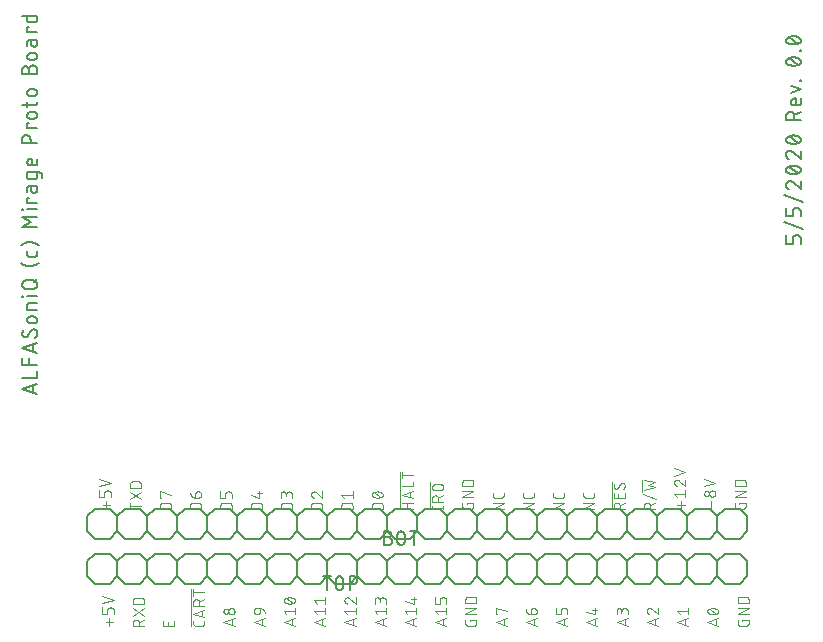
<source format=gbr>
G04 EAGLE Gerber RS-274X export*
G75*
%MOMM*%
%FSLAX34Y34*%
%LPD*%
%INSilkscreen Top*%
%IPPOS*%
%AMOC8*
5,1,8,0,0,1.08239X$1,22.5*%
G01*
%ADD10C,0.076200*%
%ADD11C,0.152400*%
%ADD12C,0.127000*%


D10*
X277546Y215646D02*
X277546Y247537D01*
X303149Y238388D02*
X303149Y215646D01*
X456768Y215646D02*
X456768Y238336D01*
X482371Y240817D02*
X482371Y230468D01*
X28781Y222292D02*
X28781Y216027D01*
X31914Y219160D02*
X25649Y219160D01*
X32436Y226303D02*
X32436Y229435D01*
X32434Y229524D01*
X32428Y229612D01*
X32419Y229700D01*
X32406Y229788D01*
X32389Y229875D01*
X32369Y229961D01*
X32344Y230046D01*
X32317Y230131D01*
X32285Y230214D01*
X32251Y230295D01*
X32212Y230375D01*
X32171Y230453D01*
X32126Y230530D01*
X32078Y230604D01*
X32027Y230677D01*
X31973Y230747D01*
X31915Y230814D01*
X31855Y230880D01*
X31793Y230942D01*
X31727Y231002D01*
X31660Y231060D01*
X31590Y231114D01*
X31517Y231165D01*
X31443Y231213D01*
X31366Y231258D01*
X31288Y231299D01*
X31208Y231338D01*
X31127Y231372D01*
X31044Y231404D01*
X30959Y231431D01*
X30874Y231456D01*
X30788Y231476D01*
X30701Y231493D01*
X30613Y231506D01*
X30525Y231515D01*
X30437Y231521D01*
X30348Y231523D01*
X30348Y231524D02*
X29303Y231524D01*
X29303Y231523D02*
X29214Y231521D01*
X29126Y231515D01*
X29038Y231506D01*
X28950Y231493D01*
X28863Y231476D01*
X28777Y231456D01*
X28692Y231431D01*
X28607Y231404D01*
X28524Y231372D01*
X28443Y231338D01*
X28363Y231299D01*
X28285Y231258D01*
X28208Y231213D01*
X28134Y231165D01*
X28061Y231114D01*
X27991Y231060D01*
X27924Y231002D01*
X27858Y230942D01*
X27796Y230880D01*
X27736Y230814D01*
X27678Y230747D01*
X27624Y230677D01*
X27573Y230604D01*
X27525Y230530D01*
X27480Y230453D01*
X27439Y230375D01*
X27400Y230295D01*
X27366Y230214D01*
X27334Y230131D01*
X27307Y230046D01*
X27282Y229961D01*
X27262Y229875D01*
X27245Y229788D01*
X27232Y229700D01*
X27223Y229612D01*
X27217Y229524D01*
X27215Y229435D01*
X27215Y226303D01*
X23038Y226303D01*
X23038Y231524D01*
X23038Y234925D02*
X32436Y238057D01*
X23038Y241190D01*
X48641Y218638D02*
X58039Y218638D01*
X48641Y216027D02*
X48641Y221248D01*
X48641Y230305D02*
X58039Y224039D01*
X58039Y230305D02*
X48641Y224039D01*
X48641Y234010D02*
X58039Y234010D01*
X48641Y234010D02*
X48641Y236621D01*
X48643Y236721D01*
X48649Y236821D01*
X48658Y236920D01*
X48672Y237020D01*
X48689Y237118D01*
X48710Y237216D01*
X48734Y237313D01*
X48763Y237409D01*
X48795Y237504D01*
X48830Y237597D01*
X48869Y237689D01*
X48912Y237780D01*
X48958Y237868D01*
X49008Y237955D01*
X49060Y238040D01*
X49116Y238123D01*
X49175Y238204D01*
X49238Y238282D01*
X49303Y238358D01*
X49371Y238432D01*
X49441Y238502D01*
X49515Y238570D01*
X49591Y238635D01*
X49669Y238698D01*
X49750Y238757D01*
X49833Y238813D01*
X49918Y238865D01*
X50005Y238915D01*
X50093Y238961D01*
X50184Y239004D01*
X50276Y239043D01*
X50369Y239078D01*
X50464Y239110D01*
X50560Y239139D01*
X50657Y239163D01*
X50755Y239184D01*
X50853Y239201D01*
X50953Y239215D01*
X51052Y239224D01*
X51152Y239230D01*
X51252Y239232D01*
X51252Y239231D02*
X55429Y239231D01*
X55429Y239232D02*
X55529Y239230D01*
X55629Y239224D01*
X55728Y239215D01*
X55828Y239201D01*
X55926Y239184D01*
X56024Y239163D01*
X56121Y239139D01*
X56217Y239110D01*
X56312Y239078D01*
X56405Y239043D01*
X56497Y239004D01*
X56588Y238961D01*
X56676Y238915D01*
X56763Y238865D01*
X56848Y238813D01*
X56931Y238757D01*
X57012Y238698D01*
X57090Y238635D01*
X57166Y238570D01*
X57240Y238502D01*
X57310Y238432D01*
X57378Y238358D01*
X57443Y238282D01*
X57506Y238204D01*
X57565Y238123D01*
X57621Y238040D01*
X57673Y237955D01*
X57723Y237868D01*
X57769Y237780D01*
X57812Y237689D01*
X57851Y237597D01*
X57886Y237504D01*
X57918Y237409D01*
X57947Y237313D01*
X57971Y237216D01*
X57992Y237118D01*
X58009Y237020D01*
X58023Y236920D01*
X58032Y236821D01*
X58038Y236721D01*
X58040Y236621D01*
X58039Y236621D02*
X58039Y234010D01*
X74244Y216027D02*
X83642Y216027D01*
X74244Y216027D02*
X74244Y218638D01*
X74246Y218738D01*
X74252Y218838D01*
X74261Y218937D01*
X74275Y219037D01*
X74292Y219135D01*
X74313Y219233D01*
X74337Y219330D01*
X74366Y219426D01*
X74398Y219521D01*
X74433Y219614D01*
X74472Y219706D01*
X74515Y219797D01*
X74561Y219885D01*
X74611Y219972D01*
X74663Y220057D01*
X74719Y220140D01*
X74778Y220221D01*
X74841Y220299D01*
X74906Y220375D01*
X74974Y220449D01*
X75044Y220519D01*
X75118Y220587D01*
X75194Y220652D01*
X75272Y220715D01*
X75353Y220774D01*
X75436Y220830D01*
X75521Y220882D01*
X75608Y220932D01*
X75696Y220978D01*
X75787Y221021D01*
X75879Y221060D01*
X75972Y221095D01*
X76067Y221127D01*
X76163Y221156D01*
X76260Y221180D01*
X76358Y221201D01*
X76456Y221218D01*
X76556Y221232D01*
X76655Y221241D01*
X76755Y221247D01*
X76855Y221249D01*
X76855Y221248D02*
X81032Y221248D01*
X81032Y221249D02*
X81132Y221247D01*
X81232Y221241D01*
X81331Y221232D01*
X81431Y221218D01*
X81529Y221201D01*
X81627Y221180D01*
X81724Y221156D01*
X81820Y221127D01*
X81915Y221095D01*
X82008Y221060D01*
X82100Y221021D01*
X82191Y220978D01*
X82279Y220932D01*
X82366Y220882D01*
X82451Y220830D01*
X82534Y220774D01*
X82615Y220715D01*
X82693Y220652D01*
X82769Y220587D01*
X82843Y220519D01*
X82913Y220449D01*
X82981Y220375D01*
X83046Y220299D01*
X83109Y220221D01*
X83168Y220140D01*
X83224Y220057D01*
X83276Y219972D01*
X83326Y219885D01*
X83372Y219797D01*
X83415Y219706D01*
X83454Y219614D01*
X83489Y219521D01*
X83521Y219426D01*
X83550Y219330D01*
X83574Y219233D01*
X83595Y219135D01*
X83612Y219037D01*
X83626Y218937D01*
X83635Y218838D01*
X83641Y218738D01*
X83643Y218638D01*
X83642Y218638D02*
X83642Y216027D01*
X75289Y225476D02*
X74244Y225476D01*
X74244Y230697D01*
X83642Y228086D01*
X99848Y216027D02*
X109246Y216027D01*
X99848Y216027D02*
X99848Y218638D01*
X99847Y218638D02*
X99849Y218738D01*
X99855Y218838D01*
X99864Y218937D01*
X99878Y219037D01*
X99895Y219135D01*
X99916Y219233D01*
X99940Y219330D01*
X99969Y219426D01*
X100001Y219521D01*
X100036Y219614D01*
X100075Y219706D01*
X100118Y219797D01*
X100164Y219885D01*
X100214Y219972D01*
X100266Y220057D01*
X100322Y220140D01*
X100381Y220221D01*
X100444Y220299D01*
X100509Y220375D01*
X100577Y220449D01*
X100647Y220519D01*
X100721Y220587D01*
X100797Y220652D01*
X100875Y220715D01*
X100956Y220774D01*
X101039Y220830D01*
X101124Y220882D01*
X101211Y220932D01*
X101299Y220978D01*
X101390Y221021D01*
X101482Y221060D01*
X101575Y221095D01*
X101670Y221127D01*
X101766Y221156D01*
X101863Y221180D01*
X101961Y221201D01*
X102059Y221218D01*
X102159Y221232D01*
X102258Y221241D01*
X102358Y221247D01*
X102458Y221249D01*
X102458Y221248D02*
X106635Y221248D01*
X106635Y221249D02*
X106735Y221247D01*
X106835Y221241D01*
X106934Y221232D01*
X107034Y221218D01*
X107132Y221201D01*
X107230Y221180D01*
X107327Y221156D01*
X107423Y221127D01*
X107518Y221095D01*
X107611Y221060D01*
X107703Y221021D01*
X107794Y220978D01*
X107882Y220932D01*
X107969Y220882D01*
X108054Y220830D01*
X108137Y220774D01*
X108218Y220715D01*
X108296Y220652D01*
X108372Y220587D01*
X108446Y220519D01*
X108516Y220449D01*
X108584Y220375D01*
X108649Y220299D01*
X108712Y220221D01*
X108771Y220140D01*
X108827Y220057D01*
X108879Y219972D01*
X108929Y219885D01*
X108975Y219797D01*
X109018Y219706D01*
X109057Y219614D01*
X109092Y219521D01*
X109124Y219426D01*
X109153Y219330D01*
X109177Y219233D01*
X109198Y219135D01*
X109215Y219037D01*
X109229Y218937D01*
X109238Y218838D01*
X109244Y218738D01*
X109246Y218638D01*
X109246Y216027D01*
X104025Y225476D02*
X104025Y228608D01*
X104027Y228697D01*
X104033Y228785D01*
X104042Y228873D01*
X104055Y228961D01*
X104072Y229048D01*
X104092Y229134D01*
X104117Y229219D01*
X104144Y229304D01*
X104176Y229387D01*
X104210Y229468D01*
X104249Y229548D01*
X104290Y229626D01*
X104335Y229703D01*
X104383Y229777D01*
X104434Y229850D01*
X104488Y229920D01*
X104546Y229987D01*
X104606Y230053D01*
X104668Y230115D01*
X104734Y230175D01*
X104801Y230233D01*
X104871Y230287D01*
X104944Y230338D01*
X105018Y230386D01*
X105095Y230431D01*
X105173Y230472D01*
X105253Y230511D01*
X105334Y230545D01*
X105417Y230577D01*
X105502Y230604D01*
X105587Y230629D01*
X105673Y230649D01*
X105760Y230666D01*
X105848Y230679D01*
X105936Y230688D01*
X106024Y230694D01*
X106113Y230696D01*
X106113Y230697D02*
X106635Y230697D01*
X106736Y230695D01*
X106837Y230689D01*
X106938Y230679D01*
X107038Y230666D01*
X107138Y230648D01*
X107237Y230627D01*
X107335Y230601D01*
X107432Y230572D01*
X107528Y230540D01*
X107622Y230503D01*
X107715Y230463D01*
X107807Y230419D01*
X107896Y230372D01*
X107984Y230321D01*
X108070Y230267D01*
X108153Y230210D01*
X108235Y230150D01*
X108313Y230086D01*
X108390Y230020D01*
X108463Y229950D01*
X108534Y229878D01*
X108602Y229803D01*
X108667Y229725D01*
X108729Y229645D01*
X108788Y229563D01*
X108844Y229478D01*
X108896Y229391D01*
X108945Y229303D01*
X108991Y229212D01*
X109032Y229120D01*
X109071Y229026D01*
X109105Y228931D01*
X109136Y228835D01*
X109163Y228737D01*
X109187Y228639D01*
X109206Y228539D01*
X109222Y228439D01*
X109234Y228339D01*
X109242Y228238D01*
X109246Y228137D01*
X109246Y228035D01*
X109242Y227934D01*
X109234Y227833D01*
X109222Y227733D01*
X109206Y227633D01*
X109187Y227533D01*
X109163Y227435D01*
X109136Y227337D01*
X109105Y227241D01*
X109071Y227146D01*
X109032Y227052D01*
X108991Y226960D01*
X108945Y226869D01*
X108896Y226780D01*
X108844Y226694D01*
X108788Y226609D01*
X108729Y226527D01*
X108667Y226447D01*
X108602Y226369D01*
X108534Y226294D01*
X108463Y226222D01*
X108390Y226152D01*
X108313Y226086D01*
X108235Y226022D01*
X108153Y225962D01*
X108070Y225905D01*
X107984Y225851D01*
X107896Y225800D01*
X107807Y225753D01*
X107715Y225709D01*
X107622Y225669D01*
X107528Y225632D01*
X107432Y225600D01*
X107335Y225571D01*
X107237Y225545D01*
X107138Y225524D01*
X107038Y225506D01*
X106938Y225493D01*
X106837Y225483D01*
X106736Y225477D01*
X106635Y225475D01*
X106635Y225476D02*
X104025Y225476D01*
X103896Y225478D01*
X103768Y225484D01*
X103640Y225494D01*
X103512Y225508D01*
X103384Y225525D01*
X103257Y225547D01*
X103131Y225573D01*
X103006Y225602D01*
X102882Y225635D01*
X102759Y225673D01*
X102637Y225713D01*
X102516Y225758D01*
X102397Y225806D01*
X102279Y225858D01*
X102163Y225914D01*
X102049Y225973D01*
X101937Y226036D01*
X101826Y226102D01*
X101718Y226171D01*
X101612Y226244D01*
X101508Y226320D01*
X101406Y226399D01*
X101307Y226481D01*
X101211Y226566D01*
X101117Y226654D01*
X101026Y226745D01*
X100938Y226839D01*
X100853Y226935D01*
X100771Y227034D01*
X100692Y227136D01*
X100616Y227240D01*
X100543Y227346D01*
X100474Y227454D01*
X100408Y227564D01*
X100345Y227677D01*
X100286Y227791D01*
X100230Y227907D01*
X100178Y228025D01*
X100130Y228144D01*
X100085Y228265D01*
X100045Y228387D01*
X100007Y228510D01*
X99974Y228634D01*
X99945Y228759D01*
X99919Y228885D01*
X99897Y229012D01*
X99880Y229140D01*
X99866Y229268D01*
X99856Y229396D01*
X99850Y229524D01*
X99848Y229653D01*
X125451Y216027D02*
X134849Y216027D01*
X125451Y216027D02*
X125451Y218638D01*
X125450Y218638D02*
X125452Y218738D01*
X125458Y218838D01*
X125467Y218937D01*
X125481Y219037D01*
X125498Y219135D01*
X125519Y219233D01*
X125543Y219330D01*
X125572Y219426D01*
X125604Y219521D01*
X125639Y219614D01*
X125678Y219706D01*
X125721Y219797D01*
X125767Y219885D01*
X125817Y219972D01*
X125869Y220057D01*
X125925Y220140D01*
X125984Y220221D01*
X126047Y220299D01*
X126112Y220375D01*
X126180Y220449D01*
X126250Y220519D01*
X126324Y220587D01*
X126400Y220652D01*
X126478Y220715D01*
X126559Y220774D01*
X126642Y220830D01*
X126727Y220882D01*
X126814Y220932D01*
X126902Y220978D01*
X126993Y221021D01*
X127085Y221060D01*
X127178Y221095D01*
X127273Y221127D01*
X127369Y221156D01*
X127466Y221180D01*
X127564Y221201D01*
X127662Y221218D01*
X127762Y221232D01*
X127861Y221241D01*
X127961Y221247D01*
X128061Y221249D01*
X128061Y221248D02*
X132238Y221248D01*
X132238Y221249D02*
X132338Y221247D01*
X132438Y221241D01*
X132537Y221232D01*
X132637Y221218D01*
X132735Y221201D01*
X132833Y221180D01*
X132930Y221156D01*
X133026Y221127D01*
X133121Y221095D01*
X133214Y221060D01*
X133306Y221021D01*
X133397Y220978D01*
X133485Y220932D01*
X133572Y220882D01*
X133657Y220830D01*
X133740Y220774D01*
X133821Y220715D01*
X133899Y220652D01*
X133975Y220587D01*
X134049Y220519D01*
X134119Y220449D01*
X134187Y220375D01*
X134252Y220299D01*
X134315Y220221D01*
X134374Y220140D01*
X134430Y220057D01*
X134482Y219972D01*
X134532Y219885D01*
X134578Y219797D01*
X134621Y219706D01*
X134660Y219614D01*
X134695Y219521D01*
X134727Y219426D01*
X134756Y219330D01*
X134780Y219233D01*
X134801Y219135D01*
X134818Y219037D01*
X134832Y218937D01*
X134841Y218838D01*
X134847Y218738D01*
X134849Y218638D01*
X134849Y216027D01*
X134849Y225476D02*
X134849Y228608D01*
X134848Y228608D02*
X134846Y228697D01*
X134840Y228785D01*
X134831Y228873D01*
X134818Y228961D01*
X134801Y229048D01*
X134781Y229134D01*
X134756Y229219D01*
X134729Y229304D01*
X134697Y229387D01*
X134663Y229468D01*
X134624Y229548D01*
X134583Y229626D01*
X134538Y229703D01*
X134490Y229777D01*
X134439Y229850D01*
X134385Y229920D01*
X134327Y229987D01*
X134267Y230053D01*
X134205Y230115D01*
X134139Y230175D01*
X134072Y230233D01*
X134002Y230287D01*
X133929Y230338D01*
X133855Y230386D01*
X133778Y230431D01*
X133700Y230472D01*
X133620Y230511D01*
X133539Y230545D01*
X133456Y230577D01*
X133371Y230604D01*
X133286Y230629D01*
X133200Y230649D01*
X133113Y230666D01*
X133025Y230679D01*
X132937Y230688D01*
X132849Y230694D01*
X132760Y230696D01*
X132760Y230697D02*
X131716Y230697D01*
X131716Y230696D02*
X131627Y230694D01*
X131539Y230688D01*
X131451Y230679D01*
X131363Y230666D01*
X131276Y230649D01*
X131190Y230629D01*
X131105Y230604D01*
X131020Y230577D01*
X130937Y230545D01*
X130856Y230511D01*
X130776Y230472D01*
X130698Y230431D01*
X130621Y230386D01*
X130547Y230338D01*
X130474Y230287D01*
X130404Y230233D01*
X130337Y230175D01*
X130271Y230115D01*
X130209Y230053D01*
X130149Y229987D01*
X130091Y229920D01*
X130037Y229850D01*
X129986Y229777D01*
X129938Y229703D01*
X129893Y229626D01*
X129852Y229548D01*
X129813Y229468D01*
X129779Y229387D01*
X129747Y229304D01*
X129720Y229219D01*
X129695Y229134D01*
X129675Y229048D01*
X129658Y228961D01*
X129645Y228873D01*
X129636Y228785D01*
X129630Y228697D01*
X129628Y228608D01*
X129628Y225476D01*
X125451Y225476D01*
X125451Y230697D01*
X151054Y216027D02*
X160452Y216027D01*
X151054Y216027D02*
X151054Y218638D01*
X151056Y218738D01*
X151062Y218838D01*
X151071Y218937D01*
X151085Y219037D01*
X151102Y219135D01*
X151123Y219233D01*
X151147Y219330D01*
X151176Y219426D01*
X151208Y219521D01*
X151243Y219614D01*
X151282Y219706D01*
X151325Y219797D01*
X151371Y219885D01*
X151421Y219972D01*
X151473Y220057D01*
X151529Y220140D01*
X151588Y220221D01*
X151651Y220299D01*
X151716Y220375D01*
X151784Y220449D01*
X151854Y220519D01*
X151928Y220587D01*
X152004Y220652D01*
X152082Y220715D01*
X152163Y220774D01*
X152246Y220830D01*
X152331Y220882D01*
X152418Y220932D01*
X152506Y220978D01*
X152597Y221021D01*
X152689Y221060D01*
X152782Y221095D01*
X152877Y221127D01*
X152973Y221156D01*
X153070Y221180D01*
X153168Y221201D01*
X153266Y221218D01*
X153366Y221232D01*
X153465Y221241D01*
X153565Y221247D01*
X153665Y221249D01*
X153665Y221248D02*
X157841Y221248D01*
X157841Y221249D02*
X157941Y221247D01*
X158041Y221241D01*
X158140Y221232D01*
X158240Y221218D01*
X158338Y221201D01*
X158436Y221180D01*
X158533Y221156D01*
X158629Y221127D01*
X158724Y221095D01*
X158817Y221060D01*
X158909Y221021D01*
X159000Y220978D01*
X159088Y220932D01*
X159175Y220882D01*
X159260Y220830D01*
X159343Y220774D01*
X159424Y220715D01*
X159502Y220652D01*
X159578Y220587D01*
X159652Y220519D01*
X159722Y220449D01*
X159790Y220375D01*
X159855Y220299D01*
X159918Y220221D01*
X159977Y220140D01*
X160033Y220057D01*
X160085Y219972D01*
X160135Y219885D01*
X160181Y219797D01*
X160224Y219706D01*
X160263Y219614D01*
X160298Y219521D01*
X160330Y219426D01*
X160359Y219330D01*
X160383Y219233D01*
X160404Y219135D01*
X160421Y219037D01*
X160435Y218937D01*
X160444Y218838D01*
X160450Y218738D01*
X160452Y218638D01*
X160452Y216027D01*
X158364Y225476D02*
X151054Y227564D01*
X158364Y225476D02*
X158364Y230697D01*
X156275Y229131D02*
X160452Y229131D01*
X176657Y216027D02*
X186055Y216027D01*
X176657Y216027D02*
X176657Y218638D01*
X176659Y218738D01*
X176665Y218838D01*
X176674Y218937D01*
X176688Y219037D01*
X176705Y219135D01*
X176726Y219233D01*
X176750Y219330D01*
X176779Y219426D01*
X176811Y219521D01*
X176846Y219614D01*
X176885Y219706D01*
X176928Y219797D01*
X176974Y219885D01*
X177024Y219972D01*
X177076Y220057D01*
X177132Y220140D01*
X177191Y220221D01*
X177254Y220299D01*
X177319Y220375D01*
X177387Y220449D01*
X177457Y220519D01*
X177531Y220587D01*
X177607Y220652D01*
X177685Y220715D01*
X177766Y220774D01*
X177849Y220830D01*
X177934Y220882D01*
X178021Y220932D01*
X178109Y220978D01*
X178200Y221021D01*
X178292Y221060D01*
X178385Y221095D01*
X178480Y221127D01*
X178576Y221156D01*
X178673Y221180D01*
X178771Y221201D01*
X178869Y221218D01*
X178969Y221232D01*
X179068Y221241D01*
X179168Y221247D01*
X179268Y221249D01*
X179268Y221248D02*
X183445Y221248D01*
X183445Y221249D02*
X183545Y221247D01*
X183645Y221241D01*
X183744Y221232D01*
X183844Y221218D01*
X183942Y221201D01*
X184040Y221180D01*
X184137Y221156D01*
X184233Y221127D01*
X184328Y221095D01*
X184421Y221060D01*
X184513Y221021D01*
X184604Y220978D01*
X184692Y220932D01*
X184779Y220882D01*
X184864Y220830D01*
X184947Y220774D01*
X185028Y220715D01*
X185106Y220652D01*
X185182Y220587D01*
X185256Y220519D01*
X185326Y220449D01*
X185394Y220375D01*
X185459Y220299D01*
X185522Y220221D01*
X185581Y220140D01*
X185637Y220057D01*
X185689Y219972D01*
X185739Y219885D01*
X185785Y219797D01*
X185828Y219706D01*
X185867Y219614D01*
X185902Y219521D01*
X185934Y219426D01*
X185963Y219330D01*
X185987Y219233D01*
X186008Y219135D01*
X186025Y219037D01*
X186039Y218937D01*
X186048Y218838D01*
X186054Y218738D01*
X186056Y218638D01*
X186055Y218638D02*
X186055Y216027D01*
X186055Y225476D02*
X186055Y228086D01*
X186056Y228086D02*
X186054Y228187D01*
X186048Y228288D01*
X186038Y228389D01*
X186025Y228489D01*
X186007Y228589D01*
X185986Y228688D01*
X185960Y228786D01*
X185931Y228883D01*
X185899Y228979D01*
X185862Y229073D01*
X185822Y229166D01*
X185778Y229258D01*
X185731Y229347D01*
X185680Y229435D01*
X185626Y229521D01*
X185569Y229604D01*
X185509Y229686D01*
X185445Y229764D01*
X185379Y229841D01*
X185309Y229914D01*
X185237Y229985D01*
X185162Y230053D01*
X185084Y230118D01*
X185004Y230180D01*
X184922Y230239D01*
X184837Y230295D01*
X184751Y230347D01*
X184662Y230396D01*
X184571Y230442D01*
X184479Y230483D01*
X184385Y230522D01*
X184290Y230556D01*
X184194Y230587D01*
X184096Y230614D01*
X183998Y230638D01*
X183898Y230657D01*
X183798Y230673D01*
X183698Y230685D01*
X183597Y230693D01*
X183496Y230697D01*
X183394Y230697D01*
X183293Y230693D01*
X183192Y230685D01*
X183092Y230673D01*
X182992Y230657D01*
X182892Y230638D01*
X182794Y230614D01*
X182696Y230587D01*
X182600Y230556D01*
X182505Y230522D01*
X182411Y230483D01*
X182319Y230442D01*
X182228Y230396D01*
X182140Y230347D01*
X182053Y230295D01*
X181968Y230239D01*
X181886Y230180D01*
X181806Y230118D01*
X181728Y230053D01*
X181653Y229985D01*
X181581Y229914D01*
X181511Y229841D01*
X181445Y229764D01*
X181381Y229686D01*
X181321Y229604D01*
X181264Y229521D01*
X181210Y229435D01*
X181159Y229347D01*
X181112Y229258D01*
X181068Y229166D01*
X181028Y229073D01*
X180991Y228979D01*
X180959Y228883D01*
X180930Y228786D01*
X180904Y228688D01*
X180883Y228589D01*
X180865Y228489D01*
X180852Y228389D01*
X180842Y228288D01*
X180836Y228187D01*
X180834Y228086D01*
X176657Y228608D02*
X176657Y225476D01*
X176658Y228608D02*
X176660Y228698D01*
X176666Y228787D01*
X176675Y228877D01*
X176689Y228966D01*
X176706Y229054D01*
X176727Y229141D01*
X176752Y229228D01*
X176781Y229313D01*
X176813Y229397D01*
X176848Y229479D01*
X176888Y229560D01*
X176930Y229639D01*
X176976Y229716D01*
X177026Y229791D01*
X177078Y229864D01*
X177134Y229935D01*
X177192Y230003D01*
X177254Y230068D01*
X177318Y230131D01*
X177385Y230191D01*
X177454Y230248D01*
X177526Y230302D01*
X177600Y230353D01*
X177676Y230401D01*
X177754Y230445D01*
X177834Y230486D01*
X177916Y230524D01*
X177999Y230558D01*
X178084Y230588D01*
X178170Y230615D01*
X178256Y230638D01*
X178344Y230657D01*
X178433Y230672D01*
X178522Y230684D01*
X178611Y230692D01*
X178701Y230696D01*
X178791Y230696D01*
X178881Y230692D01*
X178970Y230684D01*
X179059Y230672D01*
X179148Y230657D01*
X179236Y230638D01*
X179322Y230615D01*
X179408Y230588D01*
X179493Y230558D01*
X179576Y230524D01*
X179658Y230486D01*
X179738Y230445D01*
X179816Y230401D01*
X179892Y230353D01*
X179966Y230302D01*
X180038Y230248D01*
X180107Y230191D01*
X180174Y230131D01*
X180238Y230068D01*
X180300Y230003D01*
X180358Y229935D01*
X180414Y229864D01*
X180466Y229791D01*
X180516Y229716D01*
X180562Y229639D01*
X180604Y229560D01*
X180644Y229479D01*
X180679Y229397D01*
X180711Y229313D01*
X180740Y229228D01*
X180765Y229141D01*
X180786Y229054D01*
X180803Y228966D01*
X180817Y228877D01*
X180826Y228787D01*
X180832Y228698D01*
X180834Y228608D01*
X180834Y226520D01*
X202260Y216027D02*
X211658Y216027D01*
X202260Y216027D02*
X202260Y218638D01*
X202262Y218738D01*
X202268Y218838D01*
X202277Y218937D01*
X202291Y219037D01*
X202308Y219135D01*
X202329Y219233D01*
X202353Y219330D01*
X202382Y219426D01*
X202414Y219521D01*
X202449Y219614D01*
X202488Y219706D01*
X202531Y219797D01*
X202577Y219885D01*
X202627Y219972D01*
X202679Y220057D01*
X202735Y220140D01*
X202794Y220221D01*
X202857Y220299D01*
X202922Y220375D01*
X202990Y220449D01*
X203060Y220519D01*
X203134Y220587D01*
X203210Y220652D01*
X203288Y220715D01*
X203369Y220774D01*
X203452Y220830D01*
X203537Y220882D01*
X203624Y220932D01*
X203712Y220978D01*
X203803Y221021D01*
X203895Y221060D01*
X203988Y221095D01*
X204083Y221127D01*
X204179Y221156D01*
X204276Y221180D01*
X204374Y221201D01*
X204472Y221218D01*
X204572Y221232D01*
X204671Y221241D01*
X204771Y221247D01*
X204871Y221249D01*
X204871Y221248D02*
X209048Y221248D01*
X209048Y221249D02*
X209148Y221247D01*
X209248Y221241D01*
X209347Y221232D01*
X209447Y221218D01*
X209545Y221201D01*
X209643Y221180D01*
X209740Y221156D01*
X209836Y221127D01*
X209931Y221095D01*
X210024Y221060D01*
X210116Y221021D01*
X210207Y220978D01*
X210295Y220932D01*
X210382Y220882D01*
X210467Y220830D01*
X210550Y220774D01*
X210631Y220715D01*
X210709Y220652D01*
X210785Y220587D01*
X210859Y220519D01*
X210929Y220449D01*
X210997Y220375D01*
X211062Y220299D01*
X211125Y220221D01*
X211184Y220140D01*
X211240Y220057D01*
X211292Y219972D01*
X211342Y219885D01*
X211388Y219797D01*
X211431Y219706D01*
X211470Y219614D01*
X211505Y219521D01*
X211537Y219426D01*
X211566Y219330D01*
X211590Y219233D01*
X211611Y219135D01*
X211628Y219037D01*
X211642Y218937D01*
X211651Y218838D01*
X211657Y218738D01*
X211659Y218638D01*
X211658Y218638D02*
X211658Y216027D01*
X202260Y228347D02*
X202262Y228442D01*
X202268Y228536D01*
X202277Y228630D01*
X202290Y228724D01*
X202307Y228817D01*
X202328Y228909D01*
X202353Y229001D01*
X202381Y229091D01*
X202413Y229180D01*
X202448Y229268D01*
X202487Y229354D01*
X202529Y229439D01*
X202575Y229522D01*
X202624Y229603D01*
X202676Y229682D01*
X202731Y229759D01*
X202790Y229833D01*
X202851Y229905D01*
X202915Y229975D01*
X202982Y230042D01*
X203052Y230106D01*
X203124Y230167D01*
X203198Y230226D01*
X203275Y230281D01*
X203354Y230333D01*
X203435Y230382D01*
X203518Y230428D01*
X203603Y230470D01*
X203689Y230509D01*
X203777Y230544D01*
X203866Y230576D01*
X203956Y230604D01*
X204048Y230629D01*
X204140Y230650D01*
X204233Y230667D01*
X204327Y230680D01*
X204421Y230689D01*
X204515Y230695D01*
X204610Y230697D01*
X202261Y228347D02*
X202263Y228239D01*
X202269Y228130D01*
X202279Y228022D01*
X202292Y227915D01*
X202310Y227808D01*
X202331Y227701D01*
X202356Y227596D01*
X202385Y227491D01*
X202417Y227388D01*
X202454Y227286D01*
X202494Y227185D01*
X202537Y227086D01*
X202584Y226988D01*
X202635Y226892D01*
X202689Y226798D01*
X202746Y226706D01*
X202807Y226616D01*
X202871Y226528D01*
X202937Y226443D01*
X203007Y226360D01*
X203080Y226280D01*
X203156Y226202D01*
X203234Y226127D01*
X203315Y226055D01*
X203399Y225986D01*
X203485Y225920D01*
X203573Y225857D01*
X203664Y225798D01*
X203756Y225741D01*
X203851Y225688D01*
X203948Y225639D01*
X204046Y225593D01*
X204145Y225550D01*
X204247Y225511D01*
X204349Y225476D01*
X206438Y229914D02*
X206369Y229983D01*
X206298Y230049D01*
X206225Y230113D01*
X206149Y230174D01*
X206070Y230232D01*
X205990Y230286D01*
X205907Y230338D01*
X205823Y230386D01*
X205737Y230432D01*
X205649Y230473D01*
X205559Y230512D01*
X205468Y230547D01*
X205376Y230578D01*
X205283Y230606D01*
X205189Y230630D01*
X205094Y230650D01*
X204998Y230667D01*
X204901Y230680D01*
X204804Y230689D01*
X204707Y230695D01*
X204610Y230697D01*
X206437Y229914D02*
X211658Y225476D01*
X211658Y230697D01*
X227864Y216027D02*
X237262Y216027D01*
X227864Y216027D02*
X227864Y218638D01*
X227863Y218638D02*
X227865Y218738D01*
X227871Y218838D01*
X227880Y218937D01*
X227894Y219037D01*
X227911Y219135D01*
X227932Y219233D01*
X227956Y219330D01*
X227985Y219426D01*
X228017Y219521D01*
X228052Y219614D01*
X228091Y219706D01*
X228134Y219797D01*
X228180Y219885D01*
X228230Y219972D01*
X228282Y220057D01*
X228338Y220140D01*
X228397Y220221D01*
X228460Y220299D01*
X228525Y220375D01*
X228593Y220449D01*
X228663Y220519D01*
X228737Y220587D01*
X228813Y220652D01*
X228891Y220715D01*
X228972Y220774D01*
X229055Y220830D01*
X229140Y220882D01*
X229227Y220932D01*
X229315Y220978D01*
X229406Y221021D01*
X229498Y221060D01*
X229591Y221095D01*
X229686Y221127D01*
X229782Y221156D01*
X229879Y221180D01*
X229977Y221201D01*
X230075Y221218D01*
X230175Y221232D01*
X230274Y221241D01*
X230374Y221247D01*
X230474Y221249D01*
X230474Y221248D02*
X234651Y221248D01*
X234651Y221249D02*
X234751Y221247D01*
X234851Y221241D01*
X234950Y221232D01*
X235050Y221218D01*
X235148Y221201D01*
X235246Y221180D01*
X235343Y221156D01*
X235439Y221127D01*
X235534Y221095D01*
X235627Y221060D01*
X235719Y221021D01*
X235810Y220978D01*
X235898Y220932D01*
X235985Y220882D01*
X236070Y220830D01*
X236153Y220774D01*
X236234Y220715D01*
X236312Y220652D01*
X236388Y220587D01*
X236462Y220519D01*
X236532Y220449D01*
X236600Y220375D01*
X236665Y220299D01*
X236728Y220221D01*
X236787Y220140D01*
X236843Y220057D01*
X236895Y219972D01*
X236945Y219885D01*
X236991Y219797D01*
X237034Y219706D01*
X237073Y219614D01*
X237108Y219521D01*
X237140Y219426D01*
X237169Y219330D01*
X237193Y219233D01*
X237214Y219135D01*
X237231Y219037D01*
X237245Y218937D01*
X237254Y218838D01*
X237260Y218738D01*
X237262Y218638D01*
X237262Y216027D01*
X229952Y225476D02*
X227864Y228086D01*
X237262Y228086D01*
X237262Y225476D02*
X237262Y230697D01*
X253467Y216027D02*
X262865Y216027D01*
X253467Y216027D02*
X253467Y218638D01*
X253466Y218638D02*
X253468Y218738D01*
X253474Y218838D01*
X253483Y218937D01*
X253497Y219037D01*
X253514Y219135D01*
X253535Y219233D01*
X253559Y219330D01*
X253588Y219426D01*
X253620Y219521D01*
X253655Y219614D01*
X253694Y219706D01*
X253737Y219797D01*
X253783Y219885D01*
X253833Y219972D01*
X253885Y220057D01*
X253941Y220140D01*
X254000Y220221D01*
X254063Y220299D01*
X254128Y220375D01*
X254196Y220449D01*
X254266Y220519D01*
X254340Y220587D01*
X254416Y220652D01*
X254494Y220715D01*
X254575Y220774D01*
X254658Y220830D01*
X254743Y220882D01*
X254830Y220932D01*
X254918Y220978D01*
X255009Y221021D01*
X255101Y221060D01*
X255194Y221095D01*
X255289Y221127D01*
X255385Y221156D01*
X255482Y221180D01*
X255580Y221201D01*
X255678Y221218D01*
X255778Y221232D01*
X255877Y221241D01*
X255977Y221247D01*
X256077Y221249D01*
X256077Y221248D02*
X260254Y221248D01*
X260254Y221249D02*
X260354Y221247D01*
X260454Y221241D01*
X260553Y221232D01*
X260653Y221218D01*
X260751Y221201D01*
X260849Y221180D01*
X260946Y221156D01*
X261042Y221127D01*
X261137Y221095D01*
X261230Y221060D01*
X261322Y221021D01*
X261413Y220978D01*
X261501Y220932D01*
X261588Y220882D01*
X261673Y220830D01*
X261756Y220774D01*
X261837Y220715D01*
X261915Y220652D01*
X261991Y220587D01*
X262065Y220519D01*
X262135Y220449D01*
X262203Y220375D01*
X262268Y220299D01*
X262331Y220221D01*
X262390Y220140D01*
X262446Y220057D01*
X262498Y219972D01*
X262548Y219885D01*
X262594Y219797D01*
X262637Y219706D01*
X262676Y219614D01*
X262711Y219521D01*
X262743Y219426D01*
X262772Y219330D01*
X262796Y219233D01*
X262817Y219135D01*
X262834Y219037D01*
X262848Y218937D01*
X262857Y218838D01*
X262863Y218738D01*
X262865Y218638D01*
X262865Y216027D01*
X258166Y225476D02*
X257981Y225478D01*
X257796Y225485D01*
X257612Y225496D01*
X257428Y225511D01*
X257244Y225531D01*
X257060Y225555D01*
X256878Y225584D01*
X256696Y225617D01*
X256515Y225654D01*
X256335Y225696D01*
X256155Y225742D01*
X255977Y225792D01*
X255801Y225846D01*
X255625Y225905D01*
X255451Y225967D01*
X255279Y226034D01*
X255108Y226105D01*
X254939Y226180D01*
X254772Y226259D01*
X254772Y226258D02*
X254692Y226288D01*
X254613Y226321D01*
X254536Y226358D01*
X254460Y226398D01*
X254386Y226441D01*
X254314Y226487D01*
X254245Y226537D01*
X254177Y226589D01*
X254112Y226645D01*
X254049Y226703D01*
X253990Y226765D01*
X253932Y226828D01*
X253878Y226895D01*
X253827Y226963D01*
X253779Y227034D01*
X253734Y227107D01*
X253692Y227181D01*
X253654Y227258D01*
X253619Y227336D01*
X253587Y227415D01*
X253559Y227496D01*
X253535Y227578D01*
X253514Y227662D01*
X253497Y227745D01*
X253484Y227830D01*
X253475Y227915D01*
X253469Y228000D01*
X253467Y228086D01*
X253469Y228172D01*
X253475Y228257D01*
X253484Y228342D01*
X253497Y228427D01*
X253514Y228510D01*
X253535Y228594D01*
X253559Y228676D01*
X253587Y228757D01*
X253619Y228836D01*
X253654Y228914D01*
X253692Y228991D01*
X253734Y229065D01*
X253779Y229138D01*
X253827Y229209D01*
X253878Y229277D01*
X253932Y229344D01*
X253990Y229407D01*
X254049Y229469D01*
X254112Y229527D01*
X254177Y229583D01*
X254245Y229635D01*
X254314Y229685D01*
X254386Y229731D01*
X254460Y229774D01*
X254536Y229814D01*
X254613Y229851D01*
X254692Y229884D01*
X254772Y229914D01*
X254939Y229993D01*
X255108Y230068D01*
X255279Y230139D01*
X255451Y230206D01*
X255625Y230268D01*
X255801Y230327D01*
X255977Y230381D01*
X256155Y230431D01*
X256335Y230477D01*
X256515Y230519D01*
X256696Y230556D01*
X256878Y230589D01*
X257060Y230618D01*
X257244Y230642D01*
X257428Y230662D01*
X257612Y230677D01*
X257796Y230688D01*
X257981Y230695D01*
X258166Y230697D01*
X258166Y225476D02*
X258351Y225478D01*
X258536Y225485D01*
X258720Y225496D01*
X258904Y225511D01*
X259088Y225531D01*
X259272Y225555D01*
X259454Y225584D01*
X259636Y225617D01*
X259817Y225654D01*
X259997Y225696D01*
X260177Y225742D01*
X260355Y225792D01*
X260531Y225846D01*
X260707Y225905D01*
X260881Y225967D01*
X261053Y226034D01*
X261224Y226105D01*
X261393Y226180D01*
X261560Y226259D01*
X261560Y226258D02*
X261640Y226288D01*
X261719Y226321D01*
X261796Y226358D01*
X261872Y226398D01*
X261946Y226441D01*
X262018Y226487D01*
X262087Y226537D01*
X262155Y226590D01*
X262220Y226645D01*
X262283Y226704D01*
X262342Y226765D01*
X262400Y226828D01*
X262454Y226895D01*
X262505Y226963D01*
X262553Y227034D01*
X262598Y227107D01*
X262640Y227181D01*
X262678Y227258D01*
X262713Y227336D01*
X262745Y227415D01*
X262773Y227496D01*
X262797Y227578D01*
X262818Y227662D01*
X262835Y227745D01*
X262848Y227830D01*
X262857Y227915D01*
X262863Y228000D01*
X262865Y228086D01*
X261560Y229914D02*
X261393Y229993D01*
X261224Y230068D01*
X261053Y230139D01*
X260881Y230206D01*
X260707Y230268D01*
X260531Y230327D01*
X260355Y230381D01*
X260177Y230431D01*
X259997Y230477D01*
X259817Y230519D01*
X259636Y230556D01*
X259454Y230589D01*
X259272Y230618D01*
X259088Y230642D01*
X258904Y230662D01*
X258720Y230677D01*
X258536Y230688D01*
X258351Y230695D01*
X258166Y230697D01*
X261560Y229914D02*
X261640Y229884D01*
X261719Y229851D01*
X261796Y229814D01*
X261872Y229774D01*
X261946Y229731D01*
X262018Y229685D01*
X262087Y229635D01*
X262155Y229583D01*
X262220Y229527D01*
X262283Y229469D01*
X262342Y229407D01*
X262400Y229344D01*
X262454Y229277D01*
X262505Y229209D01*
X262553Y229138D01*
X262598Y229065D01*
X262640Y228991D01*
X262678Y228914D01*
X262713Y228836D01*
X262745Y228757D01*
X262773Y228676D01*
X262797Y228594D01*
X262818Y228510D01*
X262835Y228427D01*
X262848Y228342D01*
X262857Y228257D01*
X262863Y228172D01*
X262865Y228086D01*
X260776Y225998D02*
X255555Y230175D01*
X279070Y216027D02*
X288468Y216027D01*
X283247Y216027D02*
X283247Y221248D01*
X279070Y221248D02*
X288468Y221248D01*
X288468Y224954D02*
X279070Y228086D01*
X288468Y231219D01*
X286118Y230436D02*
X286118Y225737D01*
X288468Y234942D02*
X279070Y234942D01*
X288468Y234942D02*
X288468Y239119D01*
X288468Y244545D02*
X279070Y244545D01*
X279070Y241935D02*
X279070Y247156D01*
X304673Y217071D02*
X314071Y217071D01*
X314071Y216027D02*
X314071Y218115D01*
X304673Y218115D02*
X304673Y216027D01*
X304673Y222138D02*
X314071Y222138D01*
X304673Y222138D02*
X304673Y224748D01*
X304675Y224849D01*
X304681Y224950D01*
X304691Y225051D01*
X304704Y225151D01*
X304722Y225251D01*
X304743Y225350D01*
X304769Y225448D01*
X304798Y225545D01*
X304830Y225641D01*
X304867Y225735D01*
X304907Y225828D01*
X304951Y225920D01*
X304998Y226009D01*
X305049Y226097D01*
X305103Y226183D01*
X305160Y226266D01*
X305220Y226348D01*
X305284Y226426D01*
X305350Y226503D01*
X305420Y226576D01*
X305492Y226647D01*
X305567Y226715D01*
X305645Y226780D01*
X305725Y226842D01*
X305807Y226901D01*
X305892Y226957D01*
X305979Y227009D01*
X306067Y227058D01*
X306158Y227104D01*
X306250Y227145D01*
X306344Y227184D01*
X306439Y227218D01*
X306535Y227249D01*
X306633Y227276D01*
X306731Y227300D01*
X306831Y227319D01*
X306931Y227335D01*
X307031Y227347D01*
X307132Y227355D01*
X307233Y227359D01*
X307335Y227359D01*
X307436Y227355D01*
X307537Y227347D01*
X307637Y227335D01*
X307737Y227319D01*
X307837Y227300D01*
X307935Y227276D01*
X308033Y227249D01*
X308129Y227218D01*
X308224Y227184D01*
X308318Y227145D01*
X308410Y227104D01*
X308501Y227058D01*
X308590Y227009D01*
X308676Y226957D01*
X308761Y226901D01*
X308843Y226842D01*
X308923Y226780D01*
X309001Y226715D01*
X309076Y226647D01*
X309148Y226576D01*
X309218Y226503D01*
X309284Y226426D01*
X309348Y226348D01*
X309408Y226266D01*
X309465Y226183D01*
X309519Y226097D01*
X309570Y226009D01*
X309617Y225920D01*
X309661Y225828D01*
X309701Y225735D01*
X309738Y225641D01*
X309770Y225545D01*
X309799Y225448D01*
X309825Y225350D01*
X309846Y225251D01*
X309864Y225151D01*
X309877Y225051D01*
X309887Y224950D01*
X309893Y224849D01*
X309895Y224748D01*
X309894Y224748D02*
X309894Y222138D01*
X309894Y225270D02*
X314071Y227359D01*
X311461Y231742D02*
X307284Y231742D01*
X307284Y231741D02*
X307183Y231743D01*
X307082Y231749D01*
X306981Y231759D01*
X306881Y231772D01*
X306781Y231790D01*
X306682Y231811D01*
X306584Y231837D01*
X306487Y231866D01*
X306391Y231898D01*
X306297Y231935D01*
X306204Y231975D01*
X306112Y232019D01*
X306023Y232066D01*
X305935Y232117D01*
X305849Y232171D01*
X305766Y232228D01*
X305684Y232288D01*
X305606Y232352D01*
X305529Y232418D01*
X305456Y232488D01*
X305385Y232560D01*
X305317Y232635D01*
X305252Y232713D01*
X305190Y232793D01*
X305131Y232875D01*
X305075Y232960D01*
X305023Y233047D01*
X304974Y233135D01*
X304928Y233226D01*
X304887Y233318D01*
X304848Y233412D01*
X304814Y233507D01*
X304783Y233603D01*
X304756Y233701D01*
X304732Y233799D01*
X304713Y233899D01*
X304697Y233999D01*
X304685Y234099D01*
X304677Y234200D01*
X304673Y234301D01*
X304673Y234403D01*
X304677Y234504D01*
X304685Y234605D01*
X304697Y234705D01*
X304713Y234805D01*
X304732Y234905D01*
X304756Y235003D01*
X304783Y235101D01*
X304814Y235197D01*
X304848Y235292D01*
X304887Y235386D01*
X304928Y235478D01*
X304974Y235569D01*
X305023Y235658D01*
X305075Y235744D01*
X305131Y235829D01*
X305190Y235911D01*
X305252Y235991D01*
X305317Y236069D01*
X305385Y236144D01*
X305456Y236216D01*
X305529Y236286D01*
X305606Y236352D01*
X305684Y236416D01*
X305766Y236476D01*
X305849Y236533D01*
X305935Y236587D01*
X306023Y236638D01*
X306112Y236685D01*
X306204Y236729D01*
X306297Y236769D01*
X306391Y236806D01*
X306487Y236838D01*
X306584Y236867D01*
X306682Y236893D01*
X306781Y236914D01*
X306881Y236932D01*
X306981Y236945D01*
X307082Y236955D01*
X307183Y236961D01*
X307284Y236963D01*
X311461Y236963D01*
X311562Y236961D01*
X311663Y236955D01*
X311764Y236945D01*
X311864Y236932D01*
X311964Y236914D01*
X312063Y236893D01*
X312161Y236867D01*
X312258Y236838D01*
X312354Y236806D01*
X312448Y236769D01*
X312541Y236729D01*
X312633Y236685D01*
X312722Y236638D01*
X312810Y236587D01*
X312896Y236533D01*
X312979Y236476D01*
X313061Y236416D01*
X313139Y236352D01*
X313216Y236286D01*
X313289Y236216D01*
X313360Y236144D01*
X313428Y236069D01*
X313493Y235991D01*
X313555Y235911D01*
X313614Y235829D01*
X313670Y235744D01*
X313722Y235657D01*
X313771Y235569D01*
X313817Y235478D01*
X313858Y235386D01*
X313897Y235292D01*
X313931Y235197D01*
X313962Y235101D01*
X313989Y235003D01*
X314013Y234905D01*
X314032Y234805D01*
X314048Y234705D01*
X314060Y234605D01*
X314068Y234504D01*
X314072Y234403D01*
X314072Y234301D01*
X314068Y234200D01*
X314060Y234099D01*
X314048Y233999D01*
X314032Y233899D01*
X314013Y233799D01*
X313989Y233701D01*
X313962Y233603D01*
X313931Y233507D01*
X313897Y233412D01*
X313858Y233318D01*
X313817Y233226D01*
X313771Y233135D01*
X313722Y233046D01*
X313670Y232960D01*
X313614Y232875D01*
X313555Y232793D01*
X313493Y232713D01*
X313428Y232635D01*
X313360Y232560D01*
X313289Y232488D01*
X313216Y232418D01*
X313139Y232352D01*
X313061Y232288D01*
X312979Y232228D01*
X312896Y232171D01*
X312810Y232117D01*
X312722Y232066D01*
X312633Y232019D01*
X312541Y231975D01*
X312448Y231935D01*
X312354Y231898D01*
X312258Y231866D01*
X312161Y231837D01*
X312063Y231811D01*
X311964Y231790D01*
X311864Y231772D01*
X311764Y231759D01*
X311663Y231749D01*
X311562Y231743D01*
X311461Y231741D01*
X311983Y235918D02*
X314071Y238007D01*
X334453Y221248D02*
X334453Y219682D01*
X334453Y221248D02*
X339674Y221248D01*
X339674Y218115D01*
X339672Y218026D01*
X339666Y217938D01*
X339657Y217850D01*
X339644Y217762D01*
X339627Y217675D01*
X339607Y217589D01*
X339582Y217504D01*
X339555Y217419D01*
X339523Y217336D01*
X339489Y217255D01*
X339450Y217175D01*
X339409Y217097D01*
X339364Y217020D01*
X339316Y216946D01*
X339265Y216873D01*
X339211Y216803D01*
X339153Y216736D01*
X339093Y216670D01*
X339031Y216608D01*
X338965Y216548D01*
X338898Y216490D01*
X338828Y216436D01*
X338755Y216385D01*
X338681Y216337D01*
X338604Y216292D01*
X338526Y216251D01*
X338446Y216212D01*
X338365Y216178D01*
X338282Y216146D01*
X338197Y216119D01*
X338112Y216094D01*
X338026Y216074D01*
X337939Y216057D01*
X337851Y216044D01*
X337763Y216035D01*
X337675Y216029D01*
X337586Y216027D01*
X332365Y216027D01*
X332274Y216029D01*
X332183Y216035D01*
X332092Y216045D01*
X332002Y216059D01*
X331913Y216077D01*
X331824Y216098D01*
X331737Y216124D01*
X331651Y216153D01*
X331566Y216186D01*
X331482Y216223D01*
X331400Y216263D01*
X331321Y216307D01*
X331243Y216354D01*
X331167Y216405D01*
X331093Y216459D01*
X331022Y216516D01*
X330954Y216576D01*
X330888Y216639D01*
X330825Y216705D01*
X330765Y216773D01*
X330708Y216844D01*
X330654Y216918D01*
X330603Y216994D01*
X330556Y217071D01*
X330512Y217151D01*
X330472Y217233D01*
X330435Y217317D01*
X330402Y217401D01*
X330373Y217488D01*
X330347Y217575D01*
X330326Y217664D01*
X330308Y217753D01*
X330294Y217843D01*
X330284Y217934D01*
X330278Y218025D01*
X330276Y218116D01*
X330276Y218115D02*
X330276Y221248D01*
X330276Y225781D02*
X339674Y225781D01*
X339674Y231002D02*
X330276Y225781D01*
X330276Y231002D02*
X339674Y231002D01*
X339674Y235534D02*
X330276Y235534D01*
X330276Y238145D01*
X330278Y238245D01*
X330284Y238345D01*
X330293Y238444D01*
X330307Y238544D01*
X330324Y238642D01*
X330345Y238740D01*
X330369Y238837D01*
X330398Y238933D01*
X330430Y239028D01*
X330465Y239121D01*
X330504Y239213D01*
X330547Y239304D01*
X330593Y239392D01*
X330643Y239479D01*
X330695Y239564D01*
X330751Y239647D01*
X330810Y239728D01*
X330873Y239806D01*
X330938Y239882D01*
X331006Y239956D01*
X331076Y240026D01*
X331150Y240094D01*
X331226Y240159D01*
X331304Y240222D01*
X331385Y240281D01*
X331468Y240337D01*
X331553Y240389D01*
X331640Y240439D01*
X331728Y240485D01*
X331819Y240528D01*
X331911Y240567D01*
X332004Y240602D01*
X332099Y240634D01*
X332195Y240663D01*
X332292Y240687D01*
X332390Y240708D01*
X332488Y240725D01*
X332588Y240739D01*
X332687Y240748D01*
X332787Y240754D01*
X332887Y240756D01*
X332887Y240755D02*
X337064Y240755D01*
X337064Y240756D02*
X337164Y240754D01*
X337264Y240748D01*
X337363Y240739D01*
X337463Y240725D01*
X337561Y240708D01*
X337659Y240687D01*
X337756Y240663D01*
X337852Y240634D01*
X337947Y240602D01*
X338040Y240567D01*
X338132Y240528D01*
X338223Y240485D01*
X338311Y240439D01*
X338398Y240389D01*
X338483Y240337D01*
X338566Y240281D01*
X338647Y240222D01*
X338725Y240159D01*
X338801Y240094D01*
X338875Y240026D01*
X338945Y239956D01*
X339013Y239882D01*
X339078Y239806D01*
X339141Y239728D01*
X339200Y239647D01*
X339256Y239564D01*
X339308Y239479D01*
X339358Y239392D01*
X339404Y239304D01*
X339447Y239213D01*
X339486Y239121D01*
X339521Y239028D01*
X339553Y238933D01*
X339582Y238837D01*
X339606Y238740D01*
X339627Y238642D01*
X339644Y238544D01*
X339658Y238444D01*
X339667Y238345D01*
X339673Y238245D01*
X339675Y238145D01*
X339674Y238145D02*
X339674Y235534D01*
X355880Y216027D02*
X365278Y216027D01*
X365278Y221248D02*
X355880Y216027D01*
X355880Y221248D02*
X365278Y221248D01*
X365278Y227538D02*
X365278Y229627D01*
X365277Y227538D02*
X365275Y227449D01*
X365269Y227361D01*
X365260Y227273D01*
X365247Y227185D01*
X365230Y227098D01*
X365210Y227012D01*
X365185Y226927D01*
X365158Y226842D01*
X365126Y226759D01*
X365092Y226678D01*
X365053Y226598D01*
X365012Y226520D01*
X364967Y226443D01*
X364919Y226369D01*
X364868Y226296D01*
X364814Y226226D01*
X364756Y226159D01*
X364696Y226093D01*
X364634Y226031D01*
X364568Y225971D01*
X364501Y225913D01*
X364431Y225859D01*
X364358Y225808D01*
X364284Y225760D01*
X364207Y225715D01*
X364129Y225674D01*
X364049Y225635D01*
X363968Y225601D01*
X363885Y225569D01*
X363800Y225542D01*
X363715Y225517D01*
X363629Y225497D01*
X363542Y225480D01*
X363454Y225467D01*
X363366Y225458D01*
X363278Y225452D01*
X363189Y225450D01*
X357968Y225450D01*
X357877Y225452D01*
X357786Y225458D01*
X357695Y225468D01*
X357605Y225482D01*
X357516Y225500D01*
X357427Y225521D01*
X357340Y225547D01*
X357254Y225576D01*
X357169Y225609D01*
X357085Y225646D01*
X357003Y225686D01*
X356924Y225730D01*
X356846Y225777D01*
X356770Y225828D01*
X356696Y225882D01*
X356625Y225939D01*
X356557Y225999D01*
X356491Y226062D01*
X356428Y226128D01*
X356368Y226196D01*
X356311Y226267D01*
X356257Y226341D01*
X356206Y226417D01*
X356159Y226494D01*
X356115Y226574D01*
X356075Y226656D01*
X356038Y226740D01*
X356005Y226824D01*
X355976Y226911D01*
X355950Y226998D01*
X355929Y227087D01*
X355911Y227176D01*
X355897Y227266D01*
X355887Y227357D01*
X355881Y227448D01*
X355879Y227539D01*
X355880Y227538D02*
X355880Y229627D01*
X381483Y216027D02*
X390881Y216027D01*
X390881Y221248D02*
X381483Y216027D01*
X381483Y221248D02*
X390881Y221248D01*
X390881Y227538D02*
X390881Y229627D01*
X390880Y227538D02*
X390878Y227449D01*
X390872Y227361D01*
X390863Y227273D01*
X390850Y227185D01*
X390833Y227098D01*
X390813Y227012D01*
X390788Y226927D01*
X390761Y226842D01*
X390729Y226759D01*
X390695Y226678D01*
X390656Y226598D01*
X390615Y226520D01*
X390570Y226443D01*
X390522Y226369D01*
X390471Y226296D01*
X390417Y226226D01*
X390359Y226159D01*
X390299Y226093D01*
X390237Y226031D01*
X390171Y225971D01*
X390104Y225913D01*
X390034Y225859D01*
X389961Y225808D01*
X389887Y225760D01*
X389810Y225715D01*
X389732Y225674D01*
X389652Y225635D01*
X389571Y225601D01*
X389488Y225569D01*
X389403Y225542D01*
X389318Y225517D01*
X389232Y225497D01*
X389145Y225480D01*
X389057Y225467D01*
X388969Y225458D01*
X388881Y225452D01*
X388792Y225450D01*
X383571Y225450D01*
X383480Y225452D01*
X383389Y225458D01*
X383298Y225468D01*
X383208Y225482D01*
X383119Y225500D01*
X383030Y225521D01*
X382943Y225547D01*
X382857Y225576D01*
X382772Y225609D01*
X382688Y225646D01*
X382606Y225686D01*
X382527Y225730D01*
X382449Y225777D01*
X382373Y225828D01*
X382299Y225882D01*
X382228Y225939D01*
X382160Y225999D01*
X382094Y226062D01*
X382031Y226128D01*
X381971Y226196D01*
X381914Y226267D01*
X381860Y226341D01*
X381809Y226417D01*
X381762Y226494D01*
X381718Y226574D01*
X381678Y226656D01*
X381641Y226740D01*
X381608Y226824D01*
X381579Y226911D01*
X381553Y226998D01*
X381532Y227087D01*
X381514Y227176D01*
X381500Y227266D01*
X381490Y227357D01*
X381484Y227448D01*
X381482Y227539D01*
X381483Y227538D02*
X381483Y229627D01*
X407086Y216027D02*
X416484Y216027D01*
X416484Y221248D02*
X407086Y216027D01*
X407086Y221248D02*
X416484Y221248D01*
X416484Y227538D02*
X416484Y229627D01*
X416483Y227538D02*
X416481Y227449D01*
X416475Y227361D01*
X416466Y227273D01*
X416453Y227185D01*
X416436Y227098D01*
X416416Y227012D01*
X416391Y226927D01*
X416364Y226842D01*
X416332Y226759D01*
X416298Y226678D01*
X416259Y226598D01*
X416218Y226520D01*
X416173Y226443D01*
X416125Y226369D01*
X416074Y226296D01*
X416020Y226226D01*
X415962Y226159D01*
X415902Y226093D01*
X415840Y226031D01*
X415774Y225971D01*
X415707Y225913D01*
X415637Y225859D01*
X415564Y225808D01*
X415490Y225760D01*
X415413Y225715D01*
X415335Y225674D01*
X415255Y225635D01*
X415174Y225601D01*
X415091Y225569D01*
X415006Y225542D01*
X414921Y225517D01*
X414835Y225497D01*
X414748Y225480D01*
X414660Y225467D01*
X414572Y225458D01*
X414484Y225452D01*
X414395Y225450D01*
X409174Y225450D01*
X409083Y225452D01*
X408992Y225458D01*
X408901Y225468D01*
X408811Y225482D01*
X408722Y225500D01*
X408633Y225521D01*
X408546Y225547D01*
X408460Y225576D01*
X408375Y225609D01*
X408291Y225646D01*
X408209Y225686D01*
X408130Y225730D01*
X408052Y225777D01*
X407976Y225828D01*
X407902Y225882D01*
X407831Y225939D01*
X407763Y225999D01*
X407697Y226062D01*
X407634Y226128D01*
X407574Y226196D01*
X407517Y226267D01*
X407463Y226341D01*
X407412Y226417D01*
X407365Y226494D01*
X407321Y226574D01*
X407281Y226656D01*
X407244Y226740D01*
X407211Y226824D01*
X407182Y226911D01*
X407156Y226998D01*
X407135Y227087D01*
X407117Y227176D01*
X407103Y227266D01*
X407093Y227357D01*
X407087Y227448D01*
X407085Y227539D01*
X407086Y227538D02*
X407086Y229627D01*
X432689Y216027D02*
X442087Y216027D01*
X442087Y221248D02*
X432689Y216027D01*
X432689Y221248D02*
X442087Y221248D01*
X442087Y227538D02*
X442087Y229627D01*
X442087Y227538D02*
X442085Y227449D01*
X442079Y227361D01*
X442070Y227273D01*
X442057Y227185D01*
X442040Y227098D01*
X442020Y227012D01*
X441995Y226927D01*
X441968Y226842D01*
X441936Y226759D01*
X441902Y226678D01*
X441863Y226598D01*
X441822Y226520D01*
X441777Y226443D01*
X441729Y226369D01*
X441678Y226296D01*
X441624Y226226D01*
X441566Y226159D01*
X441506Y226093D01*
X441444Y226031D01*
X441378Y225971D01*
X441311Y225913D01*
X441241Y225859D01*
X441168Y225808D01*
X441094Y225760D01*
X441017Y225715D01*
X440939Y225674D01*
X440859Y225635D01*
X440778Y225601D01*
X440695Y225569D01*
X440610Y225542D01*
X440525Y225517D01*
X440439Y225497D01*
X440352Y225480D01*
X440264Y225467D01*
X440176Y225458D01*
X440088Y225452D01*
X439999Y225450D01*
X434778Y225450D01*
X434687Y225452D01*
X434596Y225458D01*
X434505Y225468D01*
X434415Y225482D01*
X434326Y225500D01*
X434237Y225521D01*
X434150Y225547D01*
X434064Y225576D01*
X433979Y225609D01*
X433895Y225646D01*
X433813Y225686D01*
X433734Y225730D01*
X433656Y225777D01*
X433580Y225828D01*
X433506Y225882D01*
X433435Y225939D01*
X433367Y225999D01*
X433301Y226062D01*
X433238Y226128D01*
X433178Y226196D01*
X433121Y226267D01*
X433067Y226341D01*
X433016Y226417D01*
X432969Y226494D01*
X432925Y226574D01*
X432885Y226656D01*
X432848Y226740D01*
X432815Y226824D01*
X432786Y226911D01*
X432760Y226998D01*
X432739Y227087D01*
X432721Y227176D01*
X432707Y227266D01*
X432697Y227357D01*
X432691Y227448D01*
X432689Y227539D01*
X432689Y227538D02*
X432689Y229627D01*
X458292Y216027D02*
X467690Y216027D01*
X458292Y216027D02*
X458292Y218638D01*
X458294Y218739D01*
X458300Y218840D01*
X458310Y218941D01*
X458323Y219041D01*
X458341Y219141D01*
X458362Y219240D01*
X458388Y219338D01*
X458417Y219435D01*
X458449Y219531D01*
X458486Y219625D01*
X458526Y219718D01*
X458570Y219810D01*
X458617Y219899D01*
X458668Y219987D01*
X458722Y220073D01*
X458779Y220156D01*
X458839Y220238D01*
X458903Y220316D01*
X458969Y220393D01*
X459039Y220466D01*
X459111Y220537D01*
X459186Y220605D01*
X459264Y220670D01*
X459344Y220732D01*
X459426Y220791D01*
X459511Y220847D01*
X459598Y220899D01*
X459686Y220948D01*
X459777Y220994D01*
X459869Y221035D01*
X459963Y221074D01*
X460058Y221108D01*
X460154Y221139D01*
X460252Y221166D01*
X460350Y221190D01*
X460450Y221209D01*
X460550Y221225D01*
X460650Y221237D01*
X460751Y221245D01*
X460852Y221249D01*
X460954Y221249D01*
X461055Y221245D01*
X461156Y221237D01*
X461256Y221225D01*
X461356Y221209D01*
X461456Y221190D01*
X461554Y221166D01*
X461652Y221139D01*
X461748Y221108D01*
X461843Y221074D01*
X461937Y221035D01*
X462029Y220994D01*
X462120Y220948D01*
X462209Y220899D01*
X462295Y220847D01*
X462380Y220791D01*
X462462Y220732D01*
X462542Y220670D01*
X462620Y220605D01*
X462695Y220537D01*
X462767Y220466D01*
X462837Y220393D01*
X462903Y220316D01*
X462967Y220238D01*
X463027Y220156D01*
X463084Y220073D01*
X463138Y219987D01*
X463189Y219899D01*
X463236Y219810D01*
X463280Y219718D01*
X463320Y219625D01*
X463357Y219531D01*
X463389Y219435D01*
X463418Y219338D01*
X463444Y219240D01*
X463465Y219141D01*
X463483Y219041D01*
X463496Y218941D01*
X463506Y218840D01*
X463512Y218739D01*
X463514Y218638D01*
X463513Y218638D02*
X463513Y216027D01*
X463513Y219160D02*
X467690Y221248D01*
X467690Y225436D02*
X467690Y229613D01*
X467690Y225436D02*
X458292Y225436D01*
X458292Y229613D01*
X462469Y228569D02*
X462469Y225436D01*
X467690Y235867D02*
X467688Y235956D01*
X467682Y236044D01*
X467673Y236132D01*
X467660Y236220D01*
X467643Y236307D01*
X467623Y236393D01*
X467598Y236478D01*
X467571Y236563D01*
X467539Y236646D01*
X467505Y236727D01*
X467466Y236807D01*
X467425Y236885D01*
X467380Y236962D01*
X467332Y237036D01*
X467281Y237109D01*
X467227Y237179D01*
X467169Y237246D01*
X467109Y237312D01*
X467047Y237374D01*
X466981Y237434D01*
X466914Y237492D01*
X466844Y237546D01*
X466771Y237597D01*
X466697Y237645D01*
X466620Y237690D01*
X466542Y237731D01*
X466462Y237770D01*
X466381Y237804D01*
X466298Y237836D01*
X466213Y237863D01*
X466128Y237888D01*
X466042Y237908D01*
X465955Y237925D01*
X465867Y237938D01*
X465779Y237947D01*
X465691Y237953D01*
X465602Y237955D01*
X467690Y235867D02*
X467688Y235738D01*
X467682Y235609D01*
X467673Y235480D01*
X467660Y235352D01*
X467643Y235224D01*
X467622Y235097D01*
X467598Y234970D01*
X467570Y234844D01*
X467538Y234719D01*
X467503Y234595D01*
X467464Y234472D01*
X467421Y234350D01*
X467375Y234230D01*
X467325Y234111D01*
X467272Y233993D01*
X467216Y233877D01*
X467156Y233763D01*
X467093Y233650D01*
X467026Y233540D01*
X466957Y233431D01*
X466884Y233325D01*
X466808Y233220D01*
X466729Y233118D01*
X466647Y233019D01*
X466563Y232921D01*
X466475Y232826D01*
X466385Y232734D01*
X460381Y232995D02*
X460292Y232997D01*
X460204Y233003D01*
X460116Y233012D01*
X460028Y233025D01*
X459941Y233042D01*
X459855Y233062D01*
X459770Y233087D01*
X459685Y233114D01*
X459602Y233146D01*
X459521Y233180D01*
X459441Y233219D01*
X459363Y233260D01*
X459286Y233305D01*
X459212Y233353D01*
X459139Y233404D01*
X459069Y233458D01*
X459002Y233516D01*
X458936Y233576D01*
X458874Y233638D01*
X458814Y233704D01*
X458756Y233771D01*
X458702Y233841D01*
X458651Y233914D01*
X458603Y233988D01*
X458558Y234065D01*
X458517Y234143D01*
X458478Y234223D01*
X458444Y234304D01*
X458412Y234387D01*
X458385Y234472D01*
X458360Y234557D01*
X458340Y234643D01*
X458323Y234730D01*
X458310Y234818D01*
X458301Y234906D01*
X458295Y234994D01*
X458293Y235083D01*
X458292Y235083D02*
X458294Y235203D01*
X458299Y235323D01*
X458309Y235442D01*
X458321Y235562D01*
X458338Y235681D01*
X458358Y235799D01*
X458382Y235917D01*
X458409Y236033D01*
X458440Y236149D01*
X458474Y236264D01*
X458512Y236378D01*
X458554Y236491D01*
X458599Y236602D01*
X458647Y236712D01*
X458698Y236820D01*
X458753Y236927D01*
X458811Y237032D01*
X458873Y237135D01*
X458937Y237236D01*
X459005Y237336D01*
X459075Y237433D01*
X462208Y234039D02*
X462160Y233961D01*
X462108Y233885D01*
X462054Y233812D01*
X461996Y233741D01*
X461935Y233672D01*
X461871Y233606D01*
X461804Y233543D01*
X461735Y233483D01*
X461663Y233426D01*
X461589Y233372D01*
X461512Y233322D01*
X461433Y233274D01*
X461353Y233231D01*
X461270Y233190D01*
X461186Y233154D01*
X461101Y233121D01*
X461014Y233092D01*
X460925Y233066D01*
X460836Y233044D01*
X460746Y233027D01*
X460656Y233013D01*
X460564Y233003D01*
X460473Y232997D01*
X460381Y232995D01*
X463775Y236911D02*
X463823Y236989D01*
X463875Y237065D01*
X463929Y237138D01*
X463987Y237209D01*
X464048Y237278D01*
X464112Y237344D01*
X464179Y237407D01*
X464248Y237467D01*
X464320Y237524D01*
X464394Y237578D01*
X464471Y237628D01*
X464550Y237676D01*
X464630Y237719D01*
X464713Y237760D01*
X464797Y237796D01*
X464882Y237829D01*
X464969Y237858D01*
X465058Y237884D01*
X465147Y237906D01*
X465237Y237923D01*
X465327Y237937D01*
X465419Y237947D01*
X465510Y237953D01*
X465602Y237955D01*
X463774Y236911D02*
X462208Y234039D01*
X483895Y216027D02*
X493293Y216027D01*
X483895Y216027D02*
X483895Y218638D01*
X483897Y218739D01*
X483903Y218840D01*
X483913Y218941D01*
X483926Y219041D01*
X483944Y219141D01*
X483965Y219240D01*
X483991Y219338D01*
X484020Y219435D01*
X484052Y219531D01*
X484089Y219625D01*
X484129Y219718D01*
X484173Y219810D01*
X484220Y219899D01*
X484271Y219987D01*
X484325Y220073D01*
X484382Y220156D01*
X484442Y220238D01*
X484506Y220316D01*
X484572Y220393D01*
X484642Y220466D01*
X484714Y220537D01*
X484789Y220605D01*
X484867Y220670D01*
X484947Y220732D01*
X485029Y220791D01*
X485114Y220847D01*
X485201Y220899D01*
X485289Y220948D01*
X485380Y220994D01*
X485472Y221035D01*
X485566Y221074D01*
X485661Y221108D01*
X485757Y221139D01*
X485855Y221166D01*
X485953Y221190D01*
X486053Y221209D01*
X486153Y221225D01*
X486253Y221237D01*
X486354Y221245D01*
X486455Y221249D01*
X486557Y221249D01*
X486658Y221245D01*
X486759Y221237D01*
X486859Y221225D01*
X486959Y221209D01*
X487059Y221190D01*
X487157Y221166D01*
X487255Y221139D01*
X487351Y221108D01*
X487446Y221074D01*
X487540Y221035D01*
X487632Y220994D01*
X487723Y220948D01*
X487812Y220899D01*
X487898Y220847D01*
X487983Y220791D01*
X488065Y220732D01*
X488145Y220670D01*
X488223Y220605D01*
X488298Y220537D01*
X488370Y220466D01*
X488440Y220393D01*
X488506Y220316D01*
X488570Y220238D01*
X488630Y220156D01*
X488687Y220073D01*
X488741Y219987D01*
X488792Y219899D01*
X488839Y219810D01*
X488883Y219718D01*
X488923Y219625D01*
X488960Y219531D01*
X488992Y219435D01*
X489021Y219338D01*
X489047Y219240D01*
X489068Y219141D01*
X489086Y219041D01*
X489099Y218941D01*
X489109Y218840D01*
X489115Y218739D01*
X489117Y218638D01*
X489117Y216027D01*
X489117Y219160D02*
X493293Y221248D01*
X494338Y224722D02*
X482851Y228898D01*
X483895Y232082D02*
X493293Y234170D01*
X487028Y236259D01*
X493293Y238347D01*
X483895Y240436D01*
X515242Y222292D02*
X515242Y216027D01*
X518375Y219160D02*
X512109Y219160D01*
X511587Y226303D02*
X509499Y228913D01*
X518897Y228913D01*
X518897Y226303D02*
X518897Y231524D01*
X511848Y240668D02*
X511753Y240666D01*
X511659Y240660D01*
X511565Y240651D01*
X511471Y240638D01*
X511378Y240621D01*
X511286Y240600D01*
X511194Y240575D01*
X511104Y240547D01*
X511015Y240515D01*
X510927Y240480D01*
X510841Y240441D01*
X510756Y240399D01*
X510673Y240353D01*
X510592Y240304D01*
X510513Y240252D01*
X510436Y240197D01*
X510362Y240138D01*
X510290Y240077D01*
X510220Y240013D01*
X510153Y239946D01*
X510089Y239876D01*
X510028Y239804D01*
X509969Y239730D01*
X509914Y239653D01*
X509862Y239574D01*
X509813Y239493D01*
X509767Y239410D01*
X509725Y239325D01*
X509686Y239239D01*
X509651Y239151D01*
X509619Y239062D01*
X509591Y238972D01*
X509566Y238880D01*
X509545Y238788D01*
X509528Y238695D01*
X509515Y238601D01*
X509506Y238507D01*
X509500Y238413D01*
X509498Y238318D01*
X509499Y238318D02*
X509501Y238210D01*
X509507Y238101D01*
X509517Y237993D01*
X509530Y237886D01*
X509548Y237779D01*
X509569Y237672D01*
X509594Y237567D01*
X509623Y237462D01*
X509655Y237359D01*
X509692Y237257D01*
X509732Y237156D01*
X509775Y237057D01*
X509822Y236959D01*
X509873Y236863D01*
X509927Y236769D01*
X509984Y236677D01*
X510045Y236587D01*
X510109Y236499D01*
X510175Y236414D01*
X510245Y236331D01*
X510318Y236251D01*
X510394Y236173D01*
X510472Y236098D01*
X510553Y236026D01*
X510637Y235957D01*
X510723Y235891D01*
X510811Y235828D01*
X510902Y235769D01*
X510994Y235712D01*
X511089Y235659D01*
X511186Y235610D01*
X511284Y235564D01*
X511383Y235521D01*
X511485Y235482D01*
X511587Y235447D01*
X513676Y239885D02*
X513607Y239954D01*
X513536Y240020D01*
X513463Y240084D01*
X513387Y240145D01*
X513308Y240203D01*
X513228Y240257D01*
X513145Y240309D01*
X513061Y240357D01*
X512975Y240403D01*
X512887Y240444D01*
X512797Y240483D01*
X512706Y240518D01*
X512614Y240549D01*
X512521Y240577D01*
X512427Y240601D01*
X512332Y240621D01*
X512236Y240638D01*
X512139Y240651D01*
X512042Y240660D01*
X511945Y240666D01*
X511848Y240668D01*
X513676Y239885D02*
X518897Y235447D01*
X518897Y240668D01*
X518897Y247201D02*
X509499Y244069D01*
X509499Y250334D02*
X518897Y247201D01*
X540845Y222292D02*
X540845Y216027D01*
X541889Y226302D02*
X541788Y226304D01*
X541687Y226310D01*
X541586Y226320D01*
X541486Y226333D01*
X541386Y226351D01*
X541287Y226372D01*
X541189Y226398D01*
X541092Y226427D01*
X540996Y226459D01*
X540902Y226496D01*
X540809Y226536D01*
X540717Y226580D01*
X540628Y226627D01*
X540540Y226678D01*
X540454Y226732D01*
X540371Y226789D01*
X540289Y226849D01*
X540211Y226913D01*
X540134Y226979D01*
X540061Y227049D01*
X539990Y227121D01*
X539922Y227196D01*
X539857Y227274D01*
X539795Y227354D01*
X539736Y227436D01*
X539680Y227521D01*
X539628Y227608D01*
X539579Y227696D01*
X539533Y227787D01*
X539492Y227879D01*
X539453Y227973D01*
X539419Y228068D01*
X539388Y228164D01*
X539361Y228262D01*
X539337Y228360D01*
X539318Y228460D01*
X539302Y228560D01*
X539290Y228660D01*
X539282Y228761D01*
X539278Y228862D01*
X539278Y228964D01*
X539282Y229065D01*
X539290Y229166D01*
X539302Y229266D01*
X539318Y229366D01*
X539337Y229466D01*
X539361Y229564D01*
X539388Y229662D01*
X539419Y229758D01*
X539453Y229853D01*
X539492Y229947D01*
X539533Y230039D01*
X539579Y230130D01*
X539628Y230219D01*
X539680Y230305D01*
X539736Y230390D01*
X539795Y230472D01*
X539857Y230552D01*
X539922Y230630D01*
X539990Y230705D01*
X540061Y230777D01*
X540134Y230847D01*
X540211Y230913D01*
X540289Y230977D01*
X540371Y231037D01*
X540454Y231094D01*
X540540Y231148D01*
X540628Y231199D01*
X540717Y231246D01*
X540809Y231290D01*
X540902Y231330D01*
X540996Y231367D01*
X541092Y231399D01*
X541189Y231428D01*
X541287Y231454D01*
X541386Y231475D01*
X541486Y231493D01*
X541586Y231506D01*
X541687Y231516D01*
X541788Y231522D01*
X541889Y231524D01*
X541990Y231522D01*
X542091Y231516D01*
X542192Y231506D01*
X542292Y231493D01*
X542392Y231475D01*
X542491Y231454D01*
X542589Y231428D01*
X542686Y231399D01*
X542782Y231367D01*
X542876Y231330D01*
X542969Y231290D01*
X543061Y231246D01*
X543150Y231199D01*
X543238Y231148D01*
X543324Y231094D01*
X543407Y231037D01*
X543489Y230977D01*
X543567Y230913D01*
X543644Y230847D01*
X543717Y230777D01*
X543788Y230705D01*
X543856Y230630D01*
X543921Y230552D01*
X543983Y230472D01*
X544042Y230390D01*
X544098Y230305D01*
X544150Y230218D01*
X544199Y230130D01*
X544245Y230039D01*
X544286Y229947D01*
X544325Y229853D01*
X544359Y229758D01*
X544390Y229662D01*
X544417Y229564D01*
X544441Y229466D01*
X544460Y229366D01*
X544476Y229266D01*
X544488Y229166D01*
X544496Y229065D01*
X544500Y228964D01*
X544500Y228862D01*
X544496Y228761D01*
X544488Y228660D01*
X544476Y228560D01*
X544460Y228460D01*
X544441Y228360D01*
X544417Y228262D01*
X544390Y228164D01*
X544359Y228068D01*
X544325Y227973D01*
X544286Y227879D01*
X544245Y227787D01*
X544199Y227696D01*
X544150Y227607D01*
X544098Y227521D01*
X544042Y227436D01*
X543983Y227354D01*
X543921Y227274D01*
X543856Y227196D01*
X543788Y227121D01*
X543717Y227049D01*
X543644Y226979D01*
X543567Y226913D01*
X543489Y226849D01*
X543407Y226789D01*
X543324Y226732D01*
X543238Y226678D01*
X543150Y226627D01*
X543061Y226580D01*
X542969Y226536D01*
X542876Y226496D01*
X542782Y226459D01*
X542686Y226427D01*
X542589Y226398D01*
X542491Y226372D01*
X542392Y226351D01*
X542292Y226333D01*
X542192Y226320D01*
X542091Y226310D01*
X541990Y226304D01*
X541889Y226302D01*
X537190Y226825D02*
X537100Y226827D01*
X537011Y226833D01*
X536921Y226842D01*
X536832Y226856D01*
X536744Y226873D01*
X536657Y226894D01*
X536570Y226919D01*
X536485Y226948D01*
X536401Y226980D01*
X536319Y227015D01*
X536238Y227055D01*
X536159Y227097D01*
X536082Y227143D01*
X536007Y227193D01*
X535934Y227245D01*
X535863Y227301D01*
X535795Y227359D01*
X535730Y227421D01*
X535667Y227485D01*
X535607Y227552D01*
X535550Y227621D01*
X535496Y227693D01*
X535445Y227767D01*
X535397Y227843D01*
X535353Y227921D01*
X535312Y228001D01*
X535274Y228083D01*
X535240Y228166D01*
X535210Y228251D01*
X535183Y228337D01*
X535160Y228423D01*
X535141Y228511D01*
X535126Y228600D01*
X535114Y228689D01*
X535106Y228778D01*
X535102Y228868D01*
X535102Y228958D01*
X535106Y229048D01*
X535114Y229137D01*
X535126Y229226D01*
X535141Y229315D01*
X535160Y229403D01*
X535183Y229489D01*
X535210Y229575D01*
X535240Y229660D01*
X535274Y229743D01*
X535312Y229825D01*
X535353Y229905D01*
X535397Y229983D01*
X535445Y230059D01*
X535496Y230133D01*
X535550Y230205D01*
X535607Y230274D01*
X535667Y230341D01*
X535730Y230405D01*
X535795Y230467D01*
X535863Y230525D01*
X535934Y230581D01*
X536007Y230633D01*
X536082Y230683D01*
X536159Y230729D01*
X536238Y230771D01*
X536319Y230811D01*
X536401Y230846D01*
X536485Y230878D01*
X536570Y230907D01*
X536657Y230932D01*
X536744Y230953D01*
X536832Y230970D01*
X536921Y230984D01*
X537011Y230993D01*
X537100Y230999D01*
X537190Y231001D01*
X537280Y230999D01*
X537369Y230993D01*
X537459Y230984D01*
X537548Y230970D01*
X537636Y230953D01*
X537723Y230932D01*
X537810Y230907D01*
X537895Y230878D01*
X537979Y230846D01*
X538061Y230811D01*
X538142Y230771D01*
X538221Y230729D01*
X538298Y230683D01*
X538373Y230633D01*
X538446Y230581D01*
X538517Y230525D01*
X538585Y230467D01*
X538650Y230405D01*
X538713Y230341D01*
X538773Y230274D01*
X538830Y230205D01*
X538884Y230133D01*
X538935Y230059D01*
X538983Y229983D01*
X539027Y229905D01*
X539068Y229825D01*
X539106Y229743D01*
X539140Y229660D01*
X539170Y229575D01*
X539197Y229489D01*
X539220Y229403D01*
X539239Y229315D01*
X539254Y229226D01*
X539266Y229137D01*
X539274Y229048D01*
X539278Y228958D01*
X539278Y228868D01*
X539274Y228778D01*
X539266Y228689D01*
X539254Y228600D01*
X539239Y228511D01*
X539220Y228423D01*
X539197Y228337D01*
X539170Y228251D01*
X539140Y228166D01*
X539106Y228083D01*
X539068Y228001D01*
X539027Y227921D01*
X538983Y227843D01*
X538935Y227767D01*
X538884Y227693D01*
X538830Y227621D01*
X538773Y227552D01*
X538713Y227485D01*
X538650Y227421D01*
X538585Y227359D01*
X538517Y227301D01*
X538446Y227245D01*
X538373Y227193D01*
X538298Y227143D01*
X538221Y227097D01*
X538142Y227055D01*
X538061Y227015D01*
X537979Y226980D01*
X537895Y226948D01*
X537810Y226919D01*
X537723Y226894D01*
X537636Y226873D01*
X537548Y226856D01*
X537459Y226842D01*
X537369Y226833D01*
X537280Y226827D01*
X537190Y226825D01*
X535102Y234925D02*
X544500Y238057D01*
X535102Y241190D01*
X564882Y221248D02*
X564882Y219682D01*
X564882Y221248D02*
X570103Y221248D01*
X570103Y218115D01*
X570101Y218026D01*
X570095Y217938D01*
X570086Y217850D01*
X570073Y217762D01*
X570056Y217675D01*
X570036Y217589D01*
X570011Y217504D01*
X569984Y217419D01*
X569952Y217336D01*
X569918Y217255D01*
X569879Y217175D01*
X569838Y217097D01*
X569793Y217020D01*
X569745Y216946D01*
X569694Y216873D01*
X569640Y216803D01*
X569582Y216736D01*
X569522Y216670D01*
X569460Y216608D01*
X569394Y216548D01*
X569327Y216490D01*
X569257Y216436D01*
X569184Y216385D01*
X569110Y216337D01*
X569033Y216292D01*
X568955Y216251D01*
X568875Y216212D01*
X568794Y216178D01*
X568711Y216146D01*
X568626Y216119D01*
X568541Y216094D01*
X568455Y216074D01*
X568368Y216057D01*
X568280Y216044D01*
X568192Y216035D01*
X568104Y216029D01*
X568015Y216027D01*
X562793Y216027D01*
X562702Y216029D01*
X562611Y216035D01*
X562520Y216045D01*
X562430Y216059D01*
X562341Y216077D01*
X562252Y216098D01*
X562165Y216124D01*
X562079Y216153D01*
X561994Y216186D01*
X561910Y216223D01*
X561828Y216263D01*
X561749Y216307D01*
X561671Y216354D01*
X561595Y216405D01*
X561521Y216459D01*
X561450Y216516D01*
X561382Y216576D01*
X561316Y216639D01*
X561253Y216705D01*
X561193Y216773D01*
X561136Y216844D01*
X561082Y216918D01*
X561031Y216994D01*
X560984Y217071D01*
X560940Y217151D01*
X560900Y217233D01*
X560863Y217317D01*
X560830Y217401D01*
X560801Y217488D01*
X560775Y217575D01*
X560754Y217664D01*
X560736Y217753D01*
X560722Y217843D01*
X560712Y217934D01*
X560706Y218025D01*
X560704Y218116D01*
X560705Y218115D02*
X560705Y221248D01*
X560705Y225781D02*
X570103Y225781D01*
X570103Y231002D02*
X560705Y225781D01*
X560705Y231002D02*
X570103Y231002D01*
X570103Y235534D02*
X560705Y235534D01*
X560705Y238145D01*
X560707Y238245D01*
X560713Y238345D01*
X560722Y238444D01*
X560736Y238544D01*
X560753Y238642D01*
X560774Y238740D01*
X560798Y238837D01*
X560827Y238933D01*
X560859Y239028D01*
X560894Y239121D01*
X560933Y239213D01*
X560976Y239304D01*
X561022Y239392D01*
X561072Y239479D01*
X561124Y239564D01*
X561180Y239647D01*
X561239Y239728D01*
X561302Y239806D01*
X561367Y239882D01*
X561435Y239956D01*
X561505Y240026D01*
X561579Y240094D01*
X561655Y240159D01*
X561733Y240222D01*
X561814Y240281D01*
X561897Y240337D01*
X561982Y240389D01*
X562069Y240439D01*
X562157Y240485D01*
X562248Y240528D01*
X562340Y240567D01*
X562433Y240602D01*
X562528Y240634D01*
X562624Y240663D01*
X562721Y240687D01*
X562819Y240708D01*
X562917Y240725D01*
X563017Y240739D01*
X563116Y240748D01*
X563216Y240754D01*
X563316Y240756D01*
X563316Y240755D02*
X567492Y240755D01*
X567492Y240756D02*
X567592Y240754D01*
X567692Y240748D01*
X567791Y240739D01*
X567891Y240725D01*
X567989Y240708D01*
X568087Y240687D01*
X568184Y240663D01*
X568280Y240634D01*
X568375Y240602D01*
X568468Y240567D01*
X568560Y240528D01*
X568651Y240485D01*
X568739Y240439D01*
X568826Y240389D01*
X568911Y240337D01*
X568994Y240281D01*
X569075Y240222D01*
X569153Y240159D01*
X569229Y240094D01*
X569303Y240026D01*
X569373Y239956D01*
X569441Y239882D01*
X569506Y239806D01*
X569569Y239728D01*
X569628Y239647D01*
X569684Y239564D01*
X569736Y239479D01*
X569786Y239392D01*
X569832Y239304D01*
X569875Y239213D01*
X569914Y239121D01*
X569949Y239028D01*
X569981Y238933D01*
X570010Y238837D01*
X570034Y238740D01*
X570055Y238642D01*
X570072Y238544D01*
X570086Y238444D01*
X570095Y238345D01*
X570101Y238245D01*
X570103Y238145D01*
X570103Y235534D01*
X100864Y148198D02*
X100864Y116586D01*
X31321Y116967D02*
X31321Y123232D01*
X28189Y120100D02*
X34454Y120100D01*
X34976Y127243D02*
X34976Y130375D01*
X34974Y130464D01*
X34968Y130552D01*
X34959Y130640D01*
X34946Y130728D01*
X34929Y130815D01*
X34909Y130901D01*
X34884Y130986D01*
X34857Y131071D01*
X34825Y131154D01*
X34791Y131235D01*
X34752Y131315D01*
X34711Y131393D01*
X34666Y131470D01*
X34618Y131544D01*
X34567Y131617D01*
X34513Y131687D01*
X34455Y131754D01*
X34395Y131820D01*
X34333Y131882D01*
X34267Y131942D01*
X34200Y132000D01*
X34130Y132054D01*
X34057Y132105D01*
X33983Y132153D01*
X33906Y132198D01*
X33828Y132239D01*
X33748Y132278D01*
X33667Y132312D01*
X33584Y132344D01*
X33499Y132371D01*
X33414Y132396D01*
X33328Y132416D01*
X33241Y132433D01*
X33153Y132446D01*
X33065Y132455D01*
X32977Y132461D01*
X32888Y132463D01*
X32888Y132464D02*
X31843Y132464D01*
X31843Y132463D02*
X31754Y132461D01*
X31666Y132455D01*
X31578Y132446D01*
X31490Y132433D01*
X31403Y132416D01*
X31317Y132396D01*
X31232Y132371D01*
X31147Y132344D01*
X31064Y132312D01*
X30983Y132278D01*
X30903Y132239D01*
X30825Y132198D01*
X30748Y132153D01*
X30674Y132105D01*
X30601Y132054D01*
X30531Y132000D01*
X30464Y131942D01*
X30398Y131882D01*
X30336Y131820D01*
X30276Y131754D01*
X30218Y131687D01*
X30164Y131617D01*
X30113Y131544D01*
X30065Y131470D01*
X30020Y131393D01*
X29979Y131315D01*
X29940Y131235D01*
X29906Y131154D01*
X29874Y131071D01*
X29847Y130986D01*
X29822Y130901D01*
X29802Y130815D01*
X29785Y130728D01*
X29772Y130640D01*
X29763Y130552D01*
X29757Y130464D01*
X29755Y130375D01*
X29755Y127243D01*
X25578Y127243D01*
X25578Y132464D01*
X25578Y135865D02*
X34976Y138997D01*
X25578Y142130D01*
X51181Y116967D02*
X60579Y116967D01*
X51181Y116967D02*
X51181Y119578D01*
X51183Y119679D01*
X51189Y119780D01*
X51199Y119881D01*
X51212Y119981D01*
X51230Y120081D01*
X51251Y120180D01*
X51277Y120278D01*
X51306Y120375D01*
X51338Y120471D01*
X51375Y120565D01*
X51415Y120658D01*
X51459Y120750D01*
X51506Y120839D01*
X51557Y120927D01*
X51611Y121013D01*
X51668Y121096D01*
X51728Y121178D01*
X51792Y121256D01*
X51858Y121333D01*
X51928Y121406D01*
X52000Y121477D01*
X52075Y121545D01*
X52153Y121610D01*
X52233Y121672D01*
X52315Y121731D01*
X52400Y121787D01*
X52487Y121839D01*
X52575Y121888D01*
X52666Y121934D01*
X52758Y121975D01*
X52852Y122014D01*
X52947Y122048D01*
X53043Y122079D01*
X53141Y122106D01*
X53239Y122130D01*
X53339Y122149D01*
X53439Y122165D01*
X53539Y122177D01*
X53640Y122185D01*
X53741Y122189D01*
X53843Y122189D01*
X53944Y122185D01*
X54045Y122177D01*
X54145Y122165D01*
X54245Y122149D01*
X54345Y122130D01*
X54443Y122106D01*
X54541Y122079D01*
X54637Y122048D01*
X54732Y122014D01*
X54826Y121975D01*
X54918Y121934D01*
X55009Y121888D01*
X55098Y121839D01*
X55184Y121787D01*
X55269Y121731D01*
X55351Y121672D01*
X55431Y121610D01*
X55509Y121545D01*
X55584Y121477D01*
X55656Y121406D01*
X55726Y121333D01*
X55792Y121256D01*
X55856Y121178D01*
X55916Y121096D01*
X55973Y121013D01*
X56027Y120927D01*
X56078Y120839D01*
X56125Y120750D01*
X56169Y120658D01*
X56209Y120565D01*
X56246Y120471D01*
X56278Y120375D01*
X56307Y120278D01*
X56333Y120180D01*
X56354Y120081D01*
X56372Y119981D01*
X56385Y119881D01*
X56395Y119780D01*
X56401Y119679D01*
X56403Y119578D01*
X56402Y119578D02*
X56402Y116967D01*
X56402Y120100D02*
X60579Y122188D01*
X60579Y125532D02*
X51181Y131797D01*
X51181Y125532D02*
X60579Y131797D01*
X60579Y135503D02*
X51181Y135503D01*
X51181Y138113D01*
X51183Y138213D01*
X51189Y138313D01*
X51198Y138412D01*
X51212Y138512D01*
X51229Y138610D01*
X51250Y138708D01*
X51274Y138805D01*
X51303Y138901D01*
X51335Y138996D01*
X51370Y139089D01*
X51409Y139181D01*
X51452Y139272D01*
X51498Y139360D01*
X51548Y139447D01*
X51600Y139532D01*
X51656Y139615D01*
X51715Y139696D01*
X51778Y139774D01*
X51843Y139850D01*
X51911Y139924D01*
X51981Y139994D01*
X52055Y140062D01*
X52131Y140127D01*
X52209Y140190D01*
X52290Y140249D01*
X52373Y140305D01*
X52458Y140357D01*
X52545Y140407D01*
X52633Y140453D01*
X52724Y140496D01*
X52816Y140535D01*
X52909Y140570D01*
X53004Y140602D01*
X53100Y140631D01*
X53197Y140655D01*
X53295Y140676D01*
X53393Y140693D01*
X53493Y140707D01*
X53592Y140716D01*
X53692Y140722D01*
X53792Y140724D01*
X57969Y140724D01*
X58069Y140722D01*
X58169Y140716D01*
X58268Y140707D01*
X58368Y140693D01*
X58466Y140676D01*
X58564Y140655D01*
X58661Y140631D01*
X58757Y140602D01*
X58852Y140570D01*
X58945Y140535D01*
X59037Y140496D01*
X59128Y140453D01*
X59216Y140407D01*
X59303Y140357D01*
X59388Y140305D01*
X59471Y140249D01*
X59552Y140190D01*
X59630Y140127D01*
X59706Y140062D01*
X59780Y139994D01*
X59850Y139924D01*
X59918Y139850D01*
X59983Y139774D01*
X60046Y139696D01*
X60105Y139615D01*
X60161Y139532D01*
X60213Y139447D01*
X60263Y139360D01*
X60309Y139272D01*
X60352Y139181D01*
X60391Y139089D01*
X60426Y138996D01*
X60458Y138901D01*
X60487Y138805D01*
X60511Y138708D01*
X60532Y138610D01*
X60549Y138512D01*
X60563Y138412D01*
X60572Y138313D01*
X60578Y138213D01*
X60580Y138113D01*
X60579Y138113D02*
X60579Y135503D01*
X86182Y121144D02*
X86182Y116967D01*
X76784Y116967D01*
X76784Y121144D01*
X80961Y120100D02*
X80961Y116967D01*
X111786Y119055D02*
X111786Y121144D01*
X111785Y119055D02*
X111783Y118966D01*
X111777Y118878D01*
X111768Y118790D01*
X111755Y118702D01*
X111738Y118615D01*
X111718Y118529D01*
X111693Y118444D01*
X111666Y118359D01*
X111634Y118276D01*
X111600Y118195D01*
X111561Y118115D01*
X111520Y118037D01*
X111475Y117960D01*
X111427Y117886D01*
X111376Y117813D01*
X111322Y117743D01*
X111264Y117676D01*
X111204Y117610D01*
X111142Y117548D01*
X111076Y117488D01*
X111009Y117430D01*
X110939Y117376D01*
X110866Y117325D01*
X110792Y117277D01*
X110715Y117232D01*
X110637Y117191D01*
X110557Y117152D01*
X110476Y117118D01*
X110393Y117086D01*
X110308Y117059D01*
X110223Y117034D01*
X110137Y117014D01*
X110050Y116997D01*
X109962Y116984D01*
X109874Y116975D01*
X109786Y116969D01*
X109697Y116967D01*
X104476Y116967D01*
X104385Y116969D01*
X104294Y116975D01*
X104203Y116985D01*
X104113Y116999D01*
X104024Y117017D01*
X103935Y117038D01*
X103848Y117064D01*
X103762Y117093D01*
X103677Y117126D01*
X103593Y117163D01*
X103511Y117203D01*
X103432Y117247D01*
X103354Y117294D01*
X103278Y117345D01*
X103204Y117399D01*
X103133Y117456D01*
X103065Y117516D01*
X102999Y117579D01*
X102936Y117645D01*
X102876Y117713D01*
X102819Y117784D01*
X102765Y117858D01*
X102714Y117934D01*
X102667Y118011D01*
X102623Y118091D01*
X102583Y118173D01*
X102546Y118257D01*
X102513Y118341D01*
X102484Y118428D01*
X102458Y118515D01*
X102437Y118604D01*
X102419Y118693D01*
X102405Y118783D01*
X102395Y118874D01*
X102389Y118965D01*
X102387Y119056D01*
X102388Y119055D02*
X102388Y121144D01*
X102388Y127223D02*
X111786Y124091D01*
X111786Y130356D02*
X102388Y127223D01*
X109436Y129573D02*
X109436Y124874D01*
X111786Y134118D02*
X102388Y134118D01*
X102388Y136729D01*
X102387Y136729D02*
X102389Y136830D01*
X102395Y136931D01*
X102405Y137032D01*
X102418Y137132D01*
X102436Y137232D01*
X102457Y137331D01*
X102483Y137429D01*
X102512Y137526D01*
X102544Y137622D01*
X102581Y137716D01*
X102621Y137809D01*
X102665Y137901D01*
X102712Y137990D01*
X102763Y138078D01*
X102817Y138164D01*
X102874Y138247D01*
X102934Y138329D01*
X102998Y138407D01*
X103064Y138484D01*
X103134Y138557D01*
X103206Y138628D01*
X103281Y138696D01*
X103359Y138761D01*
X103439Y138823D01*
X103521Y138882D01*
X103606Y138938D01*
X103693Y138990D01*
X103781Y139039D01*
X103872Y139085D01*
X103964Y139126D01*
X104058Y139165D01*
X104153Y139199D01*
X104249Y139230D01*
X104347Y139257D01*
X104445Y139281D01*
X104545Y139300D01*
X104645Y139316D01*
X104745Y139328D01*
X104846Y139336D01*
X104947Y139340D01*
X105049Y139340D01*
X105150Y139336D01*
X105251Y139328D01*
X105351Y139316D01*
X105451Y139300D01*
X105551Y139281D01*
X105649Y139257D01*
X105747Y139230D01*
X105843Y139199D01*
X105938Y139165D01*
X106032Y139126D01*
X106124Y139085D01*
X106215Y139039D01*
X106304Y138990D01*
X106390Y138938D01*
X106475Y138882D01*
X106557Y138823D01*
X106637Y138761D01*
X106715Y138696D01*
X106790Y138628D01*
X106862Y138557D01*
X106932Y138484D01*
X106998Y138407D01*
X107062Y138329D01*
X107122Y138247D01*
X107179Y138164D01*
X107233Y138078D01*
X107284Y137990D01*
X107331Y137901D01*
X107375Y137809D01*
X107415Y137716D01*
X107452Y137622D01*
X107484Y137526D01*
X107513Y137429D01*
X107539Y137331D01*
X107560Y137232D01*
X107578Y137132D01*
X107591Y137032D01*
X107601Y136931D01*
X107607Y136830D01*
X107609Y136729D01*
X107609Y134118D01*
X107609Y137251D02*
X111786Y139340D01*
X111786Y145206D02*
X102388Y145206D01*
X102388Y142596D02*
X102388Y147817D01*
X127991Y120100D02*
X137389Y116967D01*
X137389Y123232D02*
X127991Y120100D01*
X135039Y122449D02*
X135039Y117750D01*
X134778Y126633D02*
X134677Y126635D01*
X134576Y126641D01*
X134475Y126651D01*
X134375Y126664D01*
X134275Y126682D01*
X134176Y126703D01*
X134078Y126729D01*
X133981Y126758D01*
X133885Y126790D01*
X133791Y126827D01*
X133698Y126867D01*
X133606Y126911D01*
X133517Y126958D01*
X133429Y127009D01*
X133343Y127063D01*
X133260Y127120D01*
X133178Y127180D01*
X133100Y127244D01*
X133023Y127310D01*
X132950Y127380D01*
X132879Y127452D01*
X132811Y127527D01*
X132746Y127605D01*
X132684Y127685D01*
X132625Y127767D01*
X132569Y127852D01*
X132517Y127939D01*
X132468Y128027D01*
X132422Y128118D01*
X132381Y128210D01*
X132342Y128304D01*
X132308Y128399D01*
X132277Y128495D01*
X132250Y128593D01*
X132226Y128691D01*
X132207Y128791D01*
X132191Y128891D01*
X132179Y128991D01*
X132171Y129092D01*
X132167Y129193D01*
X132167Y129295D01*
X132171Y129396D01*
X132179Y129497D01*
X132191Y129597D01*
X132207Y129697D01*
X132226Y129797D01*
X132250Y129895D01*
X132277Y129993D01*
X132308Y130089D01*
X132342Y130184D01*
X132381Y130278D01*
X132422Y130370D01*
X132468Y130461D01*
X132517Y130550D01*
X132569Y130636D01*
X132625Y130721D01*
X132684Y130803D01*
X132746Y130883D01*
X132811Y130961D01*
X132879Y131036D01*
X132950Y131108D01*
X133023Y131178D01*
X133100Y131244D01*
X133178Y131308D01*
X133260Y131368D01*
X133343Y131425D01*
X133429Y131479D01*
X133517Y131530D01*
X133606Y131577D01*
X133698Y131621D01*
X133791Y131661D01*
X133885Y131698D01*
X133981Y131730D01*
X134078Y131759D01*
X134176Y131785D01*
X134275Y131806D01*
X134375Y131824D01*
X134475Y131837D01*
X134576Y131847D01*
X134677Y131853D01*
X134778Y131855D01*
X134879Y131853D01*
X134980Y131847D01*
X135081Y131837D01*
X135181Y131824D01*
X135281Y131806D01*
X135380Y131785D01*
X135478Y131759D01*
X135575Y131730D01*
X135671Y131698D01*
X135765Y131661D01*
X135858Y131621D01*
X135950Y131577D01*
X136039Y131530D01*
X136127Y131479D01*
X136213Y131425D01*
X136296Y131368D01*
X136378Y131308D01*
X136456Y131244D01*
X136533Y131178D01*
X136606Y131108D01*
X136677Y131036D01*
X136745Y130961D01*
X136810Y130883D01*
X136872Y130803D01*
X136931Y130721D01*
X136987Y130636D01*
X137039Y130549D01*
X137088Y130461D01*
X137134Y130370D01*
X137175Y130278D01*
X137214Y130184D01*
X137248Y130089D01*
X137279Y129993D01*
X137306Y129895D01*
X137330Y129797D01*
X137349Y129697D01*
X137365Y129597D01*
X137377Y129497D01*
X137385Y129396D01*
X137389Y129295D01*
X137389Y129193D01*
X137385Y129092D01*
X137377Y128991D01*
X137365Y128891D01*
X137349Y128791D01*
X137330Y128691D01*
X137306Y128593D01*
X137279Y128495D01*
X137248Y128399D01*
X137214Y128304D01*
X137175Y128210D01*
X137134Y128118D01*
X137088Y128027D01*
X137039Y127938D01*
X136987Y127852D01*
X136931Y127767D01*
X136872Y127685D01*
X136810Y127605D01*
X136745Y127527D01*
X136677Y127452D01*
X136606Y127380D01*
X136533Y127310D01*
X136456Y127244D01*
X136378Y127180D01*
X136296Y127120D01*
X136213Y127063D01*
X136127Y127009D01*
X136039Y126958D01*
X135950Y126911D01*
X135858Y126867D01*
X135765Y126827D01*
X135671Y126790D01*
X135575Y126758D01*
X135478Y126729D01*
X135380Y126703D01*
X135281Y126682D01*
X135181Y126664D01*
X135081Y126651D01*
X134980Y126641D01*
X134879Y126635D01*
X134778Y126633D01*
X130079Y127156D02*
X129989Y127158D01*
X129900Y127164D01*
X129810Y127173D01*
X129721Y127187D01*
X129633Y127204D01*
X129546Y127225D01*
X129459Y127250D01*
X129374Y127279D01*
X129290Y127311D01*
X129208Y127346D01*
X129127Y127386D01*
X129048Y127428D01*
X128971Y127474D01*
X128896Y127524D01*
X128823Y127576D01*
X128752Y127632D01*
X128684Y127690D01*
X128619Y127752D01*
X128556Y127816D01*
X128496Y127883D01*
X128439Y127952D01*
X128385Y128024D01*
X128334Y128098D01*
X128286Y128174D01*
X128242Y128252D01*
X128201Y128332D01*
X128163Y128414D01*
X128129Y128497D01*
X128099Y128582D01*
X128072Y128668D01*
X128049Y128754D01*
X128030Y128842D01*
X128015Y128931D01*
X128003Y129020D01*
X127995Y129109D01*
X127991Y129199D01*
X127991Y129289D01*
X127995Y129379D01*
X128003Y129468D01*
X128015Y129557D01*
X128030Y129646D01*
X128049Y129734D01*
X128072Y129820D01*
X128099Y129906D01*
X128129Y129991D01*
X128163Y130074D01*
X128201Y130156D01*
X128242Y130236D01*
X128286Y130314D01*
X128334Y130390D01*
X128385Y130464D01*
X128439Y130536D01*
X128496Y130605D01*
X128556Y130672D01*
X128619Y130736D01*
X128684Y130798D01*
X128752Y130856D01*
X128823Y130912D01*
X128896Y130964D01*
X128971Y131014D01*
X129048Y131060D01*
X129127Y131102D01*
X129208Y131142D01*
X129290Y131177D01*
X129374Y131209D01*
X129459Y131238D01*
X129546Y131263D01*
X129633Y131284D01*
X129721Y131301D01*
X129810Y131315D01*
X129900Y131324D01*
X129989Y131330D01*
X130079Y131332D01*
X130169Y131330D01*
X130258Y131324D01*
X130348Y131315D01*
X130437Y131301D01*
X130525Y131284D01*
X130612Y131263D01*
X130699Y131238D01*
X130784Y131209D01*
X130868Y131177D01*
X130950Y131142D01*
X131031Y131102D01*
X131110Y131060D01*
X131187Y131014D01*
X131262Y130964D01*
X131335Y130912D01*
X131406Y130856D01*
X131474Y130798D01*
X131539Y130736D01*
X131602Y130672D01*
X131662Y130605D01*
X131719Y130536D01*
X131773Y130464D01*
X131824Y130390D01*
X131872Y130314D01*
X131916Y130236D01*
X131957Y130156D01*
X131995Y130074D01*
X132029Y129991D01*
X132059Y129906D01*
X132086Y129820D01*
X132109Y129734D01*
X132128Y129646D01*
X132143Y129557D01*
X132155Y129468D01*
X132163Y129379D01*
X132167Y129289D01*
X132167Y129199D01*
X132163Y129109D01*
X132155Y129020D01*
X132143Y128931D01*
X132128Y128842D01*
X132109Y128754D01*
X132086Y128668D01*
X132059Y128582D01*
X132029Y128497D01*
X131995Y128414D01*
X131957Y128332D01*
X131916Y128252D01*
X131872Y128174D01*
X131824Y128098D01*
X131773Y128024D01*
X131719Y127952D01*
X131662Y127883D01*
X131602Y127816D01*
X131539Y127752D01*
X131474Y127690D01*
X131406Y127632D01*
X131335Y127576D01*
X131262Y127524D01*
X131187Y127474D01*
X131110Y127428D01*
X131031Y127386D01*
X130950Y127346D01*
X130868Y127311D01*
X130784Y127279D01*
X130699Y127250D01*
X130612Y127225D01*
X130525Y127204D01*
X130437Y127187D01*
X130348Y127173D01*
X130258Y127164D01*
X130169Y127158D01*
X130079Y127156D01*
X153594Y120100D02*
X162992Y116967D01*
X162992Y123232D02*
X153594Y120100D01*
X160643Y122449D02*
X160643Y117750D01*
X158815Y128722D02*
X158815Y131854D01*
X158815Y128722D02*
X158813Y128633D01*
X158807Y128545D01*
X158798Y128457D01*
X158785Y128369D01*
X158768Y128282D01*
X158748Y128196D01*
X158723Y128111D01*
X158696Y128026D01*
X158664Y127943D01*
X158630Y127862D01*
X158591Y127782D01*
X158550Y127704D01*
X158505Y127627D01*
X158457Y127553D01*
X158406Y127480D01*
X158352Y127410D01*
X158294Y127343D01*
X158234Y127277D01*
X158172Y127215D01*
X158106Y127155D01*
X158039Y127097D01*
X157969Y127043D01*
X157896Y126992D01*
X157822Y126944D01*
X157745Y126899D01*
X157667Y126858D01*
X157587Y126819D01*
X157506Y126785D01*
X157423Y126753D01*
X157338Y126726D01*
X157253Y126701D01*
X157167Y126681D01*
X157080Y126664D01*
X156992Y126651D01*
X156904Y126642D01*
X156816Y126636D01*
X156727Y126634D01*
X156727Y126633D02*
X156205Y126633D01*
X156104Y126635D01*
X156003Y126641D01*
X155902Y126651D01*
X155802Y126664D01*
X155702Y126682D01*
X155603Y126703D01*
X155505Y126729D01*
X155408Y126758D01*
X155312Y126790D01*
X155218Y126827D01*
X155125Y126867D01*
X155033Y126911D01*
X154944Y126958D01*
X154856Y127009D01*
X154770Y127063D01*
X154687Y127120D01*
X154605Y127180D01*
X154527Y127244D01*
X154450Y127310D01*
X154377Y127380D01*
X154306Y127452D01*
X154238Y127527D01*
X154173Y127605D01*
X154111Y127685D01*
X154052Y127767D01*
X153996Y127852D01*
X153944Y127939D01*
X153895Y128027D01*
X153849Y128118D01*
X153808Y128210D01*
X153769Y128304D01*
X153735Y128399D01*
X153704Y128495D01*
X153677Y128593D01*
X153653Y128691D01*
X153634Y128791D01*
X153618Y128891D01*
X153606Y128991D01*
X153598Y129092D01*
X153594Y129193D01*
X153594Y129295D01*
X153598Y129396D01*
X153606Y129497D01*
X153618Y129597D01*
X153634Y129697D01*
X153653Y129797D01*
X153677Y129895D01*
X153704Y129993D01*
X153735Y130089D01*
X153769Y130184D01*
X153808Y130278D01*
X153849Y130370D01*
X153895Y130461D01*
X153944Y130550D01*
X153996Y130636D01*
X154052Y130721D01*
X154111Y130803D01*
X154173Y130883D01*
X154238Y130961D01*
X154306Y131036D01*
X154377Y131108D01*
X154450Y131178D01*
X154527Y131244D01*
X154605Y131308D01*
X154687Y131368D01*
X154770Y131425D01*
X154856Y131479D01*
X154944Y131530D01*
X155033Y131577D01*
X155125Y131621D01*
X155218Y131661D01*
X155312Y131698D01*
X155408Y131730D01*
X155505Y131759D01*
X155603Y131785D01*
X155702Y131806D01*
X155802Y131824D01*
X155902Y131837D01*
X156003Y131847D01*
X156104Y131853D01*
X156205Y131855D01*
X156205Y131854D02*
X158815Y131854D01*
X158941Y131852D01*
X159067Y131846D01*
X159193Y131837D01*
X159318Y131824D01*
X159443Y131806D01*
X159568Y131786D01*
X159692Y131761D01*
X159815Y131733D01*
X159937Y131701D01*
X160058Y131665D01*
X160178Y131626D01*
X160296Y131583D01*
X160413Y131536D01*
X160529Y131486D01*
X160644Y131432D01*
X160756Y131376D01*
X160867Y131315D01*
X160976Y131252D01*
X161083Y131185D01*
X161188Y131115D01*
X161291Y131041D01*
X161391Y130965D01*
X161489Y130886D01*
X161585Y130804D01*
X161678Y130718D01*
X161769Y130631D01*
X161856Y130540D01*
X161942Y130447D01*
X162024Y130351D01*
X162103Y130253D01*
X162179Y130153D01*
X162253Y130050D01*
X162323Y129945D01*
X162390Y129838D01*
X162453Y129729D01*
X162514Y129618D01*
X162570Y129506D01*
X162624Y129391D01*
X162674Y129275D01*
X162721Y129158D01*
X162764Y129040D01*
X162803Y128920D01*
X162839Y128799D01*
X162871Y128677D01*
X162899Y128554D01*
X162924Y128430D01*
X162944Y128305D01*
X162962Y128180D01*
X162975Y128055D01*
X162984Y127929D01*
X162990Y127803D01*
X162992Y127677D01*
X179197Y120100D02*
X188595Y116967D01*
X188595Y123232D02*
X179197Y120100D01*
X186246Y122449D02*
X186246Y117750D01*
X181286Y126633D02*
X179197Y129244D01*
X188595Y129244D01*
X188595Y131854D02*
X188595Y126633D01*
X183896Y135777D02*
X183711Y135779D01*
X183526Y135786D01*
X183342Y135797D01*
X183158Y135812D01*
X182974Y135832D01*
X182790Y135856D01*
X182608Y135885D01*
X182426Y135918D01*
X182245Y135955D01*
X182065Y135997D01*
X181885Y136043D01*
X181707Y136093D01*
X181531Y136147D01*
X181355Y136206D01*
X181181Y136268D01*
X181009Y136335D01*
X180838Y136406D01*
X180669Y136481D01*
X180502Y136560D01*
X180422Y136590D01*
X180343Y136623D01*
X180266Y136660D01*
X180190Y136700D01*
X180116Y136743D01*
X180044Y136789D01*
X179975Y136839D01*
X179907Y136891D01*
X179842Y136947D01*
X179779Y137005D01*
X179720Y137067D01*
X179662Y137130D01*
X179608Y137197D01*
X179557Y137265D01*
X179509Y137336D01*
X179464Y137409D01*
X179422Y137483D01*
X179384Y137560D01*
X179349Y137638D01*
X179317Y137717D01*
X179289Y137798D01*
X179265Y137880D01*
X179244Y137964D01*
X179227Y138047D01*
X179214Y138132D01*
X179205Y138217D01*
X179199Y138302D01*
X179197Y138388D01*
X179199Y138474D01*
X179205Y138559D01*
X179214Y138644D01*
X179227Y138729D01*
X179244Y138812D01*
X179265Y138896D01*
X179289Y138978D01*
X179317Y139059D01*
X179349Y139138D01*
X179384Y139216D01*
X179422Y139293D01*
X179464Y139367D01*
X179509Y139440D01*
X179557Y139511D01*
X179608Y139579D01*
X179662Y139646D01*
X179720Y139709D01*
X179779Y139771D01*
X179842Y139829D01*
X179907Y139885D01*
X179975Y139937D01*
X180044Y139987D01*
X180116Y140033D01*
X180190Y140076D01*
X180266Y140116D01*
X180343Y140153D01*
X180422Y140186D01*
X180502Y140216D01*
X180502Y140215D02*
X180669Y140294D01*
X180838Y140369D01*
X181009Y140440D01*
X181181Y140507D01*
X181355Y140569D01*
X181531Y140628D01*
X181707Y140682D01*
X181885Y140732D01*
X182065Y140778D01*
X182245Y140820D01*
X182426Y140857D01*
X182608Y140890D01*
X182790Y140919D01*
X182974Y140943D01*
X183158Y140963D01*
X183342Y140978D01*
X183526Y140989D01*
X183711Y140996D01*
X183896Y140998D01*
X183896Y135777D02*
X184081Y135779D01*
X184266Y135786D01*
X184450Y135797D01*
X184634Y135812D01*
X184818Y135832D01*
X185002Y135856D01*
X185184Y135885D01*
X185366Y135918D01*
X185547Y135955D01*
X185727Y135997D01*
X185907Y136043D01*
X186085Y136093D01*
X186261Y136147D01*
X186437Y136206D01*
X186611Y136268D01*
X186783Y136335D01*
X186954Y136406D01*
X187123Y136481D01*
X187290Y136560D01*
X187370Y136590D01*
X187449Y136623D01*
X187526Y136660D01*
X187602Y136700D01*
X187676Y136743D01*
X187748Y136789D01*
X187817Y136839D01*
X187885Y136892D01*
X187950Y136947D01*
X188013Y137006D01*
X188072Y137067D01*
X188130Y137130D01*
X188184Y137197D01*
X188235Y137265D01*
X188283Y137336D01*
X188328Y137409D01*
X188370Y137483D01*
X188408Y137560D01*
X188443Y137638D01*
X188475Y137717D01*
X188503Y137798D01*
X188527Y137880D01*
X188548Y137964D01*
X188565Y138047D01*
X188578Y138132D01*
X188587Y138217D01*
X188593Y138302D01*
X188595Y138388D01*
X187290Y140215D02*
X187123Y140294D01*
X186954Y140369D01*
X186783Y140440D01*
X186611Y140507D01*
X186437Y140569D01*
X186261Y140628D01*
X186085Y140682D01*
X185907Y140732D01*
X185727Y140778D01*
X185547Y140820D01*
X185366Y140857D01*
X185184Y140890D01*
X185002Y140919D01*
X184818Y140943D01*
X184634Y140963D01*
X184450Y140978D01*
X184266Y140989D01*
X184081Y140996D01*
X183896Y140998D01*
X187290Y140216D02*
X187370Y140186D01*
X187449Y140153D01*
X187526Y140116D01*
X187602Y140076D01*
X187676Y140033D01*
X187748Y139987D01*
X187817Y139937D01*
X187885Y139885D01*
X187950Y139829D01*
X188013Y139771D01*
X188072Y139709D01*
X188130Y139646D01*
X188184Y139579D01*
X188235Y139511D01*
X188283Y139440D01*
X188328Y139367D01*
X188370Y139293D01*
X188408Y139216D01*
X188443Y139138D01*
X188475Y139059D01*
X188503Y138978D01*
X188527Y138896D01*
X188548Y138812D01*
X188565Y138729D01*
X188578Y138644D01*
X188587Y138559D01*
X188593Y138474D01*
X188595Y138388D01*
X186507Y136299D02*
X181286Y140476D01*
X204800Y120100D02*
X214198Y116967D01*
X214198Y123232D02*
X204800Y120100D01*
X211849Y122449D02*
X211849Y117750D01*
X206889Y126633D02*
X204800Y129244D01*
X214198Y129244D01*
X214198Y131854D02*
X214198Y126633D01*
X206889Y135777D02*
X204800Y138388D01*
X214198Y138388D01*
X214198Y140998D02*
X214198Y135777D01*
X230404Y120100D02*
X239802Y116967D01*
X239802Y123232D02*
X230404Y120100D01*
X237452Y122449D02*
X237452Y117750D01*
X232492Y126633D02*
X230404Y129244D01*
X239802Y129244D01*
X239802Y131854D02*
X239802Y126633D01*
X230403Y138649D02*
X230405Y138744D01*
X230411Y138838D01*
X230420Y138932D01*
X230433Y139026D01*
X230450Y139119D01*
X230471Y139211D01*
X230496Y139303D01*
X230524Y139393D01*
X230556Y139482D01*
X230591Y139570D01*
X230630Y139656D01*
X230672Y139741D01*
X230718Y139824D01*
X230767Y139905D01*
X230819Y139984D01*
X230874Y140061D01*
X230933Y140135D01*
X230994Y140207D01*
X231058Y140277D01*
X231125Y140344D01*
X231195Y140408D01*
X231267Y140469D01*
X231341Y140528D01*
X231418Y140583D01*
X231497Y140635D01*
X231578Y140684D01*
X231661Y140730D01*
X231746Y140772D01*
X231832Y140811D01*
X231920Y140846D01*
X232009Y140878D01*
X232099Y140906D01*
X232191Y140931D01*
X232283Y140952D01*
X232376Y140969D01*
X232470Y140982D01*
X232564Y140991D01*
X232658Y140997D01*
X232753Y140999D01*
X230404Y138649D02*
X230406Y138541D01*
X230412Y138432D01*
X230422Y138324D01*
X230435Y138217D01*
X230453Y138110D01*
X230474Y138003D01*
X230499Y137898D01*
X230528Y137793D01*
X230560Y137690D01*
X230597Y137588D01*
X230637Y137487D01*
X230680Y137388D01*
X230727Y137290D01*
X230778Y137194D01*
X230832Y137100D01*
X230889Y137008D01*
X230950Y136918D01*
X231014Y136830D01*
X231080Y136745D01*
X231150Y136662D01*
X231223Y136582D01*
X231299Y136504D01*
X231377Y136429D01*
X231458Y136357D01*
X231542Y136288D01*
X231628Y136222D01*
X231716Y136159D01*
X231807Y136100D01*
X231899Y136043D01*
X231994Y135990D01*
X232091Y135941D01*
X232189Y135895D01*
X232288Y135852D01*
X232390Y135813D01*
X232492Y135778D01*
X234581Y140216D02*
X234512Y140285D01*
X234441Y140351D01*
X234368Y140415D01*
X234292Y140476D01*
X234213Y140534D01*
X234133Y140588D01*
X234050Y140640D01*
X233966Y140688D01*
X233880Y140734D01*
X233792Y140775D01*
X233702Y140814D01*
X233611Y140849D01*
X233519Y140880D01*
X233426Y140908D01*
X233332Y140932D01*
X233237Y140952D01*
X233141Y140969D01*
X233044Y140982D01*
X232947Y140991D01*
X232850Y140997D01*
X232753Y140999D01*
X234580Y140215D02*
X239802Y135777D01*
X239802Y140998D01*
X256007Y120100D02*
X265405Y116967D01*
X265405Y123232D02*
X256007Y120100D01*
X263055Y122449D02*
X263055Y117750D01*
X258095Y126633D02*
X256007Y129244D01*
X265405Y129244D01*
X265405Y131854D02*
X265405Y126633D01*
X265405Y135777D02*
X265405Y138388D01*
X265403Y138489D01*
X265397Y138590D01*
X265387Y138691D01*
X265374Y138791D01*
X265356Y138891D01*
X265335Y138990D01*
X265309Y139088D01*
X265280Y139185D01*
X265248Y139281D01*
X265211Y139375D01*
X265171Y139468D01*
X265127Y139560D01*
X265080Y139649D01*
X265029Y139737D01*
X264975Y139823D01*
X264918Y139906D01*
X264858Y139988D01*
X264794Y140066D01*
X264728Y140143D01*
X264658Y140216D01*
X264586Y140287D01*
X264511Y140355D01*
X264433Y140420D01*
X264353Y140482D01*
X264271Y140541D01*
X264186Y140597D01*
X264100Y140649D01*
X264011Y140698D01*
X263920Y140744D01*
X263828Y140785D01*
X263734Y140824D01*
X263639Y140858D01*
X263543Y140889D01*
X263445Y140916D01*
X263347Y140940D01*
X263247Y140959D01*
X263147Y140975D01*
X263047Y140987D01*
X262946Y140995D01*
X262845Y140999D01*
X262743Y140999D01*
X262642Y140995D01*
X262541Y140987D01*
X262441Y140975D01*
X262341Y140959D01*
X262241Y140940D01*
X262143Y140916D01*
X262045Y140889D01*
X261949Y140858D01*
X261854Y140824D01*
X261760Y140785D01*
X261668Y140744D01*
X261577Y140698D01*
X261489Y140649D01*
X261402Y140597D01*
X261317Y140541D01*
X261235Y140482D01*
X261155Y140420D01*
X261077Y140355D01*
X261002Y140287D01*
X260930Y140216D01*
X260860Y140143D01*
X260794Y140066D01*
X260730Y139988D01*
X260670Y139906D01*
X260613Y139823D01*
X260559Y139737D01*
X260508Y139649D01*
X260461Y139560D01*
X260417Y139468D01*
X260377Y139375D01*
X260340Y139281D01*
X260308Y139185D01*
X260279Y139088D01*
X260253Y138990D01*
X260232Y138891D01*
X260214Y138791D01*
X260201Y138691D01*
X260191Y138590D01*
X260185Y138489D01*
X260183Y138388D01*
X256007Y138910D02*
X256007Y135777D01*
X256007Y138910D02*
X256009Y139000D01*
X256015Y139089D01*
X256024Y139179D01*
X256038Y139268D01*
X256055Y139356D01*
X256076Y139443D01*
X256101Y139530D01*
X256130Y139615D01*
X256162Y139699D01*
X256197Y139781D01*
X256237Y139862D01*
X256279Y139941D01*
X256325Y140018D01*
X256375Y140093D01*
X256427Y140166D01*
X256483Y140237D01*
X256541Y140305D01*
X256603Y140370D01*
X256667Y140433D01*
X256734Y140493D01*
X256803Y140550D01*
X256875Y140604D01*
X256949Y140655D01*
X257025Y140703D01*
X257103Y140747D01*
X257183Y140788D01*
X257265Y140826D01*
X257348Y140860D01*
X257433Y140890D01*
X257519Y140917D01*
X257605Y140940D01*
X257693Y140959D01*
X257782Y140974D01*
X257871Y140986D01*
X257960Y140994D01*
X258050Y140998D01*
X258140Y140998D01*
X258230Y140994D01*
X258319Y140986D01*
X258408Y140974D01*
X258497Y140959D01*
X258585Y140940D01*
X258671Y140917D01*
X258757Y140890D01*
X258842Y140860D01*
X258925Y140826D01*
X259007Y140788D01*
X259087Y140747D01*
X259165Y140703D01*
X259241Y140655D01*
X259315Y140604D01*
X259387Y140550D01*
X259456Y140493D01*
X259523Y140433D01*
X259587Y140370D01*
X259649Y140305D01*
X259707Y140237D01*
X259763Y140166D01*
X259815Y140093D01*
X259865Y140018D01*
X259911Y139941D01*
X259953Y139862D01*
X259993Y139781D01*
X260028Y139699D01*
X260060Y139615D01*
X260089Y139530D01*
X260114Y139443D01*
X260135Y139356D01*
X260152Y139268D01*
X260166Y139179D01*
X260175Y139089D01*
X260181Y139000D01*
X260183Y138910D01*
X260184Y138910D02*
X260184Y136821D01*
X281610Y120100D02*
X291008Y116967D01*
X291008Y123232D02*
X281610Y120100D01*
X288658Y122449D02*
X288658Y117750D01*
X283698Y126633D02*
X281610Y129244D01*
X291008Y129244D01*
X291008Y131854D02*
X291008Y126633D01*
X288920Y135777D02*
X281610Y137865D01*
X288920Y135777D02*
X288920Y140998D01*
X286831Y139432D02*
X291008Y139432D01*
X307213Y120100D02*
X316611Y116967D01*
X316611Y123232D02*
X307213Y120100D01*
X314262Y122449D02*
X314262Y117750D01*
X309302Y126633D02*
X307213Y129244D01*
X316611Y129244D01*
X316611Y131854D02*
X316611Y126633D01*
X316611Y135777D02*
X316611Y138910D01*
X316609Y138999D01*
X316603Y139087D01*
X316594Y139175D01*
X316581Y139263D01*
X316564Y139350D01*
X316544Y139436D01*
X316519Y139521D01*
X316492Y139606D01*
X316460Y139689D01*
X316426Y139770D01*
X316387Y139850D01*
X316346Y139928D01*
X316301Y140005D01*
X316253Y140079D01*
X316202Y140152D01*
X316148Y140222D01*
X316090Y140289D01*
X316030Y140355D01*
X315968Y140417D01*
X315902Y140477D01*
X315835Y140535D01*
X315765Y140589D01*
X315692Y140640D01*
X315618Y140688D01*
X315541Y140733D01*
X315463Y140774D01*
X315383Y140813D01*
X315302Y140847D01*
X315219Y140879D01*
X315134Y140906D01*
X315049Y140931D01*
X314963Y140951D01*
X314876Y140968D01*
X314788Y140981D01*
X314700Y140990D01*
X314612Y140996D01*
X314523Y140998D01*
X313478Y140998D01*
X313389Y140996D01*
X313301Y140990D01*
X313213Y140981D01*
X313125Y140968D01*
X313038Y140951D01*
X312952Y140931D01*
X312867Y140906D01*
X312782Y140879D01*
X312699Y140847D01*
X312618Y140813D01*
X312538Y140774D01*
X312460Y140733D01*
X312383Y140688D01*
X312309Y140640D01*
X312236Y140589D01*
X312166Y140535D01*
X312099Y140477D01*
X312033Y140417D01*
X311971Y140355D01*
X311911Y140289D01*
X311853Y140222D01*
X311799Y140152D01*
X311748Y140079D01*
X311700Y140005D01*
X311655Y139928D01*
X311614Y139850D01*
X311575Y139770D01*
X311541Y139689D01*
X311509Y139606D01*
X311482Y139521D01*
X311457Y139436D01*
X311437Y139350D01*
X311420Y139263D01*
X311407Y139175D01*
X311398Y139087D01*
X311392Y138999D01*
X311390Y138910D01*
X311390Y135777D01*
X307213Y135777D01*
X307213Y140998D01*
X336993Y122188D02*
X336993Y120622D01*
X336993Y122188D02*
X342214Y122188D01*
X342214Y119055D01*
X342212Y118966D01*
X342206Y118878D01*
X342197Y118790D01*
X342184Y118702D01*
X342167Y118615D01*
X342147Y118529D01*
X342122Y118444D01*
X342095Y118359D01*
X342063Y118276D01*
X342029Y118195D01*
X341990Y118115D01*
X341949Y118037D01*
X341904Y117960D01*
X341856Y117886D01*
X341805Y117813D01*
X341751Y117743D01*
X341693Y117676D01*
X341633Y117610D01*
X341571Y117548D01*
X341505Y117488D01*
X341438Y117430D01*
X341368Y117376D01*
X341295Y117325D01*
X341221Y117277D01*
X341144Y117232D01*
X341066Y117191D01*
X340986Y117152D01*
X340905Y117118D01*
X340822Y117086D01*
X340737Y117059D01*
X340652Y117034D01*
X340566Y117014D01*
X340479Y116997D01*
X340391Y116984D01*
X340303Y116975D01*
X340215Y116969D01*
X340126Y116967D01*
X334905Y116967D01*
X334814Y116969D01*
X334723Y116975D01*
X334632Y116985D01*
X334542Y116999D01*
X334453Y117017D01*
X334364Y117038D01*
X334277Y117064D01*
X334191Y117093D01*
X334106Y117126D01*
X334022Y117163D01*
X333940Y117203D01*
X333861Y117247D01*
X333783Y117294D01*
X333707Y117345D01*
X333633Y117399D01*
X333562Y117456D01*
X333494Y117516D01*
X333428Y117579D01*
X333365Y117645D01*
X333305Y117713D01*
X333248Y117784D01*
X333194Y117858D01*
X333143Y117934D01*
X333096Y118011D01*
X333052Y118091D01*
X333012Y118173D01*
X332975Y118257D01*
X332942Y118341D01*
X332913Y118428D01*
X332887Y118515D01*
X332866Y118604D01*
X332848Y118693D01*
X332834Y118783D01*
X332824Y118874D01*
X332818Y118965D01*
X332816Y119056D01*
X332816Y119055D02*
X332816Y122188D01*
X332816Y126721D02*
X342214Y126721D01*
X342214Y131942D02*
X332816Y126721D01*
X332816Y131942D02*
X342214Y131942D01*
X342214Y136474D02*
X332816Y136474D01*
X332816Y139085D01*
X332818Y139185D01*
X332824Y139285D01*
X332833Y139384D01*
X332847Y139484D01*
X332864Y139582D01*
X332885Y139680D01*
X332909Y139777D01*
X332938Y139873D01*
X332970Y139968D01*
X333005Y140061D01*
X333044Y140153D01*
X333087Y140244D01*
X333133Y140332D01*
X333183Y140419D01*
X333235Y140504D01*
X333291Y140587D01*
X333350Y140668D01*
X333413Y140746D01*
X333478Y140822D01*
X333546Y140896D01*
X333616Y140966D01*
X333690Y141034D01*
X333766Y141099D01*
X333844Y141162D01*
X333925Y141221D01*
X334008Y141277D01*
X334093Y141329D01*
X334180Y141379D01*
X334268Y141425D01*
X334359Y141468D01*
X334451Y141507D01*
X334544Y141542D01*
X334639Y141574D01*
X334735Y141603D01*
X334832Y141627D01*
X334930Y141648D01*
X335028Y141665D01*
X335128Y141679D01*
X335227Y141688D01*
X335327Y141694D01*
X335427Y141696D01*
X335427Y141695D02*
X339604Y141695D01*
X339604Y141696D02*
X339704Y141694D01*
X339804Y141688D01*
X339903Y141679D01*
X340003Y141665D01*
X340101Y141648D01*
X340199Y141627D01*
X340296Y141603D01*
X340392Y141574D01*
X340487Y141542D01*
X340580Y141507D01*
X340672Y141468D01*
X340763Y141425D01*
X340851Y141379D01*
X340938Y141329D01*
X341023Y141277D01*
X341106Y141221D01*
X341187Y141162D01*
X341265Y141099D01*
X341341Y141034D01*
X341415Y140966D01*
X341485Y140896D01*
X341553Y140822D01*
X341618Y140746D01*
X341681Y140668D01*
X341740Y140587D01*
X341796Y140504D01*
X341848Y140419D01*
X341898Y140332D01*
X341944Y140244D01*
X341987Y140153D01*
X342026Y140061D01*
X342061Y139968D01*
X342093Y139873D01*
X342122Y139777D01*
X342146Y139680D01*
X342167Y139582D01*
X342184Y139484D01*
X342198Y139384D01*
X342207Y139285D01*
X342213Y139185D01*
X342215Y139085D01*
X342214Y139085D02*
X342214Y136474D01*
X358420Y120100D02*
X367818Y116967D01*
X367818Y123232D02*
X358420Y120100D01*
X365468Y122449D02*
X365468Y117750D01*
X359464Y126633D02*
X358420Y126633D01*
X358420Y131854D01*
X367818Y129244D01*
X384023Y120100D02*
X393421Y116967D01*
X393421Y123232D02*
X384023Y120100D01*
X391071Y122449D02*
X391071Y117750D01*
X388200Y126633D02*
X388200Y129766D01*
X388202Y129855D01*
X388208Y129943D01*
X388217Y130031D01*
X388230Y130119D01*
X388247Y130206D01*
X388267Y130292D01*
X388292Y130377D01*
X388319Y130462D01*
X388351Y130545D01*
X388385Y130626D01*
X388424Y130706D01*
X388465Y130784D01*
X388510Y130861D01*
X388558Y130935D01*
X388609Y131008D01*
X388663Y131078D01*
X388721Y131145D01*
X388781Y131211D01*
X388843Y131273D01*
X388909Y131333D01*
X388976Y131391D01*
X389046Y131445D01*
X389119Y131496D01*
X389193Y131544D01*
X389270Y131589D01*
X389348Y131630D01*
X389428Y131669D01*
X389509Y131703D01*
X389592Y131735D01*
X389677Y131762D01*
X389762Y131787D01*
X389848Y131807D01*
X389935Y131824D01*
X390023Y131837D01*
X390111Y131846D01*
X390199Y131852D01*
X390288Y131854D01*
X390810Y131854D01*
X390810Y131855D02*
X390911Y131853D01*
X391012Y131847D01*
X391113Y131837D01*
X391213Y131824D01*
X391313Y131806D01*
X391412Y131785D01*
X391510Y131759D01*
X391607Y131730D01*
X391703Y131698D01*
X391797Y131661D01*
X391890Y131621D01*
X391982Y131577D01*
X392071Y131530D01*
X392159Y131479D01*
X392245Y131425D01*
X392328Y131368D01*
X392410Y131308D01*
X392488Y131244D01*
X392565Y131178D01*
X392638Y131108D01*
X392709Y131036D01*
X392777Y130961D01*
X392842Y130883D01*
X392904Y130803D01*
X392963Y130721D01*
X393019Y130636D01*
X393071Y130549D01*
X393120Y130461D01*
X393166Y130370D01*
X393207Y130278D01*
X393246Y130184D01*
X393280Y130089D01*
X393311Y129993D01*
X393338Y129895D01*
X393362Y129797D01*
X393381Y129697D01*
X393397Y129597D01*
X393409Y129497D01*
X393417Y129396D01*
X393421Y129295D01*
X393421Y129193D01*
X393417Y129092D01*
X393409Y128991D01*
X393397Y128891D01*
X393381Y128791D01*
X393362Y128691D01*
X393338Y128593D01*
X393311Y128495D01*
X393280Y128399D01*
X393246Y128304D01*
X393207Y128210D01*
X393166Y128118D01*
X393120Y128027D01*
X393071Y127938D01*
X393019Y127852D01*
X392963Y127767D01*
X392904Y127685D01*
X392842Y127605D01*
X392777Y127527D01*
X392709Y127452D01*
X392638Y127380D01*
X392565Y127310D01*
X392488Y127244D01*
X392410Y127180D01*
X392328Y127120D01*
X392245Y127063D01*
X392159Y127009D01*
X392071Y126958D01*
X391982Y126911D01*
X391890Y126867D01*
X391797Y126827D01*
X391703Y126790D01*
X391607Y126758D01*
X391510Y126729D01*
X391412Y126703D01*
X391313Y126682D01*
X391213Y126664D01*
X391113Y126651D01*
X391012Y126641D01*
X390911Y126635D01*
X390810Y126633D01*
X388200Y126633D01*
X388071Y126635D01*
X387943Y126641D01*
X387815Y126651D01*
X387687Y126665D01*
X387559Y126682D01*
X387432Y126704D01*
X387306Y126730D01*
X387181Y126759D01*
X387057Y126792D01*
X386934Y126830D01*
X386812Y126870D01*
X386691Y126915D01*
X386572Y126963D01*
X386454Y127015D01*
X386338Y127071D01*
X386224Y127130D01*
X386112Y127193D01*
X386001Y127259D01*
X385893Y127328D01*
X385787Y127401D01*
X385683Y127477D01*
X385581Y127556D01*
X385482Y127638D01*
X385386Y127723D01*
X385292Y127811D01*
X385201Y127902D01*
X385113Y127996D01*
X385028Y128092D01*
X384946Y128191D01*
X384867Y128293D01*
X384791Y128397D01*
X384718Y128503D01*
X384649Y128611D01*
X384583Y128721D01*
X384520Y128834D01*
X384461Y128948D01*
X384405Y129064D01*
X384353Y129182D01*
X384305Y129301D01*
X384260Y129422D01*
X384220Y129544D01*
X384182Y129667D01*
X384149Y129791D01*
X384120Y129916D01*
X384094Y130042D01*
X384072Y130169D01*
X384055Y130297D01*
X384041Y130425D01*
X384031Y130553D01*
X384025Y130681D01*
X384023Y130810D01*
X409626Y120100D02*
X419024Y116967D01*
X419024Y123232D02*
X409626Y120100D01*
X416674Y122449D02*
X416674Y117750D01*
X419024Y126633D02*
X419024Y129766D01*
X419023Y129766D02*
X419021Y129855D01*
X419015Y129943D01*
X419006Y130031D01*
X418993Y130119D01*
X418976Y130206D01*
X418956Y130292D01*
X418931Y130377D01*
X418904Y130462D01*
X418872Y130545D01*
X418838Y130626D01*
X418799Y130706D01*
X418758Y130784D01*
X418713Y130861D01*
X418665Y130935D01*
X418614Y131008D01*
X418560Y131078D01*
X418502Y131145D01*
X418442Y131211D01*
X418380Y131273D01*
X418314Y131333D01*
X418247Y131391D01*
X418177Y131445D01*
X418104Y131496D01*
X418030Y131544D01*
X417953Y131589D01*
X417875Y131630D01*
X417795Y131669D01*
X417714Y131703D01*
X417631Y131735D01*
X417546Y131762D01*
X417461Y131787D01*
X417375Y131807D01*
X417288Y131824D01*
X417200Y131837D01*
X417112Y131846D01*
X417024Y131852D01*
X416935Y131854D01*
X415891Y131854D01*
X415802Y131852D01*
X415714Y131846D01*
X415626Y131837D01*
X415538Y131824D01*
X415451Y131807D01*
X415365Y131787D01*
X415280Y131762D01*
X415195Y131735D01*
X415112Y131703D01*
X415031Y131669D01*
X414951Y131630D01*
X414873Y131589D01*
X414796Y131544D01*
X414722Y131496D01*
X414649Y131445D01*
X414579Y131391D01*
X414512Y131333D01*
X414446Y131273D01*
X414384Y131211D01*
X414324Y131145D01*
X414266Y131078D01*
X414212Y131008D01*
X414161Y130935D01*
X414113Y130861D01*
X414068Y130784D01*
X414027Y130706D01*
X413988Y130626D01*
X413954Y130545D01*
X413922Y130462D01*
X413895Y130377D01*
X413870Y130292D01*
X413850Y130206D01*
X413833Y130119D01*
X413820Y130031D01*
X413811Y129943D01*
X413805Y129855D01*
X413803Y129766D01*
X413803Y126633D01*
X409626Y126633D01*
X409626Y131854D01*
X435229Y120100D02*
X444627Y116967D01*
X444627Y123232D02*
X435229Y120100D01*
X442278Y122449D02*
X442278Y117750D01*
X442539Y126633D02*
X435229Y128722D01*
X442539Y126633D02*
X442539Y131854D01*
X440450Y130288D02*
X444627Y130288D01*
X460832Y120100D02*
X470230Y116967D01*
X470230Y123232D02*
X460832Y120100D01*
X467881Y122449D02*
X467881Y117750D01*
X470230Y126633D02*
X470230Y129244D01*
X470231Y129244D02*
X470229Y129345D01*
X470223Y129446D01*
X470213Y129547D01*
X470200Y129647D01*
X470182Y129747D01*
X470161Y129846D01*
X470135Y129944D01*
X470106Y130041D01*
X470074Y130137D01*
X470037Y130231D01*
X469997Y130324D01*
X469953Y130416D01*
X469906Y130505D01*
X469855Y130593D01*
X469801Y130679D01*
X469744Y130762D01*
X469684Y130844D01*
X469620Y130922D01*
X469554Y130999D01*
X469484Y131072D01*
X469412Y131143D01*
X469337Y131211D01*
X469259Y131276D01*
X469179Y131338D01*
X469097Y131397D01*
X469012Y131453D01*
X468926Y131505D01*
X468837Y131554D01*
X468746Y131600D01*
X468654Y131641D01*
X468560Y131680D01*
X468465Y131714D01*
X468369Y131745D01*
X468271Y131772D01*
X468173Y131796D01*
X468073Y131815D01*
X467973Y131831D01*
X467873Y131843D01*
X467772Y131851D01*
X467671Y131855D01*
X467569Y131855D01*
X467468Y131851D01*
X467367Y131843D01*
X467267Y131831D01*
X467167Y131815D01*
X467067Y131796D01*
X466969Y131772D01*
X466871Y131745D01*
X466775Y131714D01*
X466680Y131680D01*
X466586Y131641D01*
X466494Y131600D01*
X466403Y131554D01*
X466315Y131505D01*
X466228Y131453D01*
X466143Y131397D01*
X466061Y131338D01*
X465981Y131276D01*
X465903Y131211D01*
X465828Y131143D01*
X465756Y131072D01*
X465686Y130999D01*
X465620Y130922D01*
X465556Y130844D01*
X465496Y130762D01*
X465439Y130679D01*
X465385Y130593D01*
X465334Y130505D01*
X465287Y130416D01*
X465243Y130324D01*
X465203Y130231D01*
X465166Y130137D01*
X465134Y130041D01*
X465105Y129944D01*
X465079Y129846D01*
X465058Y129747D01*
X465040Y129647D01*
X465027Y129547D01*
X465017Y129446D01*
X465011Y129345D01*
X465009Y129244D01*
X460832Y129766D02*
X460832Y126633D01*
X460833Y129766D02*
X460835Y129856D01*
X460841Y129945D01*
X460850Y130035D01*
X460864Y130124D01*
X460881Y130212D01*
X460902Y130299D01*
X460927Y130386D01*
X460956Y130471D01*
X460988Y130555D01*
X461023Y130637D01*
X461063Y130718D01*
X461105Y130797D01*
X461151Y130874D01*
X461201Y130949D01*
X461253Y131022D01*
X461309Y131093D01*
X461367Y131161D01*
X461429Y131226D01*
X461493Y131289D01*
X461560Y131349D01*
X461629Y131406D01*
X461701Y131460D01*
X461775Y131511D01*
X461851Y131559D01*
X461929Y131603D01*
X462009Y131644D01*
X462091Y131682D01*
X462174Y131716D01*
X462259Y131746D01*
X462345Y131773D01*
X462431Y131796D01*
X462519Y131815D01*
X462608Y131830D01*
X462697Y131842D01*
X462786Y131850D01*
X462876Y131854D01*
X462966Y131854D01*
X463056Y131850D01*
X463145Y131842D01*
X463234Y131830D01*
X463323Y131815D01*
X463411Y131796D01*
X463497Y131773D01*
X463583Y131746D01*
X463668Y131716D01*
X463751Y131682D01*
X463833Y131644D01*
X463913Y131603D01*
X463991Y131559D01*
X464067Y131511D01*
X464141Y131460D01*
X464213Y131406D01*
X464282Y131349D01*
X464349Y131289D01*
X464413Y131226D01*
X464475Y131161D01*
X464533Y131093D01*
X464589Y131022D01*
X464641Y130949D01*
X464691Y130874D01*
X464737Y130797D01*
X464779Y130718D01*
X464819Y130637D01*
X464854Y130555D01*
X464886Y130471D01*
X464915Y130386D01*
X464940Y130299D01*
X464961Y130212D01*
X464978Y130124D01*
X464992Y130035D01*
X465001Y129945D01*
X465007Y129856D01*
X465009Y129766D01*
X465009Y127677D01*
X486435Y120100D02*
X495833Y116967D01*
X495833Y123232D02*
X486435Y120100D01*
X493484Y122449D02*
X493484Y117750D01*
X486435Y129505D02*
X486437Y129600D01*
X486443Y129694D01*
X486452Y129788D01*
X486465Y129882D01*
X486482Y129975D01*
X486503Y130067D01*
X486528Y130159D01*
X486556Y130249D01*
X486588Y130338D01*
X486623Y130426D01*
X486662Y130512D01*
X486704Y130597D01*
X486750Y130680D01*
X486799Y130761D01*
X486851Y130840D01*
X486906Y130917D01*
X486965Y130991D01*
X487026Y131063D01*
X487090Y131133D01*
X487157Y131200D01*
X487227Y131264D01*
X487299Y131325D01*
X487373Y131384D01*
X487450Y131439D01*
X487529Y131491D01*
X487610Y131540D01*
X487693Y131586D01*
X487778Y131628D01*
X487864Y131667D01*
X487952Y131702D01*
X488041Y131734D01*
X488131Y131762D01*
X488223Y131787D01*
X488315Y131808D01*
X488408Y131825D01*
X488502Y131838D01*
X488596Y131847D01*
X488690Y131853D01*
X488785Y131855D01*
X486436Y129505D02*
X486438Y129397D01*
X486444Y129288D01*
X486454Y129180D01*
X486467Y129073D01*
X486485Y128966D01*
X486506Y128859D01*
X486531Y128754D01*
X486560Y128649D01*
X486592Y128546D01*
X486629Y128444D01*
X486669Y128343D01*
X486712Y128244D01*
X486759Y128146D01*
X486810Y128050D01*
X486864Y127956D01*
X486921Y127864D01*
X486982Y127774D01*
X487046Y127686D01*
X487112Y127601D01*
X487182Y127518D01*
X487255Y127438D01*
X487331Y127360D01*
X487409Y127285D01*
X487490Y127213D01*
X487574Y127144D01*
X487660Y127078D01*
X487748Y127015D01*
X487839Y126956D01*
X487931Y126899D01*
X488026Y126846D01*
X488123Y126797D01*
X488221Y126751D01*
X488320Y126708D01*
X488422Y126669D01*
X488524Y126634D01*
X490613Y131072D02*
X490544Y131141D01*
X490473Y131207D01*
X490400Y131271D01*
X490324Y131332D01*
X490245Y131390D01*
X490165Y131444D01*
X490082Y131496D01*
X489998Y131544D01*
X489912Y131590D01*
X489824Y131631D01*
X489734Y131670D01*
X489643Y131705D01*
X489551Y131736D01*
X489458Y131764D01*
X489364Y131788D01*
X489269Y131808D01*
X489173Y131825D01*
X489076Y131838D01*
X488979Y131847D01*
X488882Y131853D01*
X488785Y131855D01*
X490612Y131071D02*
X495833Y126633D01*
X495833Y131854D01*
X512039Y120100D02*
X521437Y116967D01*
X521437Y123232D02*
X512039Y120100D01*
X519087Y122449D02*
X519087Y117750D01*
X514127Y126633D02*
X512039Y129244D01*
X521437Y129244D01*
X521437Y131854D02*
X521437Y126633D01*
X537642Y120100D02*
X547040Y116967D01*
X547040Y123232D02*
X537642Y120100D01*
X544690Y122449D02*
X544690Y117750D01*
X542341Y126633D02*
X542156Y126635D01*
X541971Y126642D01*
X541787Y126653D01*
X541603Y126668D01*
X541419Y126688D01*
X541235Y126712D01*
X541053Y126741D01*
X540871Y126774D01*
X540690Y126811D01*
X540510Y126853D01*
X540330Y126899D01*
X540152Y126949D01*
X539976Y127003D01*
X539800Y127062D01*
X539626Y127124D01*
X539454Y127191D01*
X539283Y127262D01*
X539114Y127337D01*
X538947Y127416D01*
X538867Y127446D01*
X538788Y127479D01*
X538711Y127516D01*
X538635Y127556D01*
X538561Y127599D01*
X538489Y127645D01*
X538420Y127695D01*
X538352Y127747D01*
X538287Y127803D01*
X538224Y127861D01*
X538165Y127923D01*
X538107Y127986D01*
X538053Y128053D01*
X538002Y128121D01*
X537954Y128192D01*
X537909Y128265D01*
X537867Y128339D01*
X537829Y128416D01*
X537794Y128494D01*
X537762Y128573D01*
X537734Y128654D01*
X537710Y128736D01*
X537689Y128820D01*
X537672Y128903D01*
X537659Y128988D01*
X537650Y129073D01*
X537644Y129158D01*
X537642Y129244D01*
X537644Y129330D01*
X537650Y129415D01*
X537659Y129500D01*
X537672Y129585D01*
X537689Y129668D01*
X537710Y129752D01*
X537734Y129834D01*
X537762Y129915D01*
X537794Y129994D01*
X537829Y130072D01*
X537867Y130149D01*
X537909Y130223D01*
X537954Y130296D01*
X538002Y130367D01*
X538053Y130435D01*
X538107Y130502D01*
X538165Y130565D01*
X538224Y130627D01*
X538287Y130685D01*
X538352Y130741D01*
X538420Y130793D01*
X538489Y130843D01*
X538561Y130889D01*
X538635Y130932D01*
X538711Y130972D01*
X538788Y131009D01*
X538867Y131042D01*
X538947Y131072D01*
X538947Y131071D02*
X539114Y131150D01*
X539283Y131225D01*
X539454Y131296D01*
X539626Y131363D01*
X539800Y131425D01*
X539976Y131484D01*
X540152Y131538D01*
X540330Y131588D01*
X540510Y131634D01*
X540690Y131676D01*
X540871Y131713D01*
X541053Y131746D01*
X541235Y131775D01*
X541419Y131799D01*
X541603Y131819D01*
X541787Y131834D01*
X541971Y131845D01*
X542156Y131852D01*
X542341Y131854D01*
X542341Y126633D02*
X542526Y126635D01*
X542711Y126642D01*
X542895Y126653D01*
X543079Y126668D01*
X543263Y126688D01*
X543447Y126712D01*
X543629Y126741D01*
X543811Y126774D01*
X543992Y126811D01*
X544172Y126853D01*
X544352Y126899D01*
X544530Y126949D01*
X544706Y127003D01*
X544882Y127062D01*
X545056Y127124D01*
X545228Y127191D01*
X545399Y127262D01*
X545568Y127337D01*
X545735Y127416D01*
X545815Y127446D01*
X545894Y127479D01*
X545971Y127516D01*
X546047Y127556D01*
X546121Y127599D01*
X546193Y127645D01*
X546262Y127695D01*
X546330Y127748D01*
X546395Y127803D01*
X546458Y127862D01*
X546517Y127923D01*
X546575Y127986D01*
X546629Y128053D01*
X546680Y128121D01*
X546728Y128192D01*
X546773Y128265D01*
X546815Y128339D01*
X546853Y128416D01*
X546888Y128494D01*
X546920Y128573D01*
X546948Y128654D01*
X546972Y128736D01*
X546993Y128820D01*
X547010Y128903D01*
X547023Y128988D01*
X547032Y129073D01*
X547038Y129158D01*
X547040Y129244D01*
X545735Y131071D02*
X545568Y131150D01*
X545399Y131225D01*
X545228Y131296D01*
X545056Y131363D01*
X544882Y131425D01*
X544706Y131484D01*
X544530Y131538D01*
X544352Y131588D01*
X544172Y131634D01*
X543992Y131676D01*
X543811Y131713D01*
X543629Y131746D01*
X543447Y131775D01*
X543263Y131799D01*
X543079Y131819D01*
X542895Y131834D01*
X542711Y131845D01*
X542526Y131852D01*
X542341Y131854D01*
X545735Y131072D02*
X545815Y131042D01*
X545894Y131009D01*
X545971Y130972D01*
X546047Y130932D01*
X546121Y130889D01*
X546193Y130843D01*
X546262Y130793D01*
X546330Y130741D01*
X546395Y130685D01*
X546458Y130627D01*
X546517Y130565D01*
X546575Y130502D01*
X546629Y130435D01*
X546680Y130367D01*
X546728Y130296D01*
X546773Y130223D01*
X546815Y130149D01*
X546853Y130072D01*
X546888Y129994D01*
X546920Y129915D01*
X546948Y129834D01*
X546972Y129752D01*
X546993Y129668D01*
X547010Y129585D01*
X547023Y129500D01*
X547032Y129415D01*
X547038Y129330D01*
X547040Y129244D01*
X544951Y127155D02*
X539730Y131332D01*
X567422Y122188D02*
X567422Y120622D01*
X567422Y122188D02*
X572643Y122188D01*
X572643Y119055D01*
X572641Y118966D01*
X572635Y118878D01*
X572626Y118790D01*
X572613Y118702D01*
X572596Y118615D01*
X572576Y118529D01*
X572551Y118444D01*
X572524Y118359D01*
X572492Y118276D01*
X572458Y118195D01*
X572419Y118115D01*
X572378Y118037D01*
X572333Y117960D01*
X572285Y117886D01*
X572234Y117813D01*
X572180Y117743D01*
X572122Y117676D01*
X572062Y117610D01*
X572000Y117548D01*
X571934Y117488D01*
X571867Y117430D01*
X571797Y117376D01*
X571724Y117325D01*
X571650Y117277D01*
X571573Y117232D01*
X571495Y117191D01*
X571415Y117152D01*
X571334Y117118D01*
X571251Y117086D01*
X571166Y117059D01*
X571081Y117034D01*
X570995Y117014D01*
X570908Y116997D01*
X570820Y116984D01*
X570732Y116975D01*
X570644Y116969D01*
X570555Y116967D01*
X565333Y116967D01*
X565242Y116969D01*
X565151Y116975D01*
X565060Y116985D01*
X564970Y116999D01*
X564881Y117017D01*
X564792Y117038D01*
X564705Y117064D01*
X564619Y117093D01*
X564534Y117126D01*
X564450Y117163D01*
X564368Y117203D01*
X564289Y117247D01*
X564211Y117294D01*
X564135Y117345D01*
X564061Y117399D01*
X563990Y117456D01*
X563922Y117516D01*
X563856Y117579D01*
X563793Y117645D01*
X563733Y117713D01*
X563676Y117784D01*
X563622Y117858D01*
X563571Y117934D01*
X563524Y118011D01*
X563480Y118091D01*
X563440Y118173D01*
X563403Y118257D01*
X563370Y118341D01*
X563341Y118428D01*
X563315Y118515D01*
X563294Y118604D01*
X563276Y118693D01*
X563262Y118783D01*
X563252Y118874D01*
X563246Y118965D01*
X563244Y119056D01*
X563245Y119055D02*
X563245Y122188D01*
X563245Y126721D02*
X572643Y126721D01*
X572643Y131942D02*
X563245Y126721D01*
X563245Y131942D02*
X572643Y131942D01*
X572643Y136474D02*
X563245Y136474D01*
X563245Y139085D01*
X563247Y139185D01*
X563253Y139285D01*
X563262Y139384D01*
X563276Y139484D01*
X563293Y139582D01*
X563314Y139680D01*
X563338Y139777D01*
X563367Y139873D01*
X563399Y139968D01*
X563434Y140061D01*
X563473Y140153D01*
X563516Y140244D01*
X563562Y140332D01*
X563612Y140419D01*
X563664Y140504D01*
X563720Y140587D01*
X563779Y140668D01*
X563842Y140746D01*
X563907Y140822D01*
X563975Y140896D01*
X564045Y140966D01*
X564119Y141034D01*
X564195Y141099D01*
X564273Y141162D01*
X564354Y141221D01*
X564437Y141277D01*
X564522Y141329D01*
X564609Y141379D01*
X564697Y141425D01*
X564788Y141468D01*
X564880Y141507D01*
X564973Y141542D01*
X565068Y141574D01*
X565164Y141603D01*
X565261Y141627D01*
X565359Y141648D01*
X565457Y141665D01*
X565557Y141679D01*
X565656Y141688D01*
X565756Y141694D01*
X565856Y141696D01*
X565856Y141695D02*
X570032Y141695D01*
X570032Y141696D02*
X570132Y141694D01*
X570232Y141688D01*
X570331Y141679D01*
X570431Y141665D01*
X570529Y141648D01*
X570627Y141627D01*
X570724Y141603D01*
X570820Y141574D01*
X570915Y141542D01*
X571008Y141507D01*
X571100Y141468D01*
X571191Y141425D01*
X571279Y141379D01*
X571366Y141329D01*
X571451Y141277D01*
X571534Y141221D01*
X571615Y141162D01*
X571693Y141099D01*
X571769Y141034D01*
X571843Y140966D01*
X571913Y140896D01*
X571981Y140822D01*
X572046Y140746D01*
X572109Y140668D01*
X572168Y140587D01*
X572224Y140504D01*
X572276Y140419D01*
X572326Y140332D01*
X572372Y140244D01*
X572415Y140153D01*
X572454Y140061D01*
X572489Y139968D01*
X572521Y139873D01*
X572550Y139777D01*
X572574Y139680D01*
X572595Y139582D01*
X572612Y139484D01*
X572626Y139384D01*
X572635Y139285D01*
X572641Y139185D01*
X572643Y139085D01*
X572643Y136474D01*
D11*
X-29718Y312928D02*
X-42418Y317161D01*
X-29718Y321395D01*
X-32893Y320336D02*
X-32893Y313986D01*
X-29718Y326891D02*
X-42418Y326891D01*
X-29718Y326891D02*
X-29718Y332536D01*
X-29718Y337986D02*
X-42418Y337986D01*
X-42418Y343631D01*
X-36774Y343631D02*
X-36774Y337986D01*
X-29718Y347919D02*
X-42418Y352152D01*
X-29718Y356386D01*
X-32893Y355327D02*
X-32893Y348977D01*
X-29718Y365233D02*
X-29720Y365339D01*
X-29726Y365444D01*
X-29736Y365549D01*
X-29750Y365654D01*
X-29767Y365758D01*
X-29789Y365861D01*
X-29814Y365963D01*
X-29843Y366065D01*
X-29876Y366165D01*
X-29913Y366264D01*
X-29953Y366362D01*
X-29997Y366457D01*
X-30045Y366552D01*
X-30096Y366644D01*
X-30151Y366734D01*
X-30208Y366823D01*
X-30269Y366909D01*
X-30334Y366993D01*
X-30401Y367074D01*
X-30471Y367152D01*
X-30545Y367228D01*
X-30621Y367302D01*
X-30699Y367372D01*
X-30781Y367439D01*
X-30864Y367504D01*
X-30950Y367565D01*
X-31039Y367622D01*
X-31129Y367677D01*
X-31221Y367728D01*
X-31316Y367776D01*
X-31412Y367820D01*
X-31509Y367860D01*
X-31608Y367897D01*
X-31708Y367930D01*
X-31810Y367959D01*
X-31912Y367984D01*
X-32015Y368006D01*
X-32119Y368023D01*
X-32224Y368037D01*
X-32329Y368047D01*
X-32434Y368053D01*
X-32540Y368055D01*
X-29718Y365233D02*
X-29720Y365081D01*
X-29726Y364929D01*
X-29735Y364778D01*
X-29749Y364627D01*
X-29766Y364476D01*
X-29787Y364325D01*
X-29813Y364176D01*
X-29841Y364027D01*
X-29874Y363878D01*
X-29910Y363731D01*
X-29950Y363584D01*
X-29994Y363439D01*
X-30042Y363295D01*
X-30093Y363152D01*
X-30148Y363010D01*
X-30206Y362870D01*
X-30268Y362731D01*
X-30334Y362594D01*
X-30403Y362459D01*
X-30475Y362326D01*
X-30551Y362194D01*
X-30630Y362064D01*
X-30712Y361937D01*
X-30798Y361811D01*
X-30886Y361688D01*
X-30978Y361567D01*
X-31073Y361449D01*
X-31171Y361332D01*
X-31272Y361219D01*
X-31375Y361108D01*
X-31482Y361000D01*
X-39596Y361352D02*
X-39702Y361354D01*
X-39807Y361360D01*
X-39912Y361370D01*
X-40017Y361384D01*
X-40121Y361401D01*
X-40224Y361423D01*
X-40326Y361448D01*
X-40428Y361477D01*
X-40528Y361510D01*
X-40627Y361547D01*
X-40724Y361587D01*
X-40820Y361631D01*
X-40915Y361679D01*
X-41007Y361730D01*
X-41097Y361785D01*
X-41186Y361842D01*
X-41272Y361903D01*
X-41355Y361968D01*
X-41437Y362035D01*
X-41515Y362105D01*
X-41591Y362179D01*
X-41665Y362255D01*
X-41735Y362333D01*
X-41802Y362415D01*
X-41867Y362498D01*
X-41928Y362584D01*
X-41985Y362673D01*
X-42040Y362763D01*
X-42091Y362855D01*
X-42139Y362950D01*
X-42183Y363046D01*
X-42223Y363143D01*
X-42260Y363242D01*
X-42293Y363342D01*
X-42322Y363444D01*
X-42347Y363546D01*
X-42369Y363649D01*
X-42386Y363753D01*
X-42400Y363858D01*
X-42410Y363963D01*
X-42416Y364068D01*
X-42418Y364174D01*
X-42416Y364316D01*
X-42410Y364458D01*
X-42401Y364599D01*
X-42388Y364740D01*
X-42371Y364881D01*
X-42350Y365022D01*
X-42325Y365161D01*
X-42297Y365300D01*
X-42265Y365439D01*
X-42229Y365576D01*
X-42189Y365712D01*
X-42146Y365847D01*
X-42100Y365981D01*
X-42050Y366114D01*
X-41996Y366245D01*
X-41938Y366375D01*
X-41878Y366504D01*
X-41814Y366630D01*
X-41746Y366755D01*
X-41675Y366878D01*
X-41601Y366999D01*
X-41524Y367118D01*
X-41443Y367235D01*
X-41360Y367349D01*
X-37127Y362763D02*
X-37182Y362672D01*
X-37241Y362584D01*
X-37304Y362498D01*
X-37369Y362414D01*
X-37437Y362333D01*
X-37509Y362254D01*
X-37583Y362178D01*
X-37660Y362105D01*
X-37740Y362034D01*
X-37822Y361967D01*
X-37907Y361903D01*
X-37994Y361842D01*
X-38083Y361784D01*
X-38174Y361730D01*
X-38267Y361679D01*
X-38362Y361631D01*
X-38459Y361587D01*
X-38557Y361547D01*
X-38657Y361510D01*
X-38758Y361477D01*
X-38860Y361448D01*
X-38964Y361423D01*
X-39068Y361401D01*
X-39172Y361383D01*
X-39278Y361370D01*
X-39384Y361360D01*
X-39490Y361354D01*
X-39596Y361352D01*
X-35009Y366644D02*
X-34954Y366735D01*
X-34895Y366823D01*
X-34832Y366909D01*
X-34767Y366993D01*
X-34699Y367074D01*
X-34627Y367153D01*
X-34553Y367229D01*
X-34476Y367302D01*
X-34396Y367373D01*
X-34314Y367440D01*
X-34229Y367504D01*
X-34142Y367565D01*
X-34053Y367623D01*
X-33962Y367677D01*
X-33869Y367728D01*
X-33774Y367776D01*
X-33677Y367820D01*
X-33579Y367860D01*
X-33479Y367897D01*
X-33378Y367930D01*
X-33276Y367959D01*
X-33172Y367984D01*
X-33068Y368006D01*
X-32964Y368024D01*
X-32858Y368037D01*
X-32752Y368047D01*
X-32646Y368053D01*
X-32540Y368055D01*
X-35010Y366644D02*
X-37126Y362763D01*
X-35362Y373226D02*
X-32540Y373226D01*
X-35362Y373227D02*
X-35468Y373229D01*
X-35573Y373235D01*
X-35678Y373245D01*
X-35783Y373259D01*
X-35887Y373276D01*
X-35990Y373298D01*
X-36092Y373323D01*
X-36194Y373352D01*
X-36294Y373385D01*
X-36393Y373422D01*
X-36490Y373462D01*
X-36586Y373506D01*
X-36681Y373554D01*
X-36773Y373605D01*
X-36863Y373660D01*
X-36952Y373717D01*
X-37038Y373778D01*
X-37121Y373843D01*
X-37203Y373910D01*
X-37281Y373980D01*
X-37357Y374054D01*
X-37431Y374130D01*
X-37501Y374208D01*
X-37568Y374290D01*
X-37633Y374373D01*
X-37694Y374459D01*
X-37751Y374548D01*
X-37806Y374638D01*
X-37857Y374730D01*
X-37905Y374825D01*
X-37949Y374921D01*
X-37989Y375018D01*
X-38026Y375117D01*
X-38059Y375217D01*
X-38088Y375319D01*
X-38113Y375421D01*
X-38135Y375524D01*
X-38152Y375628D01*
X-38166Y375733D01*
X-38176Y375838D01*
X-38182Y375943D01*
X-38184Y376049D01*
X-38182Y376155D01*
X-38176Y376260D01*
X-38166Y376365D01*
X-38152Y376470D01*
X-38135Y376574D01*
X-38113Y376677D01*
X-38088Y376779D01*
X-38059Y376881D01*
X-38026Y376981D01*
X-37989Y377080D01*
X-37949Y377177D01*
X-37905Y377273D01*
X-37857Y377368D01*
X-37806Y377460D01*
X-37751Y377550D01*
X-37694Y377639D01*
X-37633Y377725D01*
X-37568Y377808D01*
X-37501Y377890D01*
X-37431Y377968D01*
X-37357Y378044D01*
X-37281Y378118D01*
X-37203Y378188D01*
X-37121Y378255D01*
X-37038Y378320D01*
X-36952Y378381D01*
X-36863Y378438D01*
X-36773Y378493D01*
X-36681Y378544D01*
X-36586Y378592D01*
X-36490Y378636D01*
X-36393Y378676D01*
X-36294Y378713D01*
X-36194Y378746D01*
X-36092Y378775D01*
X-35990Y378800D01*
X-35887Y378822D01*
X-35783Y378839D01*
X-35678Y378853D01*
X-35573Y378863D01*
X-35468Y378869D01*
X-35362Y378871D01*
X-32540Y378871D01*
X-32434Y378869D01*
X-32329Y378863D01*
X-32224Y378853D01*
X-32119Y378839D01*
X-32015Y378822D01*
X-31912Y378800D01*
X-31810Y378775D01*
X-31708Y378746D01*
X-31608Y378713D01*
X-31509Y378676D01*
X-31412Y378636D01*
X-31316Y378592D01*
X-31221Y378544D01*
X-31129Y378493D01*
X-31039Y378438D01*
X-30950Y378381D01*
X-30864Y378320D01*
X-30781Y378255D01*
X-30699Y378188D01*
X-30621Y378118D01*
X-30545Y378044D01*
X-30471Y377968D01*
X-30401Y377890D01*
X-30334Y377808D01*
X-30269Y377725D01*
X-30208Y377639D01*
X-30151Y377550D01*
X-30096Y377460D01*
X-30045Y377368D01*
X-29997Y377273D01*
X-29953Y377177D01*
X-29913Y377080D01*
X-29876Y376981D01*
X-29843Y376881D01*
X-29814Y376779D01*
X-29789Y376677D01*
X-29767Y376574D01*
X-29750Y376470D01*
X-29736Y376365D01*
X-29726Y376260D01*
X-29720Y376155D01*
X-29718Y376049D01*
X-29720Y375943D01*
X-29726Y375838D01*
X-29736Y375733D01*
X-29750Y375628D01*
X-29767Y375524D01*
X-29789Y375421D01*
X-29814Y375319D01*
X-29843Y375217D01*
X-29876Y375117D01*
X-29913Y375018D01*
X-29953Y374921D01*
X-29997Y374825D01*
X-30045Y374730D01*
X-30096Y374638D01*
X-30151Y374548D01*
X-30208Y374459D01*
X-30269Y374373D01*
X-30334Y374290D01*
X-30401Y374208D01*
X-30471Y374130D01*
X-30545Y374054D01*
X-30621Y373980D01*
X-30699Y373910D01*
X-30781Y373843D01*
X-30864Y373778D01*
X-30950Y373717D01*
X-31039Y373660D01*
X-31129Y373605D01*
X-31221Y373554D01*
X-31316Y373506D01*
X-31412Y373462D01*
X-31509Y373422D01*
X-31608Y373385D01*
X-31708Y373352D01*
X-31810Y373323D01*
X-31912Y373298D01*
X-32015Y373276D01*
X-32119Y373259D01*
X-32224Y373245D01*
X-32329Y373235D01*
X-32434Y373229D01*
X-32540Y373227D01*
X-29718Y384748D02*
X-38185Y384748D01*
X-38185Y388276D01*
X-38183Y388366D01*
X-38177Y388456D01*
X-38168Y388545D01*
X-38155Y388634D01*
X-38137Y388722D01*
X-38117Y388809D01*
X-38092Y388896D01*
X-38064Y388981D01*
X-38032Y389065D01*
X-37997Y389148D01*
X-37958Y389229D01*
X-37916Y389308D01*
X-37871Y389386D01*
X-37822Y389461D01*
X-37770Y389535D01*
X-37715Y389606D01*
X-37657Y389675D01*
X-37596Y389741D01*
X-37533Y389804D01*
X-37467Y389865D01*
X-37398Y389923D01*
X-37327Y389978D01*
X-37253Y390030D01*
X-37178Y390079D01*
X-37100Y390124D01*
X-37021Y390166D01*
X-36940Y390205D01*
X-36857Y390240D01*
X-36773Y390272D01*
X-36688Y390300D01*
X-36601Y390325D01*
X-36514Y390345D01*
X-36426Y390363D01*
X-36337Y390376D01*
X-36248Y390385D01*
X-36158Y390391D01*
X-36068Y390393D01*
X-36068Y390392D02*
X-29718Y390392D01*
X-29718Y396104D02*
X-38185Y396104D01*
X-41712Y395752D02*
X-42418Y395752D01*
X-42418Y396457D01*
X-41712Y396457D01*
X-41712Y395752D01*
X-38890Y402412D02*
X-33246Y402412D01*
X-38890Y402411D02*
X-39008Y402413D01*
X-39126Y402419D01*
X-39243Y402429D01*
X-39360Y402442D01*
X-39477Y402460D01*
X-39593Y402482D01*
X-39708Y402507D01*
X-39822Y402536D01*
X-39935Y402569D01*
X-40047Y402606D01*
X-40158Y402647D01*
X-40267Y402691D01*
X-40375Y402739D01*
X-40481Y402790D01*
X-40585Y402845D01*
X-40688Y402904D01*
X-40788Y402965D01*
X-40887Y403030D01*
X-40983Y403099D01*
X-41076Y403170D01*
X-41168Y403245D01*
X-41257Y403322D01*
X-41343Y403403D01*
X-41426Y403486D01*
X-41507Y403572D01*
X-41584Y403661D01*
X-41659Y403753D01*
X-41730Y403846D01*
X-41799Y403942D01*
X-41864Y404041D01*
X-41925Y404141D01*
X-41984Y404244D01*
X-42039Y404348D01*
X-42090Y404454D01*
X-42138Y404562D01*
X-42182Y404671D01*
X-42223Y404782D01*
X-42260Y404894D01*
X-42293Y405007D01*
X-42322Y405121D01*
X-42347Y405236D01*
X-42369Y405352D01*
X-42387Y405469D01*
X-42400Y405586D01*
X-42410Y405703D01*
X-42416Y405821D01*
X-42418Y405939D01*
X-42416Y406057D01*
X-42410Y406175D01*
X-42400Y406292D01*
X-42387Y406409D01*
X-42369Y406526D01*
X-42347Y406642D01*
X-42322Y406757D01*
X-42293Y406871D01*
X-42260Y406984D01*
X-42223Y407096D01*
X-42182Y407207D01*
X-42138Y407316D01*
X-42090Y407424D01*
X-42039Y407530D01*
X-41984Y407634D01*
X-41925Y407737D01*
X-41864Y407837D01*
X-41799Y407936D01*
X-41730Y408032D01*
X-41659Y408125D01*
X-41584Y408217D01*
X-41507Y408306D01*
X-41426Y408392D01*
X-41343Y408475D01*
X-41257Y408556D01*
X-41168Y408633D01*
X-41076Y408708D01*
X-40983Y408779D01*
X-40887Y408848D01*
X-40788Y408913D01*
X-40688Y408974D01*
X-40585Y409033D01*
X-40481Y409088D01*
X-40375Y409139D01*
X-40267Y409187D01*
X-40158Y409231D01*
X-40047Y409272D01*
X-39935Y409309D01*
X-39822Y409342D01*
X-39708Y409371D01*
X-39593Y409396D01*
X-39477Y409418D01*
X-39360Y409436D01*
X-39243Y409449D01*
X-39126Y409459D01*
X-39008Y409465D01*
X-38890Y409467D01*
X-33246Y409467D01*
X-33128Y409465D01*
X-33010Y409459D01*
X-32893Y409449D01*
X-32776Y409436D01*
X-32659Y409418D01*
X-32543Y409396D01*
X-32428Y409371D01*
X-32314Y409342D01*
X-32201Y409309D01*
X-32089Y409272D01*
X-31978Y409231D01*
X-31869Y409187D01*
X-31761Y409139D01*
X-31655Y409088D01*
X-31551Y409033D01*
X-31448Y408974D01*
X-31348Y408913D01*
X-31249Y408848D01*
X-31153Y408779D01*
X-31060Y408708D01*
X-30968Y408633D01*
X-30879Y408556D01*
X-30793Y408475D01*
X-30710Y408392D01*
X-30629Y408306D01*
X-30552Y408217D01*
X-30477Y408125D01*
X-30406Y408032D01*
X-30337Y407936D01*
X-30272Y407837D01*
X-30211Y407737D01*
X-30152Y407634D01*
X-30097Y407530D01*
X-30046Y407424D01*
X-29998Y407316D01*
X-29954Y407207D01*
X-29913Y407096D01*
X-29876Y406984D01*
X-29843Y406871D01*
X-29814Y406757D01*
X-29789Y406642D01*
X-29767Y406526D01*
X-29749Y406409D01*
X-29736Y406292D01*
X-29726Y406175D01*
X-29720Y406057D01*
X-29718Y405939D01*
X-29720Y405821D01*
X-29726Y405703D01*
X-29736Y405586D01*
X-29749Y405469D01*
X-29767Y405352D01*
X-29789Y405236D01*
X-29814Y405121D01*
X-29843Y405007D01*
X-29876Y404894D01*
X-29913Y404782D01*
X-29954Y404671D01*
X-29998Y404562D01*
X-30046Y404454D01*
X-30097Y404348D01*
X-30152Y404244D01*
X-30211Y404141D01*
X-30272Y404041D01*
X-30337Y403942D01*
X-30406Y403846D01*
X-30477Y403753D01*
X-30552Y403661D01*
X-30629Y403572D01*
X-30710Y403486D01*
X-30793Y403403D01*
X-30879Y403322D01*
X-30968Y403245D01*
X-31060Y403170D01*
X-31153Y403099D01*
X-31249Y403030D01*
X-31348Y402965D01*
X-31448Y402904D01*
X-31551Y402845D01*
X-31655Y402790D01*
X-31761Y402739D01*
X-31869Y402691D01*
X-31978Y402647D01*
X-32089Y402606D01*
X-32201Y402569D01*
X-32314Y402536D01*
X-32428Y402507D01*
X-32543Y402482D01*
X-32659Y402460D01*
X-32776Y402442D01*
X-32893Y402429D01*
X-33010Y402419D01*
X-33128Y402413D01*
X-33246Y402411D01*
X-32540Y408056D02*
X-29718Y410878D01*
X-36068Y421615D02*
X-36359Y421618D01*
X-36649Y421629D01*
X-36939Y421646D01*
X-37229Y421671D01*
X-37518Y421702D01*
X-37806Y421741D01*
X-38093Y421786D01*
X-38379Y421838D01*
X-38663Y421897D01*
X-38946Y421963D01*
X-39228Y422035D01*
X-39507Y422115D01*
X-39785Y422201D01*
X-40060Y422294D01*
X-40334Y422393D01*
X-40604Y422499D01*
X-40872Y422611D01*
X-41138Y422730D01*
X-41400Y422855D01*
X-41659Y422986D01*
X-41915Y423124D01*
X-42168Y423268D01*
X-42417Y423417D01*
X-42662Y423573D01*
X-42904Y423735D01*
X-43142Y423902D01*
X-43375Y424075D01*
X-43604Y424253D01*
X-43829Y424437D01*
X-36068Y421615D02*
X-35777Y421618D01*
X-35487Y421629D01*
X-35197Y421646D01*
X-34907Y421671D01*
X-34618Y421702D01*
X-34330Y421741D01*
X-34043Y421786D01*
X-33757Y421838D01*
X-33473Y421897D01*
X-33190Y421963D01*
X-32908Y422035D01*
X-32629Y422115D01*
X-32351Y422201D01*
X-32076Y422294D01*
X-31802Y422393D01*
X-31532Y422499D01*
X-31264Y422611D01*
X-30998Y422730D01*
X-30736Y422855D01*
X-30477Y422986D01*
X-30221Y423124D01*
X-29968Y423268D01*
X-29719Y423417D01*
X-29474Y423573D01*
X-29232Y423735D01*
X-28995Y423902D01*
X-28761Y424075D01*
X-28532Y424253D01*
X-28307Y424437D01*
X-29718Y431687D02*
X-29718Y434510D01*
X-29718Y431687D02*
X-29720Y431597D01*
X-29726Y431507D01*
X-29735Y431418D01*
X-29748Y431329D01*
X-29766Y431241D01*
X-29786Y431154D01*
X-29811Y431067D01*
X-29839Y430982D01*
X-29871Y430898D01*
X-29906Y430815D01*
X-29945Y430734D01*
X-29987Y430655D01*
X-30032Y430577D01*
X-30081Y430502D01*
X-30133Y430428D01*
X-30188Y430357D01*
X-30246Y430288D01*
X-30307Y430222D01*
X-30370Y430159D01*
X-30436Y430098D01*
X-30505Y430040D01*
X-30576Y429985D01*
X-30650Y429933D01*
X-30725Y429884D01*
X-30803Y429839D01*
X-30882Y429797D01*
X-30963Y429758D01*
X-31046Y429723D01*
X-31130Y429691D01*
X-31215Y429663D01*
X-31302Y429638D01*
X-31389Y429618D01*
X-31477Y429600D01*
X-31566Y429587D01*
X-31655Y429578D01*
X-31745Y429572D01*
X-31835Y429570D01*
X-31835Y429571D02*
X-36068Y429571D01*
X-36068Y429570D02*
X-36158Y429572D01*
X-36248Y429578D01*
X-36337Y429587D01*
X-36426Y429600D01*
X-36514Y429618D01*
X-36601Y429638D01*
X-36688Y429663D01*
X-36773Y429691D01*
X-36857Y429723D01*
X-36940Y429758D01*
X-37021Y429797D01*
X-37100Y429839D01*
X-37178Y429884D01*
X-37253Y429933D01*
X-37327Y429985D01*
X-37398Y430040D01*
X-37467Y430098D01*
X-37533Y430159D01*
X-37596Y430222D01*
X-37657Y430288D01*
X-37715Y430357D01*
X-37770Y430428D01*
X-37822Y430502D01*
X-37871Y430577D01*
X-37916Y430655D01*
X-37958Y430734D01*
X-37997Y430815D01*
X-38032Y430898D01*
X-38064Y430982D01*
X-38092Y431067D01*
X-38117Y431154D01*
X-38137Y431241D01*
X-38155Y431329D01*
X-38168Y431418D01*
X-38177Y431507D01*
X-38183Y431597D01*
X-38185Y431687D01*
X-38185Y434510D01*
X-36068Y441856D02*
X-35777Y441853D01*
X-35487Y441842D01*
X-35197Y441825D01*
X-34907Y441800D01*
X-34618Y441769D01*
X-34330Y441730D01*
X-34043Y441685D01*
X-33757Y441633D01*
X-33473Y441574D01*
X-33190Y441508D01*
X-32908Y441436D01*
X-32629Y441356D01*
X-32351Y441270D01*
X-32076Y441177D01*
X-31802Y441078D01*
X-31532Y440972D01*
X-31264Y440860D01*
X-30999Y440741D01*
X-30736Y440616D01*
X-30477Y440485D01*
X-30221Y440347D01*
X-29968Y440203D01*
X-29719Y440054D01*
X-29474Y439898D01*
X-29232Y439736D01*
X-28995Y439569D01*
X-28761Y439396D01*
X-28532Y439218D01*
X-28307Y439034D01*
X-36068Y441856D02*
X-36359Y441853D01*
X-36649Y441842D01*
X-36939Y441825D01*
X-37229Y441800D01*
X-37518Y441769D01*
X-37806Y441730D01*
X-38093Y441685D01*
X-38379Y441633D01*
X-38663Y441574D01*
X-38946Y441508D01*
X-39228Y441436D01*
X-39507Y441356D01*
X-39785Y441270D01*
X-40060Y441177D01*
X-40334Y441078D01*
X-40604Y440972D01*
X-40872Y440860D01*
X-41138Y440741D01*
X-41400Y440616D01*
X-41659Y440485D01*
X-41915Y440347D01*
X-42168Y440203D01*
X-42417Y440054D01*
X-42662Y439898D01*
X-42904Y439736D01*
X-43142Y439569D01*
X-43375Y439396D01*
X-43604Y439218D01*
X-43829Y439034D01*
X-42418Y455025D02*
X-29718Y455025D01*
X-35362Y459259D02*
X-42418Y455025D01*
X-35362Y459259D02*
X-42418Y463492D01*
X-29718Y463492D01*
X-29718Y469500D02*
X-38185Y469500D01*
X-41712Y469147D02*
X-42418Y469147D01*
X-42418Y469853D01*
X-41712Y469853D01*
X-41712Y469147D01*
X-38185Y475299D02*
X-29718Y475299D01*
X-38185Y475299D02*
X-38185Y479532D01*
X-36774Y479532D01*
X-34657Y486139D02*
X-34657Y489314D01*
X-34656Y486139D02*
X-34654Y486041D01*
X-34648Y485943D01*
X-34638Y485845D01*
X-34625Y485748D01*
X-34607Y485651D01*
X-34586Y485555D01*
X-34561Y485461D01*
X-34532Y485367D01*
X-34500Y485274D01*
X-34463Y485183D01*
X-34424Y485093D01*
X-34380Y485005D01*
X-34333Y484919D01*
X-34283Y484834D01*
X-34230Y484752D01*
X-34173Y484672D01*
X-34113Y484594D01*
X-34050Y484519D01*
X-33984Y484446D01*
X-33915Y484376D01*
X-33844Y484309D01*
X-33770Y484244D01*
X-33693Y484183D01*
X-33614Y484124D01*
X-33533Y484069D01*
X-33450Y484017D01*
X-33364Y483969D01*
X-33277Y483924D01*
X-33188Y483882D01*
X-33098Y483844D01*
X-33006Y483810D01*
X-32913Y483779D01*
X-32818Y483752D01*
X-32723Y483729D01*
X-32626Y483709D01*
X-32530Y483694D01*
X-32432Y483682D01*
X-32334Y483674D01*
X-32236Y483670D01*
X-32138Y483670D01*
X-32040Y483674D01*
X-31942Y483682D01*
X-31844Y483694D01*
X-31748Y483709D01*
X-31651Y483729D01*
X-31556Y483752D01*
X-31461Y483779D01*
X-31368Y483810D01*
X-31276Y483844D01*
X-31186Y483882D01*
X-31097Y483924D01*
X-31010Y483969D01*
X-30924Y484017D01*
X-30841Y484069D01*
X-30760Y484124D01*
X-30681Y484183D01*
X-30604Y484244D01*
X-30530Y484309D01*
X-30459Y484376D01*
X-30390Y484446D01*
X-30324Y484519D01*
X-30261Y484594D01*
X-30201Y484672D01*
X-30144Y484752D01*
X-30091Y484834D01*
X-30041Y484919D01*
X-29994Y485005D01*
X-29950Y485093D01*
X-29911Y485183D01*
X-29874Y485274D01*
X-29842Y485367D01*
X-29813Y485461D01*
X-29788Y485555D01*
X-29767Y485651D01*
X-29749Y485748D01*
X-29736Y485845D01*
X-29726Y485943D01*
X-29720Y486041D01*
X-29718Y486139D01*
X-29718Y489314D01*
X-36068Y489314D01*
X-36158Y489312D01*
X-36248Y489306D01*
X-36337Y489297D01*
X-36426Y489284D01*
X-36514Y489266D01*
X-36601Y489246D01*
X-36688Y489221D01*
X-36773Y489193D01*
X-36857Y489161D01*
X-36940Y489126D01*
X-37021Y489087D01*
X-37100Y489045D01*
X-37178Y489000D01*
X-37253Y488951D01*
X-37327Y488899D01*
X-37398Y488844D01*
X-37467Y488786D01*
X-37533Y488725D01*
X-37596Y488662D01*
X-37657Y488596D01*
X-37715Y488527D01*
X-37770Y488456D01*
X-37822Y488382D01*
X-37871Y488307D01*
X-37916Y488229D01*
X-37958Y488150D01*
X-37997Y488069D01*
X-38032Y487986D01*
X-38064Y487902D01*
X-38092Y487817D01*
X-38117Y487730D01*
X-38137Y487643D01*
X-38155Y487555D01*
X-38168Y487466D01*
X-38177Y487377D01*
X-38183Y487287D01*
X-38185Y487197D01*
X-38185Y484375D01*
X-29718Y497307D02*
X-29718Y500835D01*
X-29718Y497307D02*
X-29720Y497217D01*
X-29726Y497127D01*
X-29735Y497038D01*
X-29748Y496949D01*
X-29766Y496861D01*
X-29786Y496774D01*
X-29811Y496687D01*
X-29839Y496602D01*
X-29871Y496518D01*
X-29906Y496435D01*
X-29945Y496354D01*
X-29987Y496275D01*
X-30032Y496197D01*
X-30081Y496122D01*
X-30133Y496048D01*
X-30188Y495977D01*
X-30246Y495908D01*
X-30307Y495842D01*
X-30370Y495779D01*
X-30436Y495718D01*
X-30505Y495660D01*
X-30576Y495605D01*
X-30650Y495553D01*
X-30725Y495504D01*
X-30803Y495459D01*
X-30882Y495417D01*
X-30963Y495378D01*
X-31046Y495343D01*
X-31130Y495311D01*
X-31215Y495283D01*
X-31302Y495258D01*
X-31389Y495238D01*
X-31477Y495220D01*
X-31566Y495207D01*
X-31655Y495198D01*
X-31745Y495192D01*
X-31835Y495190D01*
X-31835Y495191D02*
X-36068Y495191D01*
X-36068Y495190D02*
X-36158Y495192D01*
X-36248Y495198D01*
X-36337Y495207D01*
X-36426Y495220D01*
X-36514Y495238D01*
X-36601Y495258D01*
X-36688Y495283D01*
X-36773Y495311D01*
X-36857Y495343D01*
X-36940Y495378D01*
X-37021Y495417D01*
X-37100Y495459D01*
X-37178Y495504D01*
X-37253Y495553D01*
X-37327Y495605D01*
X-37398Y495660D01*
X-37467Y495718D01*
X-37533Y495779D01*
X-37596Y495842D01*
X-37657Y495908D01*
X-37715Y495977D01*
X-37770Y496048D01*
X-37822Y496122D01*
X-37871Y496197D01*
X-37916Y496275D01*
X-37958Y496354D01*
X-37997Y496435D01*
X-38032Y496518D01*
X-38064Y496602D01*
X-38092Y496687D01*
X-38117Y496774D01*
X-38137Y496861D01*
X-38155Y496949D01*
X-38168Y497038D01*
X-38177Y497127D01*
X-38183Y497217D01*
X-38185Y497307D01*
X-38185Y500835D01*
X-27601Y500835D01*
X-27601Y500836D02*
X-27511Y500834D01*
X-27421Y500828D01*
X-27332Y500819D01*
X-27243Y500806D01*
X-27155Y500788D01*
X-27068Y500768D01*
X-26981Y500743D01*
X-26896Y500715D01*
X-26812Y500683D01*
X-26729Y500648D01*
X-26648Y500609D01*
X-26569Y500567D01*
X-26491Y500522D01*
X-26416Y500473D01*
X-26342Y500421D01*
X-26271Y500366D01*
X-26202Y500308D01*
X-26136Y500247D01*
X-26073Y500184D01*
X-26012Y500118D01*
X-25954Y500049D01*
X-25899Y499978D01*
X-25847Y499904D01*
X-25798Y499829D01*
X-25753Y499751D01*
X-25711Y499672D01*
X-25672Y499591D01*
X-25637Y499508D01*
X-25605Y499424D01*
X-25577Y499339D01*
X-25552Y499252D01*
X-25532Y499165D01*
X-25514Y499077D01*
X-25501Y498988D01*
X-25492Y498899D01*
X-25486Y498809D01*
X-25484Y498719D01*
X-25485Y498719D02*
X-25485Y495896D01*
X-29718Y508906D02*
X-29718Y512434D01*
X-29718Y508906D02*
X-29720Y508816D01*
X-29726Y508726D01*
X-29735Y508637D01*
X-29748Y508548D01*
X-29766Y508460D01*
X-29786Y508373D01*
X-29811Y508286D01*
X-29839Y508201D01*
X-29871Y508117D01*
X-29906Y508034D01*
X-29945Y507953D01*
X-29987Y507874D01*
X-30032Y507796D01*
X-30081Y507721D01*
X-30133Y507647D01*
X-30188Y507576D01*
X-30246Y507507D01*
X-30307Y507441D01*
X-30370Y507378D01*
X-30436Y507317D01*
X-30505Y507259D01*
X-30576Y507204D01*
X-30650Y507152D01*
X-30725Y507103D01*
X-30803Y507058D01*
X-30882Y507016D01*
X-30963Y506977D01*
X-31046Y506942D01*
X-31130Y506910D01*
X-31215Y506882D01*
X-31302Y506857D01*
X-31389Y506837D01*
X-31477Y506819D01*
X-31566Y506806D01*
X-31655Y506797D01*
X-31745Y506791D01*
X-31835Y506789D01*
X-35362Y506789D01*
X-35362Y506790D02*
X-35468Y506792D01*
X-35573Y506798D01*
X-35678Y506808D01*
X-35783Y506822D01*
X-35887Y506839D01*
X-35990Y506861D01*
X-36092Y506886D01*
X-36194Y506915D01*
X-36294Y506948D01*
X-36393Y506985D01*
X-36490Y507025D01*
X-36586Y507069D01*
X-36681Y507117D01*
X-36773Y507168D01*
X-36863Y507223D01*
X-36952Y507280D01*
X-37038Y507341D01*
X-37121Y507406D01*
X-37203Y507473D01*
X-37281Y507543D01*
X-37357Y507617D01*
X-37431Y507693D01*
X-37501Y507771D01*
X-37568Y507853D01*
X-37633Y507936D01*
X-37694Y508022D01*
X-37751Y508111D01*
X-37806Y508201D01*
X-37857Y508293D01*
X-37905Y508388D01*
X-37949Y508484D01*
X-37989Y508581D01*
X-38026Y508680D01*
X-38059Y508780D01*
X-38088Y508882D01*
X-38113Y508984D01*
X-38135Y509087D01*
X-38152Y509191D01*
X-38166Y509296D01*
X-38176Y509401D01*
X-38182Y509506D01*
X-38184Y509612D01*
X-38182Y509718D01*
X-38176Y509823D01*
X-38166Y509928D01*
X-38152Y510033D01*
X-38135Y510137D01*
X-38113Y510240D01*
X-38088Y510342D01*
X-38059Y510444D01*
X-38026Y510544D01*
X-37989Y510643D01*
X-37949Y510740D01*
X-37905Y510836D01*
X-37857Y510931D01*
X-37806Y511023D01*
X-37751Y511113D01*
X-37694Y511202D01*
X-37633Y511288D01*
X-37568Y511371D01*
X-37501Y511453D01*
X-37431Y511531D01*
X-37357Y511607D01*
X-37281Y511681D01*
X-37203Y511751D01*
X-37121Y511818D01*
X-37038Y511883D01*
X-36952Y511944D01*
X-36863Y512001D01*
X-36773Y512056D01*
X-36681Y512107D01*
X-36586Y512155D01*
X-36490Y512199D01*
X-36393Y512239D01*
X-36294Y512276D01*
X-36194Y512309D01*
X-36092Y512338D01*
X-35990Y512363D01*
X-35887Y512385D01*
X-35783Y512402D01*
X-35678Y512416D01*
X-35573Y512426D01*
X-35468Y512432D01*
X-35362Y512434D01*
X-33951Y512434D01*
X-33951Y506789D01*
X-29718Y525508D02*
X-42418Y525508D01*
X-42418Y529036D01*
X-42416Y529154D01*
X-42410Y529272D01*
X-42400Y529389D01*
X-42387Y529506D01*
X-42369Y529623D01*
X-42347Y529739D01*
X-42322Y529854D01*
X-42293Y529968D01*
X-42260Y530081D01*
X-42223Y530193D01*
X-42182Y530304D01*
X-42138Y530413D01*
X-42090Y530521D01*
X-42039Y530627D01*
X-41984Y530731D01*
X-41925Y530834D01*
X-41864Y530934D01*
X-41799Y531033D01*
X-41730Y531129D01*
X-41659Y531222D01*
X-41584Y531314D01*
X-41507Y531403D01*
X-41426Y531489D01*
X-41343Y531572D01*
X-41257Y531653D01*
X-41168Y531730D01*
X-41076Y531805D01*
X-40983Y531876D01*
X-40887Y531945D01*
X-40788Y532010D01*
X-40688Y532071D01*
X-40585Y532130D01*
X-40481Y532185D01*
X-40375Y532236D01*
X-40267Y532284D01*
X-40158Y532328D01*
X-40047Y532369D01*
X-39935Y532406D01*
X-39822Y532439D01*
X-39708Y532468D01*
X-39593Y532493D01*
X-39477Y532515D01*
X-39360Y532533D01*
X-39243Y532546D01*
X-39126Y532556D01*
X-39008Y532562D01*
X-38890Y532564D01*
X-38772Y532562D01*
X-38654Y532556D01*
X-38537Y532546D01*
X-38420Y532533D01*
X-38303Y532515D01*
X-38187Y532493D01*
X-38072Y532468D01*
X-37958Y532439D01*
X-37845Y532406D01*
X-37733Y532369D01*
X-37622Y532328D01*
X-37513Y532284D01*
X-37405Y532236D01*
X-37299Y532185D01*
X-37195Y532130D01*
X-37092Y532071D01*
X-36992Y532010D01*
X-36893Y531945D01*
X-36797Y531876D01*
X-36704Y531805D01*
X-36612Y531730D01*
X-36523Y531653D01*
X-36437Y531572D01*
X-36354Y531489D01*
X-36273Y531403D01*
X-36196Y531314D01*
X-36121Y531222D01*
X-36050Y531129D01*
X-35981Y531033D01*
X-35916Y530934D01*
X-35855Y530834D01*
X-35796Y530731D01*
X-35741Y530627D01*
X-35690Y530521D01*
X-35642Y530413D01*
X-35598Y530304D01*
X-35557Y530193D01*
X-35520Y530081D01*
X-35487Y529968D01*
X-35458Y529854D01*
X-35433Y529739D01*
X-35411Y529623D01*
X-35393Y529506D01*
X-35380Y529389D01*
X-35370Y529272D01*
X-35364Y529154D01*
X-35362Y529036D01*
X-35362Y525508D01*
X-38185Y538027D02*
X-29718Y538027D01*
X-38185Y538027D02*
X-38185Y542260D01*
X-36774Y542260D01*
X-35362Y546474D02*
X-32540Y546474D01*
X-35362Y546474D02*
X-35468Y546476D01*
X-35573Y546482D01*
X-35678Y546492D01*
X-35783Y546506D01*
X-35887Y546523D01*
X-35990Y546545D01*
X-36092Y546570D01*
X-36194Y546599D01*
X-36294Y546632D01*
X-36393Y546669D01*
X-36490Y546709D01*
X-36586Y546753D01*
X-36681Y546801D01*
X-36773Y546852D01*
X-36863Y546907D01*
X-36952Y546964D01*
X-37038Y547025D01*
X-37121Y547090D01*
X-37203Y547157D01*
X-37281Y547227D01*
X-37357Y547301D01*
X-37431Y547377D01*
X-37501Y547455D01*
X-37568Y547537D01*
X-37633Y547620D01*
X-37694Y547706D01*
X-37751Y547795D01*
X-37806Y547885D01*
X-37857Y547977D01*
X-37905Y548072D01*
X-37949Y548168D01*
X-37989Y548265D01*
X-38026Y548364D01*
X-38059Y548464D01*
X-38088Y548566D01*
X-38113Y548668D01*
X-38135Y548771D01*
X-38152Y548875D01*
X-38166Y548980D01*
X-38176Y549085D01*
X-38182Y549190D01*
X-38184Y549296D01*
X-38182Y549402D01*
X-38176Y549507D01*
X-38166Y549612D01*
X-38152Y549717D01*
X-38135Y549821D01*
X-38113Y549924D01*
X-38088Y550026D01*
X-38059Y550128D01*
X-38026Y550228D01*
X-37989Y550327D01*
X-37949Y550424D01*
X-37905Y550520D01*
X-37857Y550615D01*
X-37806Y550707D01*
X-37751Y550797D01*
X-37694Y550886D01*
X-37633Y550972D01*
X-37568Y551055D01*
X-37501Y551137D01*
X-37431Y551215D01*
X-37357Y551291D01*
X-37281Y551365D01*
X-37203Y551435D01*
X-37121Y551502D01*
X-37038Y551567D01*
X-36952Y551628D01*
X-36863Y551685D01*
X-36773Y551740D01*
X-36681Y551791D01*
X-36586Y551839D01*
X-36490Y551883D01*
X-36393Y551923D01*
X-36294Y551960D01*
X-36194Y551993D01*
X-36092Y552022D01*
X-35990Y552047D01*
X-35887Y552069D01*
X-35783Y552086D01*
X-35678Y552100D01*
X-35573Y552110D01*
X-35468Y552116D01*
X-35362Y552118D01*
X-35362Y552119D02*
X-32540Y552119D01*
X-32540Y552118D02*
X-32434Y552116D01*
X-32329Y552110D01*
X-32224Y552100D01*
X-32119Y552086D01*
X-32015Y552069D01*
X-31912Y552047D01*
X-31810Y552022D01*
X-31708Y551993D01*
X-31608Y551960D01*
X-31509Y551923D01*
X-31412Y551883D01*
X-31316Y551839D01*
X-31221Y551791D01*
X-31129Y551740D01*
X-31039Y551685D01*
X-30950Y551628D01*
X-30864Y551567D01*
X-30781Y551502D01*
X-30699Y551435D01*
X-30621Y551365D01*
X-30545Y551291D01*
X-30471Y551215D01*
X-30401Y551137D01*
X-30334Y551055D01*
X-30269Y550972D01*
X-30208Y550886D01*
X-30151Y550797D01*
X-30096Y550707D01*
X-30045Y550615D01*
X-29997Y550520D01*
X-29953Y550424D01*
X-29913Y550327D01*
X-29876Y550228D01*
X-29843Y550128D01*
X-29814Y550026D01*
X-29789Y549924D01*
X-29767Y549821D01*
X-29750Y549717D01*
X-29736Y549612D01*
X-29726Y549507D01*
X-29720Y549402D01*
X-29718Y549296D01*
X-29720Y549190D01*
X-29726Y549085D01*
X-29736Y548980D01*
X-29750Y548875D01*
X-29767Y548771D01*
X-29789Y548668D01*
X-29814Y548566D01*
X-29843Y548464D01*
X-29876Y548364D01*
X-29913Y548265D01*
X-29953Y548168D01*
X-29997Y548072D01*
X-30045Y547977D01*
X-30096Y547885D01*
X-30151Y547795D01*
X-30208Y547706D01*
X-30269Y547620D01*
X-30334Y547537D01*
X-30401Y547455D01*
X-30471Y547377D01*
X-30545Y547301D01*
X-30621Y547227D01*
X-30699Y547157D01*
X-30781Y547090D01*
X-30864Y547025D01*
X-30950Y546964D01*
X-31039Y546907D01*
X-31129Y546852D01*
X-31221Y546801D01*
X-31316Y546753D01*
X-31412Y546709D01*
X-31509Y546669D01*
X-31608Y546632D01*
X-31708Y546599D01*
X-31810Y546570D01*
X-31912Y546545D01*
X-32015Y546523D01*
X-32119Y546506D01*
X-32224Y546492D01*
X-32329Y546482D01*
X-32434Y546476D01*
X-32540Y546474D01*
X-38185Y556447D02*
X-38185Y560680D01*
X-42418Y557858D02*
X-31835Y557858D01*
X-31835Y557857D02*
X-31745Y557859D01*
X-31655Y557865D01*
X-31566Y557874D01*
X-31477Y557887D01*
X-31389Y557905D01*
X-31302Y557925D01*
X-31215Y557950D01*
X-31130Y557978D01*
X-31046Y558010D01*
X-30963Y558045D01*
X-30882Y558084D01*
X-30803Y558126D01*
X-30725Y558171D01*
X-30650Y558220D01*
X-30576Y558272D01*
X-30505Y558327D01*
X-30436Y558385D01*
X-30370Y558446D01*
X-30307Y558509D01*
X-30246Y558575D01*
X-30188Y558644D01*
X-30133Y558715D01*
X-30081Y558789D01*
X-30032Y558864D01*
X-29987Y558942D01*
X-29945Y559021D01*
X-29906Y559102D01*
X-29871Y559185D01*
X-29839Y559269D01*
X-29811Y559354D01*
X-29786Y559441D01*
X-29766Y559528D01*
X-29748Y559616D01*
X-29735Y559705D01*
X-29726Y559794D01*
X-29720Y559884D01*
X-29718Y559974D01*
X-29718Y560680D01*
X-32540Y565677D02*
X-35362Y565677D01*
X-35468Y565679D01*
X-35573Y565685D01*
X-35678Y565695D01*
X-35783Y565709D01*
X-35887Y565726D01*
X-35990Y565748D01*
X-36092Y565773D01*
X-36194Y565802D01*
X-36294Y565835D01*
X-36393Y565872D01*
X-36490Y565912D01*
X-36586Y565956D01*
X-36681Y566004D01*
X-36773Y566055D01*
X-36863Y566110D01*
X-36952Y566167D01*
X-37038Y566228D01*
X-37121Y566293D01*
X-37203Y566360D01*
X-37281Y566430D01*
X-37357Y566504D01*
X-37431Y566580D01*
X-37501Y566658D01*
X-37568Y566740D01*
X-37633Y566823D01*
X-37694Y566909D01*
X-37751Y566998D01*
X-37806Y567088D01*
X-37857Y567180D01*
X-37905Y567275D01*
X-37949Y567371D01*
X-37989Y567468D01*
X-38026Y567567D01*
X-38059Y567667D01*
X-38088Y567769D01*
X-38113Y567871D01*
X-38135Y567974D01*
X-38152Y568078D01*
X-38166Y568183D01*
X-38176Y568288D01*
X-38182Y568393D01*
X-38184Y568499D01*
X-38182Y568605D01*
X-38176Y568710D01*
X-38166Y568815D01*
X-38152Y568920D01*
X-38135Y569024D01*
X-38113Y569127D01*
X-38088Y569229D01*
X-38059Y569331D01*
X-38026Y569431D01*
X-37989Y569530D01*
X-37949Y569627D01*
X-37905Y569723D01*
X-37857Y569818D01*
X-37806Y569910D01*
X-37751Y570000D01*
X-37694Y570089D01*
X-37633Y570175D01*
X-37568Y570258D01*
X-37501Y570340D01*
X-37431Y570418D01*
X-37357Y570494D01*
X-37281Y570568D01*
X-37203Y570638D01*
X-37121Y570705D01*
X-37038Y570770D01*
X-36952Y570831D01*
X-36863Y570888D01*
X-36773Y570943D01*
X-36681Y570994D01*
X-36586Y571042D01*
X-36490Y571086D01*
X-36393Y571126D01*
X-36294Y571163D01*
X-36194Y571196D01*
X-36092Y571225D01*
X-35990Y571250D01*
X-35887Y571272D01*
X-35783Y571289D01*
X-35678Y571303D01*
X-35573Y571313D01*
X-35468Y571319D01*
X-35362Y571321D01*
X-32540Y571321D01*
X-32434Y571319D01*
X-32329Y571313D01*
X-32224Y571303D01*
X-32119Y571289D01*
X-32015Y571272D01*
X-31912Y571250D01*
X-31810Y571225D01*
X-31708Y571196D01*
X-31608Y571163D01*
X-31509Y571126D01*
X-31412Y571086D01*
X-31316Y571042D01*
X-31221Y570994D01*
X-31129Y570943D01*
X-31039Y570888D01*
X-30950Y570831D01*
X-30864Y570770D01*
X-30781Y570705D01*
X-30699Y570638D01*
X-30621Y570568D01*
X-30545Y570494D01*
X-30471Y570418D01*
X-30401Y570340D01*
X-30334Y570258D01*
X-30269Y570175D01*
X-30208Y570089D01*
X-30151Y570000D01*
X-30096Y569910D01*
X-30045Y569818D01*
X-29997Y569723D01*
X-29953Y569627D01*
X-29913Y569530D01*
X-29876Y569431D01*
X-29843Y569331D01*
X-29814Y569229D01*
X-29789Y569127D01*
X-29767Y569024D01*
X-29750Y568920D01*
X-29736Y568815D01*
X-29726Y568710D01*
X-29720Y568605D01*
X-29718Y568499D01*
X-29720Y568393D01*
X-29726Y568288D01*
X-29736Y568183D01*
X-29750Y568078D01*
X-29767Y567974D01*
X-29789Y567871D01*
X-29814Y567769D01*
X-29843Y567667D01*
X-29876Y567567D01*
X-29913Y567468D01*
X-29953Y567371D01*
X-29997Y567275D01*
X-30045Y567180D01*
X-30096Y567088D01*
X-30151Y566998D01*
X-30208Y566909D01*
X-30269Y566823D01*
X-30334Y566740D01*
X-30401Y566658D01*
X-30471Y566580D01*
X-30545Y566504D01*
X-30621Y566430D01*
X-30699Y566360D01*
X-30781Y566293D01*
X-30864Y566228D01*
X-30950Y566167D01*
X-31039Y566110D01*
X-31129Y566055D01*
X-31221Y566004D01*
X-31316Y565956D01*
X-31412Y565912D01*
X-31509Y565872D01*
X-31608Y565835D01*
X-31708Y565802D01*
X-31810Y565773D01*
X-31912Y565748D01*
X-32015Y565726D01*
X-32119Y565709D01*
X-32224Y565695D01*
X-32329Y565685D01*
X-32434Y565679D01*
X-32540Y565677D01*
X-36774Y584395D02*
X-36774Y587923D01*
X-36772Y588041D01*
X-36766Y588159D01*
X-36756Y588276D01*
X-36743Y588393D01*
X-36725Y588510D01*
X-36703Y588626D01*
X-36678Y588741D01*
X-36649Y588855D01*
X-36616Y588968D01*
X-36579Y589080D01*
X-36538Y589191D01*
X-36494Y589300D01*
X-36446Y589408D01*
X-36395Y589514D01*
X-36340Y589618D01*
X-36281Y589721D01*
X-36220Y589821D01*
X-36155Y589920D01*
X-36086Y590016D01*
X-36015Y590109D01*
X-35940Y590201D01*
X-35863Y590290D01*
X-35782Y590376D01*
X-35699Y590459D01*
X-35613Y590540D01*
X-35524Y590617D01*
X-35432Y590692D01*
X-35339Y590763D01*
X-35243Y590832D01*
X-35144Y590897D01*
X-35044Y590958D01*
X-34941Y591017D01*
X-34837Y591072D01*
X-34731Y591123D01*
X-34623Y591171D01*
X-34514Y591215D01*
X-34403Y591256D01*
X-34291Y591293D01*
X-34178Y591326D01*
X-34064Y591355D01*
X-33949Y591380D01*
X-33833Y591402D01*
X-33716Y591420D01*
X-33599Y591433D01*
X-33482Y591443D01*
X-33364Y591449D01*
X-33246Y591451D01*
X-33128Y591449D01*
X-33010Y591443D01*
X-32893Y591433D01*
X-32776Y591420D01*
X-32659Y591402D01*
X-32543Y591380D01*
X-32428Y591355D01*
X-32314Y591326D01*
X-32201Y591293D01*
X-32089Y591256D01*
X-31978Y591215D01*
X-31869Y591171D01*
X-31761Y591123D01*
X-31655Y591072D01*
X-31551Y591017D01*
X-31448Y590958D01*
X-31348Y590897D01*
X-31249Y590832D01*
X-31153Y590763D01*
X-31060Y590692D01*
X-30968Y590617D01*
X-30879Y590540D01*
X-30793Y590459D01*
X-30710Y590376D01*
X-30629Y590290D01*
X-30552Y590201D01*
X-30477Y590109D01*
X-30406Y590016D01*
X-30337Y589920D01*
X-30272Y589821D01*
X-30211Y589721D01*
X-30152Y589618D01*
X-30097Y589514D01*
X-30046Y589408D01*
X-29998Y589300D01*
X-29954Y589191D01*
X-29913Y589080D01*
X-29876Y588968D01*
X-29843Y588855D01*
X-29814Y588741D01*
X-29789Y588626D01*
X-29767Y588510D01*
X-29749Y588393D01*
X-29736Y588276D01*
X-29726Y588159D01*
X-29720Y588041D01*
X-29718Y587923D01*
X-29718Y584395D01*
X-42418Y584395D01*
X-42418Y587923D01*
X-42416Y588029D01*
X-42410Y588134D01*
X-42400Y588239D01*
X-42386Y588344D01*
X-42369Y588448D01*
X-42347Y588551D01*
X-42322Y588653D01*
X-42293Y588755D01*
X-42260Y588855D01*
X-42223Y588954D01*
X-42183Y589051D01*
X-42139Y589147D01*
X-42091Y589242D01*
X-42040Y589334D01*
X-41985Y589424D01*
X-41928Y589513D01*
X-41867Y589599D01*
X-41802Y589682D01*
X-41735Y589764D01*
X-41665Y589842D01*
X-41591Y589918D01*
X-41515Y589992D01*
X-41437Y590062D01*
X-41355Y590129D01*
X-41272Y590194D01*
X-41186Y590255D01*
X-41097Y590312D01*
X-41007Y590367D01*
X-40915Y590418D01*
X-40820Y590466D01*
X-40724Y590510D01*
X-40627Y590550D01*
X-40528Y590587D01*
X-40428Y590620D01*
X-40326Y590649D01*
X-40224Y590674D01*
X-40121Y590696D01*
X-40017Y590713D01*
X-39912Y590727D01*
X-39807Y590737D01*
X-39702Y590743D01*
X-39596Y590745D01*
X-39490Y590743D01*
X-39385Y590737D01*
X-39280Y590727D01*
X-39175Y590713D01*
X-39071Y590696D01*
X-38968Y590674D01*
X-38866Y590649D01*
X-38764Y590620D01*
X-38664Y590587D01*
X-38565Y590550D01*
X-38468Y590510D01*
X-38372Y590466D01*
X-38277Y590418D01*
X-38185Y590367D01*
X-38095Y590312D01*
X-38006Y590255D01*
X-37920Y590194D01*
X-37837Y590129D01*
X-37755Y590062D01*
X-37677Y589992D01*
X-37601Y589918D01*
X-37527Y589842D01*
X-37457Y589764D01*
X-37390Y589682D01*
X-37325Y589599D01*
X-37264Y589513D01*
X-37207Y589424D01*
X-37152Y589334D01*
X-37101Y589242D01*
X-37053Y589147D01*
X-37009Y589051D01*
X-36969Y588954D01*
X-36932Y588855D01*
X-36899Y588755D01*
X-36870Y588653D01*
X-36845Y588551D01*
X-36823Y588448D01*
X-36806Y588344D01*
X-36792Y588239D01*
X-36782Y588134D01*
X-36776Y588029D01*
X-36774Y587923D01*
X-35362Y596400D02*
X-32540Y596400D01*
X-35362Y596400D02*
X-35468Y596402D01*
X-35573Y596408D01*
X-35678Y596418D01*
X-35783Y596432D01*
X-35887Y596449D01*
X-35990Y596471D01*
X-36092Y596496D01*
X-36194Y596525D01*
X-36294Y596558D01*
X-36393Y596595D01*
X-36490Y596635D01*
X-36586Y596679D01*
X-36681Y596727D01*
X-36773Y596778D01*
X-36863Y596833D01*
X-36952Y596890D01*
X-37038Y596951D01*
X-37121Y597016D01*
X-37203Y597083D01*
X-37281Y597153D01*
X-37357Y597227D01*
X-37431Y597303D01*
X-37501Y597381D01*
X-37568Y597463D01*
X-37633Y597546D01*
X-37694Y597632D01*
X-37751Y597721D01*
X-37806Y597811D01*
X-37857Y597903D01*
X-37905Y597998D01*
X-37949Y598094D01*
X-37989Y598191D01*
X-38026Y598290D01*
X-38059Y598390D01*
X-38088Y598492D01*
X-38113Y598594D01*
X-38135Y598697D01*
X-38152Y598801D01*
X-38166Y598906D01*
X-38176Y599011D01*
X-38182Y599116D01*
X-38184Y599222D01*
X-38182Y599328D01*
X-38176Y599433D01*
X-38166Y599538D01*
X-38152Y599643D01*
X-38135Y599747D01*
X-38113Y599850D01*
X-38088Y599952D01*
X-38059Y600054D01*
X-38026Y600154D01*
X-37989Y600253D01*
X-37949Y600350D01*
X-37905Y600446D01*
X-37857Y600541D01*
X-37806Y600633D01*
X-37751Y600723D01*
X-37694Y600812D01*
X-37633Y600898D01*
X-37568Y600981D01*
X-37501Y601063D01*
X-37431Y601141D01*
X-37357Y601217D01*
X-37281Y601291D01*
X-37203Y601361D01*
X-37121Y601428D01*
X-37038Y601493D01*
X-36952Y601554D01*
X-36863Y601611D01*
X-36773Y601666D01*
X-36681Y601717D01*
X-36586Y601765D01*
X-36490Y601809D01*
X-36393Y601849D01*
X-36294Y601886D01*
X-36194Y601919D01*
X-36092Y601948D01*
X-35990Y601973D01*
X-35887Y601995D01*
X-35783Y602012D01*
X-35678Y602026D01*
X-35573Y602036D01*
X-35468Y602042D01*
X-35362Y602044D01*
X-35362Y602045D02*
X-32540Y602045D01*
X-32540Y602044D02*
X-32434Y602042D01*
X-32329Y602036D01*
X-32224Y602026D01*
X-32119Y602012D01*
X-32015Y601995D01*
X-31912Y601973D01*
X-31810Y601948D01*
X-31708Y601919D01*
X-31608Y601886D01*
X-31509Y601849D01*
X-31412Y601809D01*
X-31316Y601765D01*
X-31221Y601717D01*
X-31129Y601666D01*
X-31039Y601611D01*
X-30950Y601554D01*
X-30864Y601493D01*
X-30781Y601428D01*
X-30699Y601361D01*
X-30621Y601291D01*
X-30545Y601217D01*
X-30471Y601141D01*
X-30401Y601063D01*
X-30334Y600981D01*
X-30269Y600898D01*
X-30208Y600812D01*
X-30151Y600723D01*
X-30096Y600633D01*
X-30045Y600541D01*
X-29997Y600446D01*
X-29953Y600350D01*
X-29913Y600253D01*
X-29876Y600154D01*
X-29843Y600054D01*
X-29814Y599952D01*
X-29789Y599850D01*
X-29767Y599747D01*
X-29750Y599643D01*
X-29736Y599538D01*
X-29726Y599433D01*
X-29720Y599328D01*
X-29718Y599222D01*
X-29720Y599116D01*
X-29726Y599011D01*
X-29736Y598906D01*
X-29750Y598801D01*
X-29767Y598697D01*
X-29789Y598594D01*
X-29814Y598492D01*
X-29843Y598390D01*
X-29876Y598290D01*
X-29913Y598191D01*
X-29953Y598094D01*
X-29997Y597998D01*
X-30045Y597903D01*
X-30096Y597811D01*
X-30151Y597721D01*
X-30208Y597632D01*
X-30269Y597546D01*
X-30334Y597463D01*
X-30401Y597381D01*
X-30471Y597303D01*
X-30545Y597227D01*
X-30621Y597153D01*
X-30699Y597083D01*
X-30781Y597016D01*
X-30864Y596951D01*
X-30950Y596890D01*
X-31039Y596833D01*
X-31129Y596778D01*
X-31221Y596727D01*
X-31316Y596679D01*
X-31412Y596635D01*
X-31509Y596595D01*
X-31608Y596558D01*
X-31708Y596525D01*
X-31810Y596496D01*
X-31912Y596471D01*
X-32015Y596449D01*
X-32119Y596432D01*
X-32224Y596418D01*
X-32329Y596408D01*
X-32434Y596402D01*
X-32540Y596400D01*
X-34657Y609887D02*
X-34657Y613062D01*
X-34656Y609887D02*
X-34654Y609789D01*
X-34648Y609691D01*
X-34638Y609593D01*
X-34625Y609496D01*
X-34607Y609399D01*
X-34586Y609303D01*
X-34561Y609209D01*
X-34532Y609115D01*
X-34500Y609022D01*
X-34463Y608931D01*
X-34424Y608841D01*
X-34380Y608753D01*
X-34333Y608667D01*
X-34283Y608582D01*
X-34230Y608500D01*
X-34173Y608420D01*
X-34113Y608342D01*
X-34050Y608267D01*
X-33984Y608194D01*
X-33915Y608124D01*
X-33844Y608057D01*
X-33770Y607992D01*
X-33693Y607931D01*
X-33614Y607872D01*
X-33533Y607817D01*
X-33450Y607765D01*
X-33364Y607717D01*
X-33277Y607672D01*
X-33188Y607630D01*
X-33098Y607592D01*
X-33006Y607558D01*
X-32913Y607527D01*
X-32818Y607500D01*
X-32723Y607477D01*
X-32626Y607457D01*
X-32530Y607442D01*
X-32432Y607430D01*
X-32334Y607422D01*
X-32236Y607418D01*
X-32138Y607418D01*
X-32040Y607422D01*
X-31942Y607430D01*
X-31844Y607442D01*
X-31748Y607457D01*
X-31651Y607477D01*
X-31556Y607500D01*
X-31461Y607527D01*
X-31368Y607558D01*
X-31276Y607592D01*
X-31186Y607630D01*
X-31097Y607672D01*
X-31010Y607717D01*
X-30924Y607765D01*
X-30841Y607817D01*
X-30760Y607872D01*
X-30681Y607931D01*
X-30604Y607992D01*
X-30530Y608057D01*
X-30459Y608124D01*
X-30390Y608194D01*
X-30324Y608267D01*
X-30261Y608342D01*
X-30201Y608420D01*
X-30144Y608500D01*
X-30091Y608582D01*
X-30041Y608667D01*
X-29994Y608753D01*
X-29950Y608841D01*
X-29911Y608931D01*
X-29874Y609022D01*
X-29842Y609115D01*
X-29813Y609209D01*
X-29788Y609303D01*
X-29767Y609399D01*
X-29749Y609496D01*
X-29736Y609593D01*
X-29726Y609691D01*
X-29720Y609789D01*
X-29718Y609887D01*
X-29718Y613062D01*
X-36068Y613062D01*
X-36068Y613063D02*
X-36158Y613061D01*
X-36248Y613055D01*
X-36337Y613046D01*
X-36426Y613033D01*
X-36514Y613015D01*
X-36601Y612995D01*
X-36688Y612970D01*
X-36773Y612942D01*
X-36857Y612910D01*
X-36940Y612875D01*
X-37021Y612836D01*
X-37100Y612794D01*
X-37178Y612749D01*
X-37253Y612700D01*
X-37327Y612648D01*
X-37398Y612593D01*
X-37467Y612535D01*
X-37533Y612474D01*
X-37596Y612411D01*
X-37657Y612345D01*
X-37715Y612276D01*
X-37770Y612205D01*
X-37822Y612131D01*
X-37871Y612056D01*
X-37916Y611978D01*
X-37958Y611899D01*
X-37997Y611818D01*
X-38032Y611735D01*
X-38064Y611651D01*
X-38092Y611566D01*
X-38117Y611479D01*
X-38137Y611392D01*
X-38155Y611304D01*
X-38168Y611215D01*
X-38177Y611126D01*
X-38183Y611036D01*
X-38185Y610946D01*
X-38185Y608123D01*
X-38185Y619530D02*
X-29718Y619530D01*
X-38185Y619530D02*
X-38185Y623763D01*
X-36774Y623763D01*
X-42418Y633545D02*
X-29718Y633545D01*
X-29718Y630017D01*
X-29720Y629927D01*
X-29726Y629837D01*
X-29735Y629748D01*
X-29748Y629659D01*
X-29766Y629571D01*
X-29786Y629484D01*
X-29811Y629397D01*
X-29839Y629312D01*
X-29871Y629228D01*
X-29906Y629145D01*
X-29945Y629064D01*
X-29987Y628985D01*
X-30032Y628907D01*
X-30081Y628832D01*
X-30133Y628758D01*
X-30188Y628687D01*
X-30246Y628618D01*
X-30307Y628552D01*
X-30370Y628489D01*
X-30436Y628428D01*
X-30505Y628370D01*
X-30576Y628315D01*
X-30650Y628263D01*
X-30725Y628214D01*
X-30803Y628169D01*
X-30882Y628127D01*
X-30963Y628088D01*
X-31046Y628053D01*
X-31130Y628021D01*
X-31215Y627993D01*
X-31302Y627968D01*
X-31389Y627948D01*
X-31477Y627930D01*
X-31566Y627917D01*
X-31655Y627908D01*
X-31745Y627902D01*
X-31835Y627900D01*
X-36068Y627900D01*
X-36158Y627902D01*
X-36248Y627908D01*
X-36337Y627917D01*
X-36426Y627930D01*
X-36514Y627948D01*
X-36601Y627968D01*
X-36688Y627993D01*
X-36773Y628021D01*
X-36857Y628053D01*
X-36940Y628088D01*
X-37021Y628127D01*
X-37100Y628169D01*
X-37178Y628214D01*
X-37253Y628263D01*
X-37327Y628315D01*
X-37398Y628370D01*
X-37467Y628428D01*
X-37533Y628489D01*
X-37596Y628552D01*
X-37657Y628618D01*
X-37715Y628687D01*
X-37770Y628758D01*
X-37822Y628832D01*
X-37871Y628907D01*
X-37916Y628985D01*
X-37958Y629064D01*
X-37997Y629145D01*
X-38032Y629228D01*
X-38064Y629312D01*
X-38092Y629397D01*
X-38117Y629484D01*
X-38137Y629571D01*
X-38155Y629659D01*
X-38168Y629748D01*
X-38177Y629837D01*
X-38183Y629927D01*
X-38185Y630017D01*
X-38185Y633545D01*
X616966Y444828D02*
X616966Y440594D01*
X616966Y444828D02*
X616964Y444934D01*
X616958Y445039D01*
X616948Y445144D01*
X616934Y445249D01*
X616917Y445353D01*
X616895Y445456D01*
X616870Y445558D01*
X616841Y445660D01*
X616808Y445760D01*
X616771Y445859D01*
X616731Y445956D01*
X616687Y446052D01*
X616639Y446147D01*
X616588Y446239D01*
X616533Y446329D01*
X616476Y446418D01*
X616415Y446504D01*
X616350Y446587D01*
X616283Y446669D01*
X616213Y446747D01*
X616139Y446823D01*
X616063Y446897D01*
X615985Y446967D01*
X615903Y447034D01*
X615820Y447099D01*
X615734Y447160D01*
X615645Y447217D01*
X615555Y447272D01*
X615463Y447323D01*
X615368Y447371D01*
X615272Y447415D01*
X615175Y447455D01*
X615076Y447492D01*
X614976Y447525D01*
X614874Y447554D01*
X614772Y447579D01*
X614669Y447601D01*
X614565Y447618D01*
X614460Y447632D01*
X614355Y447642D01*
X614250Y447648D01*
X614144Y447650D01*
X612733Y447650D01*
X612627Y447648D01*
X612522Y447642D01*
X612417Y447632D01*
X612312Y447618D01*
X612208Y447601D01*
X612105Y447579D01*
X612003Y447554D01*
X611901Y447525D01*
X611801Y447492D01*
X611702Y447455D01*
X611605Y447415D01*
X611509Y447371D01*
X611414Y447323D01*
X611322Y447272D01*
X611232Y447217D01*
X611143Y447160D01*
X611057Y447099D01*
X610974Y447034D01*
X610892Y446967D01*
X610814Y446897D01*
X610738Y446823D01*
X610664Y446747D01*
X610594Y446669D01*
X610527Y446588D01*
X610462Y446504D01*
X610401Y446418D01*
X610344Y446329D01*
X610289Y446239D01*
X610238Y446147D01*
X610190Y446052D01*
X610146Y445957D01*
X610106Y445859D01*
X610069Y445760D01*
X610036Y445660D01*
X610007Y445558D01*
X609982Y445456D01*
X609960Y445353D01*
X609943Y445249D01*
X609929Y445144D01*
X609919Y445039D01*
X609913Y444934D01*
X609911Y444828D01*
X609910Y444828D02*
X609910Y440594D01*
X604266Y440594D01*
X604266Y447650D01*
X602855Y458466D02*
X618377Y452821D01*
X616966Y463637D02*
X616966Y467871D01*
X616964Y467977D01*
X616958Y468082D01*
X616948Y468187D01*
X616934Y468292D01*
X616917Y468396D01*
X616895Y468499D01*
X616870Y468601D01*
X616841Y468703D01*
X616808Y468803D01*
X616771Y468902D01*
X616731Y468999D01*
X616687Y469095D01*
X616639Y469190D01*
X616588Y469282D01*
X616533Y469372D01*
X616476Y469461D01*
X616415Y469547D01*
X616350Y469630D01*
X616283Y469712D01*
X616213Y469790D01*
X616139Y469866D01*
X616063Y469940D01*
X615985Y470010D01*
X615903Y470077D01*
X615820Y470142D01*
X615734Y470203D01*
X615645Y470260D01*
X615555Y470315D01*
X615463Y470366D01*
X615368Y470414D01*
X615272Y470458D01*
X615175Y470498D01*
X615076Y470535D01*
X614976Y470568D01*
X614874Y470597D01*
X614772Y470622D01*
X614669Y470644D01*
X614565Y470661D01*
X614460Y470675D01*
X614355Y470685D01*
X614250Y470691D01*
X614144Y470693D01*
X612733Y470693D01*
X612627Y470691D01*
X612522Y470685D01*
X612417Y470675D01*
X612312Y470661D01*
X612208Y470644D01*
X612105Y470622D01*
X612003Y470597D01*
X611901Y470568D01*
X611801Y470535D01*
X611702Y470498D01*
X611605Y470458D01*
X611509Y470414D01*
X611414Y470366D01*
X611322Y470315D01*
X611232Y470260D01*
X611143Y470203D01*
X611057Y470142D01*
X610974Y470077D01*
X610892Y470010D01*
X610814Y469940D01*
X610738Y469866D01*
X610664Y469790D01*
X610594Y469712D01*
X610527Y469631D01*
X610462Y469547D01*
X610401Y469461D01*
X610344Y469372D01*
X610289Y469282D01*
X610238Y469190D01*
X610190Y469095D01*
X610146Y469000D01*
X610106Y468902D01*
X610069Y468803D01*
X610036Y468703D01*
X610007Y468601D01*
X609982Y468499D01*
X609960Y468396D01*
X609943Y468292D01*
X609929Y468187D01*
X609919Y468082D01*
X609913Y467977D01*
X609911Y467871D01*
X609910Y467871D02*
X609910Y463637D01*
X604266Y463637D01*
X604266Y470693D01*
X602855Y481509D02*
X618377Y475864D01*
X604266Y490561D02*
X604268Y490672D01*
X604274Y490782D01*
X604283Y490893D01*
X604297Y491003D01*
X604314Y491112D01*
X604335Y491221D01*
X604360Y491329D01*
X604389Y491436D01*
X604421Y491542D01*
X604457Y491647D01*
X604497Y491750D01*
X604540Y491852D01*
X604587Y491953D01*
X604638Y492052D01*
X604691Y492149D01*
X604748Y492243D01*
X604809Y492336D01*
X604872Y492427D01*
X604939Y492516D01*
X605009Y492602D01*
X605082Y492685D01*
X605157Y492767D01*
X605235Y492845D01*
X605317Y492920D01*
X605400Y492993D01*
X605486Y493063D01*
X605575Y493130D01*
X605666Y493193D01*
X605759Y493254D01*
X605854Y493311D01*
X605950Y493364D01*
X606049Y493415D01*
X606150Y493462D01*
X606252Y493505D01*
X606355Y493545D01*
X606460Y493581D01*
X606566Y493613D01*
X606673Y493642D01*
X606781Y493667D01*
X606890Y493688D01*
X606999Y493705D01*
X607109Y493719D01*
X607220Y493728D01*
X607330Y493734D01*
X607441Y493736D01*
X604266Y490561D02*
X604268Y490436D01*
X604274Y490311D01*
X604283Y490186D01*
X604297Y490062D01*
X604314Y489938D01*
X604335Y489815D01*
X604360Y489692D01*
X604388Y489570D01*
X604420Y489449D01*
X604456Y489329D01*
X604496Y489211D01*
X604539Y489093D01*
X604586Y488977D01*
X604636Y488863D01*
X604690Y488750D01*
X604747Y488639D01*
X604808Y488529D01*
X604872Y488422D01*
X604939Y488316D01*
X605010Y488213D01*
X605083Y488112D01*
X605160Y488013D01*
X605240Y487916D01*
X605322Y487822D01*
X605408Y487731D01*
X605496Y487642D01*
X605587Y487556D01*
X605680Y487473D01*
X605776Y487393D01*
X605874Y487315D01*
X605975Y487241D01*
X606078Y487170D01*
X606183Y487102D01*
X606290Y487037D01*
X606399Y486976D01*
X606510Y486918D01*
X606623Y486863D01*
X606737Y486812D01*
X606853Y486765D01*
X606970Y486721D01*
X607088Y486680D01*
X609910Y492677D02*
X609830Y492759D01*
X609746Y492838D01*
X609660Y492914D01*
X609571Y492988D01*
X609480Y493058D01*
X609387Y493125D01*
X609291Y493189D01*
X609194Y493250D01*
X609094Y493308D01*
X608993Y493362D01*
X608889Y493412D01*
X608784Y493459D01*
X608678Y493503D01*
X608570Y493543D01*
X608461Y493579D01*
X608350Y493612D01*
X608239Y493640D01*
X608127Y493665D01*
X608014Y493687D01*
X607900Y493704D01*
X607786Y493718D01*
X607671Y493727D01*
X607556Y493733D01*
X607441Y493735D01*
X609910Y492677D02*
X616966Y486680D01*
X616966Y493736D01*
X610616Y499482D02*
X610366Y499485D01*
X610116Y499494D01*
X609867Y499509D01*
X609618Y499530D01*
X609370Y499556D01*
X609122Y499589D01*
X608875Y499628D01*
X608629Y499672D01*
X608385Y499723D01*
X608141Y499779D01*
X607899Y499841D01*
X607659Y499909D01*
X607420Y499982D01*
X607183Y500061D01*
X606948Y500146D01*
X606715Y500236D01*
X606484Y500332D01*
X606256Y500434D01*
X606030Y500540D01*
X606030Y500539D02*
X605935Y500574D01*
X605841Y500612D01*
X605749Y500654D01*
X605659Y500700D01*
X605570Y500748D01*
X605484Y500801D01*
X605399Y500856D01*
X605317Y500915D01*
X605237Y500977D01*
X605159Y501042D01*
X605084Y501111D01*
X605012Y501181D01*
X604943Y501255D01*
X604876Y501331D01*
X604813Y501410D01*
X604752Y501491D01*
X604695Y501575D01*
X604641Y501660D01*
X604591Y501748D01*
X604543Y501838D01*
X604500Y501929D01*
X604460Y502022D01*
X604423Y502116D01*
X604391Y502212D01*
X604362Y502309D01*
X604336Y502407D01*
X604315Y502506D01*
X604297Y502606D01*
X604284Y502706D01*
X604274Y502807D01*
X604268Y502908D01*
X604266Y503009D01*
X604268Y503110D01*
X604274Y503211D01*
X604284Y503312D01*
X604297Y503412D01*
X604315Y503512D01*
X604336Y503611D01*
X604362Y503709D01*
X604391Y503806D01*
X604423Y503902D01*
X604460Y503996D01*
X604500Y504089D01*
X604543Y504180D01*
X604591Y504270D01*
X604641Y504358D01*
X604695Y504443D01*
X604752Y504527D01*
X604813Y504608D01*
X604876Y504687D01*
X604943Y504763D01*
X605012Y504837D01*
X605084Y504907D01*
X605159Y504976D01*
X605237Y505041D01*
X605317Y505103D01*
X605399Y505162D01*
X605484Y505217D01*
X605570Y505270D01*
X605659Y505318D01*
X605749Y505364D01*
X605841Y505406D01*
X605935Y505444D01*
X606030Y505479D01*
X606256Y505585D01*
X606484Y505687D01*
X606715Y505783D01*
X606948Y505873D01*
X607183Y505958D01*
X607420Y506037D01*
X607659Y506110D01*
X607899Y506178D01*
X608141Y506240D01*
X608385Y506296D01*
X608629Y506347D01*
X608875Y506391D01*
X609122Y506430D01*
X609370Y506463D01*
X609618Y506489D01*
X609867Y506510D01*
X610116Y506525D01*
X610366Y506534D01*
X610616Y506537D01*
X610616Y499482D02*
X610866Y499485D01*
X611116Y499494D01*
X611365Y499509D01*
X611614Y499530D01*
X611862Y499556D01*
X612110Y499589D01*
X612357Y499628D01*
X612603Y499672D01*
X612847Y499723D01*
X613091Y499779D01*
X613333Y499841D01*
X613573Y499909D01*
X613812Y499982D01*
X614049Y500061D01*
X614284Y500146D01*
X614517Y500236D01*
X614748Y500332D01*
X614976Y500434D01*
X615202Y500540D01*
X615202Y500539D02*
X615297Y500574D01*
X615391Y500612D01*
X615483Y500654D01*
X615573Y500700D01*
X615662Y500749D01*
X615748Y500801D01*
X615833Y500857D01*
X615915Y500915D01*
X615995Y500977D01*
X616073Y501043D01*
X616148Y501111D01*
X616220Y501181D01*
X616289Y501255D01*
X616356Y501331D01*
X616419Y501410D01*
X616480Y501491D01*
X616537Y501575D01*
X616591Y501661D01*
X616641Y501748D01*
X616689Y501838D01*
X616732Y501929D01*
X616772Y502022D01*
X616809Y502116D01*
X616841Y502212D01*
X616870Y502309D01*
X616896Y502407D01*
X616917Y502506D01*
X616935Y502606D01*
X616948Y502706D01*
X616958Y502807D01*
X616964Y502908D01*
X616966Y503009D01*
X615202Y505479D02*
X614976Y505585D01*
X614748Y505687D01*
X614517Y505783D01*
X614284Y505873D01*
X614049Y505958D01*
X613812Y506037D01*
X613573Y506110D01*
X613333Y506178D01*
X613091Y506240D01*
X612847Y506296D01*
X612603Y506347D01*
X612357Y506391D01*
X612110Y506430D01*
X611862Y506463D01*
X611614Y506489D01*
X611365Y506510D01*
X611116Y506525D01*
X610866Y506534D01*
X610616Y506537D01*
X615202Y505479D02*
X615297Y505444D01*
X615391Y505406D01*
X615483Y505364D01*
X615573Y505318D01*
X615662Y505269D01*
X615748Y505217D01*
X615833Y505162D01*
X615915Y505103D01*
X615995Y505041D01*
X616073Y504975D01*
X616148Y504907D01*
X616220Y504837D01*
X616289Y504763D01*
X616356Y504687D01*
X616419Y504608D01*
X616480Y504527D01*
X616537Y504443D01*
X616591Y504357D01*
X616641Y504270D01*
X616689Y504180D01*
X616732Y504089D01*
X616772Y503996D01*
X616809Y503902D01*
X616841Y503806D01*
X616870Y503709D01*
X616896Y503611D01*
X616917Y503512D01*
X616935Y503412D01*
X616948Y503312D01*
X616958Y503211D01*
X616964Y503110D01*
X616966Y503009D01*
X614144Y500187D02*
X607088Y505832D01*
X604266Y516164D02*
X604268Y516275D01*
X604274Y516385D01*
X604283Y516496D01*
X604297Y516606D01*
X604314Y516715D01*
X604335Y516824D01*
X604360Y516932D01*
X604389Y517039D01*
X604421Y517145D01*
X604457Y517250D01*
X604497Y517353D01*
X604540Y517455D01*
X604587Y517556D01*
X604638Y517655D01*
X604691Y517752D01*
X604748Y517846D01*
X604809Y517939D01*
X604872Y518030D01*
X604939Y518119D01*
X605009Y518205D01*
X605082Y518288D01*
X605157Y518370D01*
X605235Y518448D01*
X605317Y518523D01*
X605400Y518596D01*
X605486Y518666D01*
X605575Y518733D01*
X605666Y518796D01*
X605759Y518857D01*
X605854Y518914D01*
X605950Y518967D01*
X606049Y519018D01*
X606150Y519065D01*
X606252Y519108D01*
X606355Y519148D01*
X606460Y519184D01*
X606566Y519216D01*
X606673Y519245D01*
X606781Y519270D01*
X606890Y519291D01*
X606999Y519308D01*
X607109Y519322D01*
X607220Y519331D01*
X607330Y519337D01*
X607441Y519339D01*
X604266Y516164D02*
X604268Y516039D01*
X604274Y515914D01*
X604283Y515789D01*
X604297Y515665D01*
X604314Y515541D01*
X604335Y515418D01*
X604360Y515295D01*
X604388Y515173D01*
X604420Y515052D01*
X604456Y514932D01*
X604496Y514814D01*
X604539Y514696D01*
X604586Y514580D01*
X604636Y514466D01*
X604690Y514353D01*
X604747Y514242D01*
X604808Y514132D01*
X604872Y514025D01*
X604939Y513919D01*
X605010Y513816D01*
X605083Y513715D01*
X605160Y513616D01*
X605240Y513519D01*
X605322Y513425D01*
X605408Y513334D01*
X605496Y513245D01*
X605587Y513159D01*
X605680Y513076D01*
X605776Y512996D01*
X605874Y512918D01*
X605975Y512844D01*
X606078Y512773D01*
X606183Y512705D01*
X606290Y512640D01*
X606399Y512579D01*
X606510Y512521D01*
X606623Y512466D01*
X606737Y512415D01*
X606853Y512368D01*
X606970Y512324D01*
X607088Y512283D01*
X609910Y518281D02*
X609830Y518363D01*
X609746Y518442D01*
X609660Y518518D01*
X609571Y518592D01*
X609480Y518662D01*
X609387Y518729D01*
X609291Y518793D01*
X609194Y518854D01*
X609094Y518912D01*
X608993Y518966D01*
X608889Y519016D01*
X608784Y519063D01*
X608678Y519107D01*
X608570Y519147D01*
X608461Y519183D01*
X608350Y519216D01*
X608239Y519244D01*
X608127Y519269D01*
X608014Y519291D01*
X607900Y519308D01*
X607786Y519322D01*
X607671Y519331D01*
X607556Y519337D01*
X607441Y519339D01*
X609910Y518280D02*
X616966Y512283D01*
X616966Y519339D01*
X610616Y525085D02*
X610366Y525088D01*
X610116Y525097D01*
X609867Y525112D01*
X609618Y525133D01*
X609370Y525159D01*
X609122Y525192D01*
X608875Y525231D01*
X608629Y525275D01*
X608385Y525326D01*
X608141Y525382D01*
X607899Y525444D01*
X607659Y525512D01*
X607420Y525585D01*
X607183Y525664D01*
X606948Y525749D01*
X606715Y525839D01*
X606484Y525935D01*
X606256Y526037D01*
X606030Y526143D01*
X605935Y526178D01*
X605841Y526216D01*
X605749Y526258D01*
X605659Y526304D01*
X605570Y526352D01*
X605484Y526405D01*
X605399Y526460D01*
X605317Y526519D01*
X605237Y526581D01*
X605159Y526646D01*
X605084Y526715D01*
X605012Y526785D01*
X604943Y526859D01*
X604876Y526935D01*
X604813Y527014D01*
X604752Y527095D01*
X604695Y527179D01*
X604641Y527264D01*
X604591Y527352D01*
X604543Y527442D01*
X604500Y527533D01*
X604460Y527626D01*
X604423Y527720D01*
X604391Y527816D01*
X604362Y527913D01*
X604336Y528011D01*
X604315Y528110D01*
X604297Y528210D01*
X604284Y528310D01*
X604274Y528411D01*
X604268Y528512D01*
X604266Y528613D01*
X604268Y528714D01*
X604274Y528815D01*
X604284Y528916D01*
X604297Y529016D01*
X604315Y529116D01*
X604336Y529215D01*
X604362Y529313D01*
X604391Y529410D01*
X604423Y529506D01*
X604460Y529600D01*
X604500Y529693D01*
X604543Y529784D01*
X604591Y529874D01*
X604641Y529962D01*
X604695Y530047D01*
X604752Y530131D01*
X604813Y530212D01*
X604876Y530291D01*
X604943Y530367D01*
X605012Y530441D01*
X605084Y530511D01*
X605159Y530580D01*
X605237Y530645D01*
X605317Y530707D01*
X605399Y530766D01*
X605484Y530821D01*
X605570Y530874D01*
X605659Y530922D01*
X605749Y530968D01*
X605841Y531010D01*
X605935Y531048D01*
X606030Y531083D01*
X606030Y531082D02*
X606256Y531188D01*
X606484Y531290D01*
X606715Y531386D01*
X606948Y531476D01*
X607183Y531561D01*
X607420Y531640D01*
X607659Y531713D01*
X607899Y531781D01*
X608141Y531843D01*
X608385Y531899D01*
X608629Y531950D01*
X608875Y531994D01*
X609122Y532033D01*
X609370Y532066D01*
X609618Y532092D01*
X609867Y532113D01*
X610116Y532128D01*
X610366Y532137D01*
X610616Y532140D01*
X610616Y525085D02*
X610866Y525088D01*
X611116Y525097D01*
X611365Y525112D01*
X611614Y525133D01*
X611862Y525159D01*
X612110Y525192D01*
X612357Y525231D01*
X612603Y525275D01*
X612847Y525326D01*
X613091Y525382D01*
X613333Y525444D01*
X613573Y525512D01*
X613812Y525585D01*
X614049Y525664D01*
X614284Y525749D01*
X614517Y525839D01*
X614748Y525935D01*
X614976Y526037D01*
X615202Y526143D01*
X615297Y526178D01*
X615391Y526216D01*
X615483Y526258D01*
X615573Y526304D01*
X615662Y526353D01*
X615748Y526405D01*
X615833Y526461D01*
X615915Y526519D01*
X615995Y526581D01*
X616073Y526647D01*
X616148Y526715D01*
X616220Y526785D01*
X616289Y526859D01*
X616356Y526935D01*
X616419Y527014D01*
X616480Y527095D01*
X616537Y527179D01*
X616591Y527265D01*
X616641Y527352D01*
X616689Y527442D01*
X616732Y527533D01*
X616772Y527626D01*
X616809Y527720D01*
X616841Y527816D01*
X616870Y527913D01*
X616896Y528011D01*
X616917Y528110D01*
X616935Y528210D01*
X616948Y528310D01*
X616958Y528411D01*
X616964Y528512D01*
X616966Y528613D01*
X615202Y531082D02*
X614976Y531188D01*
X614748Y531290D01*
X614517Y531386D01*
X614284Y531476D01*
X614049Y531561D01*
X613812Y531640D01*
X613573Y531713D01*
X613333Y531781D01*
X613091Y531843D01*
X612847Y531899D01*
X612603Y531950D01*
X612357Y531994D01*
X612110Y532033D01*
X611862Y532066D01*
X611614Y532092D01*
X611365Y532113D01*
X611116Y532128D01*
X610866Y532137D01*
X610616Y532140D01*
X615202Y531083D02*
X615297Y531048D01*
X615391Y531010D01*
X615483Y530968D01*
X615573Y530922D01*
X615662Y530873D01*
X615748Y530821D01*
X615833Y530766D01*
X615915Y530707D01*
X615995Y530645D01*
X616073Y530579D01*
X616148Y530511D01*
X616220Y530441D01*
X616289Y530367D01*
X616356Y530291D01*
X616419Y530212D01*
X616480Y530131D01*
X616537Y530047D01*
X616591Y529961D01*
X616641Y529874D01*
X616689Y529784D01*
X616732Y529693D01*
X616772Y529600D01*
X616809Y529506D01*
X616841Y529410D01*
X616870Y529313D01*
X616896Y529215D01*
X616917Y529116D01*
X616935Y529016D01*
X616948Y528916D01*
X616958Y528815D01*
X616964Y528714D01*
X616966Y528613D01*
X614144Y525790D02*
X607088Y531435D01*
X604266Y545237D02*
X616966Y545237D01*
X604266Y545237D02*
X604266Y548765D01*
X604268Y548883D01*
X604274Y549001D01*
X604284Y549118D01*
X604297Y549235D01*
X604315Y549352D01*
X604337Y549468D01*
X604362Y549583D01*
X604391Y549697D01*
X604424Y549810D01*
X604461Y549922D01*
X604502Y550033D01*
X604546Y550142D01*
X604594Y550250D01*
X604645Y550356D01*
X604700Y550460D01*
X604759Y550563D01*
X604820Y550663D01*
X604885Y550762D01*
X604954Y550858D01*
X605025Y550951D01*
X605100Y551043D01*
X605177Y551132D01*
X605258Y551218D01*
X605341Y551301D01*
X605427Y551382D01*
X605516Y551459D01*
X605608Y551534D01*
X605701Y551605D01*
X605797Y551674D01*
X605896Y551739D01*
X605996Y551800D01*
X606099Y551859D01*
X606203Y551914D01*
X606309Y551965D01*
X606417Y552013D01*
X606526Y552057D01*
X606637Y552098D01*
X606749Y552135D01*
X606862Y552168D01*
X606976Y552197D01*
X607091Y552222D01*
X607207Y552244D01*
X607324Y552262D01*
X607441Y552275D01*
X607558Y552285D01*
X607676Y552291D01*
X607794Y552293D01*
X607912Y552291D01*
X608030Y552285D01*
X608147Y552275D01*
X608264Y552262D01*
X608381Y552244D01*
X608497Y552222D01*
X608612Y552197D01*
X608726Y552168D01*
X608839Y552135D01*
X608951Y552098D01*
X609062Y552057D01*
X609171Y552013D01*
X609279Y551965D01*
X609385Y551914D01*
X609489Y551859D01*
X609592Y551800D01*
X609692Y551739D01*
X609791Y551674D01*
X609887Y551605D01*
X609980Y551534D01*
X610072Y551459D01*
X610161Y551382D01*
X610247Y551301D01*
X610330Y551218D01*
X610411Y551132D01*
X610488Y551043D01*
X610563Y550951D01*
X610634Y550858D01*
X610703Y550762D01*
X610768Y550663D01*
X610829Y550563D01*
X610888Y550460D01*
X610943Y550356D01*
X610994Y550250D01*
X611042Y550142D01*
X611086Y550033D01*
X611127Y549922D01*
X611164Y549810D01*
X611197Y549697D01*
X611226Y549583D01*
X611251Y549468D01*
X611273Y549352D01*
X611291Y549235D01*
X611304Y549118D01*
X611314Y549001D01*
X611320Y548883D01*
X611322Y548765D01*
X611322Y545237D01*
X611322Y549470D02*
X616966Y552293D01*
X616966Y559911D02*
X616966Y563439D01*
X616966Y559911D02*
X616964Y559821D01*
X616958Y559731D01*
X616949Y559642D01*
X616936Y559553D01*
X616918Y559465D01*
X616898Y559378D01*
X616873Y559291D01*
X616845Y559206D01*
X616813Y559122D01*
X616778Y559039D01*
X616739Y558958D01*
X616697Y558879D01*
X616652Y558801D01*
X616603Y558726D01*
X616551Y558652D01*
X616496Y558581D01*
X616438Y558512D01*
X616377Y558446D01*
X616314Y558383D01*
X616248Y558322D01*
X616179Y558264D01*
X616108Y558209D01*
X616034Y558157D01*
X615959Y558108D01*
X615881Y558063D01*
X615802Y558021D01*
X615721Y557982D01*
X615638Y557947D01*
X615554Y557915D01*
X615469Y557887D01*
X615382Y557862D01*
X615295Y557842D01*
X615207Y557824D01*
X615118Y557811D01*
X615029Y557802D01*
X614939Y557796D01*
X614849Y557794D01*
X611322Y557794D01*
X611322Y557795D02*
X611216Y557797D01*
X611111Y557803D01*
X611006Y557813D01*
X610901Y557827D01*
X610797Y557844D01*
X610694Y557866D01*
X610592Y557891D01*
X610490Y557920D01*
X610390Y557953D01*
X610291Y557990D01*
X610194Y558030D01*
X610098Y558074D01*
X610003Y558122D01*
X609911Y558173D01*
X609821Y558228D01*
X609732Y558285D01*
X609646Y558346D01*
X609563Y558411D01*
X609481Y558478D01*
X609403Y558548D01*
X609327Y558622D01*
X609253Y558698D01*
X609183Y558776D01*
X609116Y558858D01*
X609051Y558941D01*
X608990Y559027D01*
X608933Y559116D01*
X608878Y559206D01*
X608827Y559298D01*
X608779Y559393D01*
X608735Y559489D01*
X608695Y559586D01*
X608658Y559685D01*
X608625Y559785D01*
X608596Y559887D01*
X608571Y559989D01*
X608549Y560092D01*
X608532Y560196D01*
X608518Y560301D01*
X608508Y560406D01*
X608502Y560511D01*
X608500Y560617D01*
X608502Y560723D01*
X608508Y560828D01*
X608518Y560933D01*
X608532Y561038D01*
X608549Y561142D01*
X608571Y561245D01*
X608596Y561347D01*
X608625Y561449D01*
X608658Y561549D01*
X608695Y561648D01*
X608735Y561745D01*
X608779Y561841D01*
X608827Y561936D01*
X608878Y562028D01*
X608933Y562118D01*
X608990Y562207D01*
X609051Y562293D01*
X609116Y562376D01*
X609183Y562458D01*
X609253Y562536D01*
X609327Y562612D01*
X609403Y562686D01*
X609481Y562756D01*
X609563Y562823D01*
X609646Y562888D01*
X609732Y562949D01*
X609821Y563006D01*
X609911Y563061D01*
X610003Y563112D01*
X610098Y563160D01*
X610194Y563204D01*
X610291Y563244D01*
X610390Y563281D01*
X610490Y563314D01*
X610592Y563343D01*
X610694Y563368D01*
X610797Y563390D01*
X610901Y563407D01*
X611006Y563421D01*
X611111Y563431D01*
X611216Y563437D01*
X611322Y563439D01*
X612733Y563439D01*
X612733Y557794D01*
X608499Y568462D02*
X616966Y571285D01*
X608499Y574107D01*
X616260Y578613D02*
X616966Y578613D01*
X616260Y578613D02*
X616260Y579318D01*
X616966Y579318D01*
X616966Y578613D01*
X610616Y591226D02*
X610366Y591229D01*
X610116Y591238D01*
X609867Y591253D01*
X609618Y591274D01*
X609370Y591300D01*
X609122Y591333D01*
X608875Y591372D01*
X608629Y591416D01*
X608385Y591467D01*
X608141Y591523D01*
X607899Y591585D01*
X607659Y591653D01*
X607420Y591726D01*
X607183Y591805D01*
X606948Y591890D01*
X606715Y591980D01*
X606484Y592076D01*
X606256Y592178D01*
X606030Y592284D01*
X605935Y592319D01*
X605841Y592357D01*
X605749Y592399D01*
X605659Y592445D01*
X605570Y592493D01*
X605484Y592546D01*
X605399Y592601D01*
X605317Y592660D01*
X605237Y592722D01*
X605159Y592787D01*
X605084Y592856D01*
X605012Y592926D01*
X604943Y593000D01*
X604876Y593076D01*
X604813Y593155D01*
X604752Y593236D01*
X604695Y593320D01*
X604641Y593405D01*
X604591Y593493D01*
X604543Y593583D01*
X604500Y593674D01*
X604460Y593767D01*
X604423Y593861D01*
X604391Y593957D01*
X604362Y594054D01*
X604336Y594152D01*
X604315Y594251D01*
X604297Y594351D01*
X604284Y594451D01*
X604274Y594552D01*
X604268Y594653D01*
X604266Y594754D01*
X604268Y594855D01*
X604274Y594956D01*
X604284Y595057D01*
X604297Y595157D01*
X604315Y595257D01*
X604336Y595356D01*
X604362Y595454D01*
X604391Y595551D01*
X604423Y595647D01*
X604460Y595741D01*
X604500Y595834D01*
X604543Y595925D01*
X604591Y596015D01*
X604641Y596103D01*
X604695Y596188D01*
X604752Y596272D01*
X604813Y596353D01*
X604876Y596432D01*
X604943Y596508D01*
X605012Y596582D01*
X605084Y596652D01*
X605159Y596721D01*
X605237Y596786D01*
X605317Y596848D01*
X605399Y596907D01*
X605484Y596962D01*
X605570Y597015D01*
X605659Y597063D01*
X605749Y597109D01*
X605841Y597151D01*
X605935Y597189D01*
X606030Y597224D01*
X606256Y597330D01*
X606484Y597432D01*
X606715Y597528D01*
X606948Y597618D01*
X607183Y597703D01*
X607420Y597782D01*
X607659Y597855D01*
X607899Y597923D01*
X608141Y597985D01*
X608385Y598041D01*
X608629Y598092D01*
X608875Y598136D01*
X609122Y598175D01*
X609370Y598208D01*
X609618Y598234D01*
X609867Y598255D01*
X610116Y598270D01*
X610366Y598279D01*
X610616Y598282D01*
X610616Y591226D02*
X610866Y591229D01*
X611116Y591238D01*
X611365Y591253D01*
X611614Y591274D01*
X611862Y591300D01*
X612110Y591333D01*
X612357Y591372D01*
X612603Y591416D01*
X612847Y591467D01*
X613091Y591523D01*
X613333Y591585D01*
X613573Y591653D01*
X613812Y591726D01*
X614049Y591805D01*
X614284Y591890D01*
X614517Y591980D01*
X614748Y592076D01*
X614976Y592178D01*
X615202Y592284D01*
X615297Y592319D01*
X615391Y592357D01*
X615483Y592399D01*
X615573Y592445D01*
X615662Y592494D01*
X615748Y592546D01*
X615833Y592602D01*
X615915Y592660D01*
X615995Y592722D01*
X616073Y592788D01*
X616148Y592856D01*
X616220Y592926D01*
X616289Y593000D01*
X616356Y593076D01*
X616419Y593155D01*
X616480Y593236D01*
X616537Y593320D01*
X616591Y593406D01*
X616641Y593493D01*
X616689Y593583D01*
X616732Y593674D01*
X616772Y593767D01*
X616809Y593861D01*
X616841Y593957D01*
X616870Y594054D01*
X616896Y594152D01*
X616917Y594251D01*
X616935Y594351D01*
X616948Y594451D01*
X616958Y594552D01*
X616964Y594653D01*
X616966Y594754D01*
X615202Y597224D02*
X614976Y597330D01*
X614748Y597432D01*
X614517Y597528D01*
X614284Y597618D01*
X614049Y597703D01*
X613812Y597782D01*
X613573Y597855D01*
X613333Y597923D01*
X613091Y597985D01*
X612847Y598041D01*
X612603Y598092D01*
X612357Y598136D01*
X612110Y598175D01*
X611862Y598208D01*
X611614Y598234D01*
X611365Y598255D01*
X611116Y598270D01*
X610866Y598279D01*
X610616Y598282D01*
X615202Y597224D02*
X615297Y597189D01*
X615391Y597151D01*
X615483Y597109D01*
X615573Y597063D01*
X615662Y597014D01*
X615748Y596962D01*
X615833Y596907D01*
X615915Y596848D01*
X615995Y596786D01*
X616073Y596720D01*
X616148Y596652D01*
X616220Y596582D01*
X616289Y596508D01*
X616356Y596432D01*
X616419Y596353D01*
X616480Y596272D01*
X616537Y596188D01*
X616591Y596102D01*
X616641Y596015D01*
X616689Y595925D01*
X616732Y595834D01*
X616772Y595741D01*
X616809Y595647D01*
X616841Y595551D01*
X616870Y595454D01*
X616896Y595356D01*
X616917Y595257D01*
X616935Y595157D01*
X616948Y595057D01*
X616958Y594956D01*
X616964Y594855D01*
X616966Y594754D01*
X614144Y591932D02*
X607088Y597576D01*
X616260Y603362D02*
X616966Y603362D01*
X616260Y603362D02*
X616260Y604068D01*
X616966Y604068D01*
X616966Y603362D01*
X610616Y609148D02*
X610366Y609151D01*
X610116Y609160D01*
X609867Y609175D01*
X609618Y609196D01*
X609370Y609222D01*
X609122Y609255D01*
X608875Y609294D01*
X608629Y609338D01*
X608385Y609389D01*
X608141Y609445D01*
X607899Y609507D01*
X607659Y609575D01*
X607420Y609648D01*
X607183Y609727D01*
X606948Y609812D01*
X606715Y609902D01*
X606484Y609998D01*
X606256Y610100D01*
X606030Y610206D01*
X605935Y610241D01*
X605841Y610279D01*
X605749Y610321D01*
X605659Y610367D01*
X605570Y610415D01*
X605484Y610468D01*
X605399Y610523D01*
X605317Y610582D01*
X605237Y610644D01*
X605159Y610709D01*
X605084Y610778D01*
X605012Y610848D01*
X604943Y610922D01*
X604876Y610998D01*
X604813Y611077D01*
X604752Y611158D01*
X604695Y611242D01*
X604641Y611327D01*
X604591Y611415D01*
X604543Y611505D01*
X604500Y611596D01*
X604460Y611689D01*
X604423Y611783D01*
X604391Y611879D01*
X604362Y611976D01*
X604336Y612074D01*
X604315Y612173D01*
X604297Y612273D01*
X604284Y612373D01*
X604274Y612474D01*
X604268Y612575D01*
X604266Y612676D01*
X604268Y612777D01*
X604274Y612878D01*
X604284Y612979D01*
X604297Y613079D01*
X604315Y613179D01*
X604336Y613278D01*
X604362Y613376D01*
X604391Y613473D01*
X604423Y613569D01*
X604460Y613663D01*
X604500Y613756D01*
X604543Y613847D01*
X604591Y613937D01*
X604641Y614025D01*
X604695Y614110D01*
X604752Y614194D01*
X604813Y614275D01*
X604876Y614354D01*
X604943Y614430D01*
X605012Y614504D01*
X605084Y614574D01*
X605159Y614643D01*
X605237Y614708D01*
X605317Y614770D01*
X605399Y614829D01*
X605484Y614884D01*
X605570Y614937D01*
X605659Y614985D01*
X605749Y615031D01*
X605841Y615073D01*
X605935Y615111D01*
X606030Y615146D01*
X606256Y615252D01*
X606484Y615354D01*
X606715Y615450D01*
X606948Y615540D01*
X607183Y615625D01*
X607420Y615704D01*
X607659Y615777D01*
X607899Y615845D01*
X608141Y615907D01*
X608385Y615963D01*
X608629Y616014D01*
X608875Y616058D01*
X609122Y616097D01*
X609370Y616130D01*
X609618Y616156D01*
X609867Y616177D01*
X610116Y616192D01*
X610366Y616201D01*
X610616Y616204D01*
X610616Y609148D02*
X610866Y609151D01*
X611116Y609160D01*
X611365Y609175D01*
X611614Y609196D01*
X611862Y609222D01*
X612110Y609255D01*
X612357Y609294D01*
X612603Y609338D01*
X612847Y609389D01*
X613091Y609445D01*
X613333Y609507D01*
X613573Y609575D01*
X613812Y609648D01*
X614049Y609727D01*
X614284Y609812D01*
X614517Y609902D01*
X614748Y609998D01*
X614976Y610100D01*
X615202Y610206D01*
X615297Y610241D01*
X615391Y610279D01*
X615483Y610321D01*
X615573Y610367D01*
X615662Y610416D01*
X615748Y610468D01*
X615833Y610524D01*
X615915Y610582D01*
X615995Y610644D01*
X616073Y610710D01*
X616148Y610778D01*
X616220Y610848D01*
X616289Y610922D01*
X616356Y610998D01*
X616419Y611077D01*
X616480Y611158D01*
X616537Y611242D01*
X616591Y611328D01*
X616641Y611415D01*
X616689Y611505D01*
X616732Y611596D01*
X616772Y611689D01*
X616809Y611783D01*
X616841Y611879D01*
X616870Y611976D01*
X616896Y612074D01*
X616917Y612173D01*
X616935Y612273D01*
X616948Y612373D01*
X616958Y612474D01*
X616964Y612575D01*
X616966Y612676D01*
X615202Y615146D02*
X614976Y615252D01*
X614748Y615354D01*
X614517Y615450D01*
X614284Y615540D01*
X614049Y615625D01*
X613812Y615704D01*
X613573Y615777D01*
X613333Y615845D01*
X613091Y615907D01*
X612847Y615963D01*
X612603Y616014D01*
X612357Y616058D01*
X612110Y616097D01*
X611862Y616130D01*
X611614Y616156D01*
X611365Y616177D01*
X611116Y616192D01*
X610866Y616201D01*
X610616Y616204D01*
X615202Y615146D02*
X615297Y615111D01*
X615391Y615073D01*
X615483Y615031D01*
X615573Y614985D01*
X615662Y614936D01*
X615748Y614884D01*
X615833Y614829D01*
X615915Y614770D01*
X615995Y614708D01*
X616073Y614642D01*
X616148Y614574D01*
X616220Y614504D01*
X616289Y614430D01*
X616356Y614354D01*
X616419Y614275D01*
X616480Y614194D01*
X616537Y614110D01*
X616591Y614024D01*
X616641Y613937D01*
X616689Y613847D01*
X616732Y613756D01*
X616772Y613663D01*
X616809Y613569D01*
X616841Y613473D01*
X616870Y613376D01*
X616896Y613278D01*
X616917Y613179D01*
X616935Y613079D01*
X616948Y612979D01*
X616958Y612878D01*
X616964Y612777D01*
X616966Y612676D01*
X614144Y609854D02*
X607088Y615498D01*
X107950Y152400D02*
X95250Y152400D01*
X88900Y158750D01*
X88900Y171450D01*
X95250Y177800D01*
X133350Y152400D02*
X139700Y158750D01*
X133350Y152400D02*
X120650Y152400D01*
X114300Y158750D01*
X114300Y171450D01*
X120650Y177800D01*
X133350Y177800D01*
X139700Y171450D01*
X114300Y158750D02*
X107950Y152400D01*
X114300Y171450D02*
X107950Y177800D01*
X95250Y177800D01*
X171450Y152400D02*
X184150Y152400D01*
X171450Y152400D02*
X165100Y158750D01*
X165100Y171450D01*
X171450Y177800D01*
X165100Y158750D02*
X158750Y152400D01*
X146050Y152400D01*
X139700Y158750D01*
X139700Y171450D01*
X146050Y177800D01*
X158750Y177800D01*
X165100Y171450D01*
X209550Y152400D02*
X215900Y158750D01*
X209550Y152400D02*
X196850Y152400D01*
X190500Y158750D01*
X190500Y171450D01*
X196850Y177800D01*
X209550Y177800D01*
X215900Y171450D01*
X190500Y158750D02*
X184150Y152400D01*
X190500Y171450D02*
X184150Y177800D01*
X171450Y177800D01*
X247650Y152400D02*
X260350Y152400D01*
X247650Y152400D02*
X241300Y158750D01*
X241300Y171450D01*
X247650Y177800D01*
X241300Y158750D02*
X234950Y152400D01*
X222250Y152400D01*
X215900Y158750D01*
X215900Y171450D01*
X222250Y177800D01*
X234950Y177800D01*
X241300Y171450D01*
X285750Y152400D02*
X292100Y158750D01*
X285750Y152400D02*
X273050Y152400D01*
X266700Y158750D01*
X266700Y171450D01*
X273050Y177800D01*
X285750Y177800D01*
X292100Y171450D01*
X266700Y158750D02*
X260350Y152400D01*
X266700Y171450D02*
X260350Y177800D01*
X247650Y177800D01*
X323850Y152400D02*
X336550Y152400D01*
X323850Y152400D02*
X317500Y158750D01*
X317500Y171450D01*
X323850Y177800D01*
X317500Y158750D02*
X311150Y152400D01*
X298450Y152400D01*
X292100Y158750D01*
X292100Y171450D01*
X298450Y177800D01*
X311150Y177800D01*
X317500Y171450D01*
X361950Y152400D02*
X368300Y158750D01*
X361950Y152400D02*
X349250Y152400D01*
X342900Y158750D01*
X342900Y171450D01*
X349250Y177800D01*
X361950Y177800D01*
X368300Y171450D01*
X342900Y158750D02*
X336550Y152400D01*
X342900Y171450D02*
X336550Y177800D01*
X323850Y177800D01*
X400050Y152400D02*
X412750Y152400D01*
X400050Y152400D02*
X393700Y158750D01*
X393700Y171450D01*
X400050Y177800D01*
X393700Y158750D02*
X387350Y152400D01*
X374650Y152400D01*
X368300Y158750D01*
X368300Y171450D01*
X374650Y177800D01*
X387350Y177800D01*
X393700Y171450D01*
X438150Y152400D02*
X444500Y158750D01*
X438150Y152400D02*
X425450Y152400D01*
X419100Y158750D01*
X419100Y171450D01*
X425450Y177800D01*
X438150Y177800D01*
X444500Y171450D01*
X419100Y158750D02*
X412750Y152400D01*
X419100Y171450D02*
X412750Y177800D01*
X400050Y177800D01*
X476250Y152400D02*
X488950Y152400D01*
X476250Y152400D02*
X469900Y158750D01*
X469900Y171450D01*
X476250Y177800D01*
X469900Y158750D02*
X463550Y152400D01*
X450850Y152400D01*
X444500Y158750D01*
X444500Y171450D01*
X450850Y177800D01*
X463550Y177800D01*
X469900Y171450D01*
X514350Y152400D02*
X520700Y158750D01*
X514350Y152400D02*
X501650Y152400D01*
X495300Y158750D01*
X495300Y171450D01*
X501650Y177800D01*
X514350Y177800D01*
X520700Y171450D01*
X495300Y158750D02*
X488950Y152400D01*
X495300Y171450D02*
X488950Y177800D01*
X476250Y177800D01*
X552450Y152400D02*
X565150Y152400D01*
X552450Y152400D02*
X546100Y158750D01*
X546100Y171450D01*
X552450Y177800D01*
X546100Y158750D02*
X539750Y152400D01*
X527050Y152400D01*
X520700Y158750D01*
X520700Y171450D01*
X527050Y177800D01*
X539750Y177800D01*
X546100Y171450D01*
X571500Y171450D02*
X571500Y158750D01*
X565150Y152400D01*
X571500Y171450D02*
X565150Y177800D01*
X552450Y177800D01*
X82550Y152400D02*
X69850Y152400D01*
X63500Y158750D01*
X63500Y171450D02*
X69850Y177800D01*
X88900Y158750D02*
X82550Y152400D01*
X88900Y171450D02*
X82550Y177800D01*
X69850Y177800D01*
X57150Y152400D02*
X44450Y152400D01*
X38100Y158750D01*
X38100Y171450D01*
X44450Y177800D01*
X63500Y171450D02*
X63500Y158750D01*
X57150Y152400D01*
X63500Y171450D02*
X57150Y177800D01*
X44450Y177800D01*
X31750Y152400D02*
X19050Y152400D01*
X12700Y158750D01*
X12700Y171450D01*
X19050Y177800D01*
X38100Y158750D02*
X31750Y152400D01*
X38100Y171450D02*
X31750Y177800D01*
X19050Y177800D01*
D12*
X215583Y158877D02*
X215583Y147447D01*
X212408Y158877D02*
X218758Y158877D01*
X223076Y155702D02*
X223076Y150622D01*
X223076Y155702D02*
X223078Y155813D01*
X223084Y155923D01*
X223093Y156034D01*
X223107Y156144D01*
X223124Y156253D01*
X223145Y156362D01*
X223170Y156470D01*
X223199Y156577D01*
X223231Y156683D01*
X223267Y156788D01*
X223307Y156891D01*
X223350Y156993D01*
X223397Y157094D01*
X223448Y157193D01*
X223501Y157290D01*
X223558Y157384D01*
X223619Y157477D01*
X223682Y157568D01*
X223749Y157657D01*
X223819Y157743D01*
X223892Y157826D01*
X223967Y157908D01*
X224045Y157986D01*
X224127Y158061D01*
X224210Y158134D01*
X224296Y158204D01*
X224385Y158271D01*
X224476Y158334D01*
X224569Y158395D01*
X224664Y158452D01*
X224760Y158505D01*
X224859Y158556D01*
X224960Y158603D01*
X225062Y158646D01*
X225165Y158686D01*
X225270Y158722D01*
X225376Y158754D01*
X225483Y158783D01*
X225591Y158808D01*
X225700Y158829D01*
X225809Y158846D01*
X225919Y158860D01*
X226030Y158869D01*
X226140Y158875D01*
X226251Y158877D01*
X226362Y158875D01*
X226472Y158869D01*
X226583Y158860D01*
X226693Y158846D01*
X226802Y158829D01*
X226911Y158808D01*
X227019Y158783D01*
X227126Y158754D01*
X227232Y158722D01*
X227337Y158686D01*
X227440Y158646D01*
X227542Y158603D01*
X227643Y158556D01*
X227742Y158505D01*
X227839Y158452D01*
X227933Y158395D01*
X228026Y158334D01*
X228117Y158271D01*
X228206Y158204D01*
X228292Y158134D01*
X228375Y158061D01*
X228457Y157986D01*
X228535Y157908D01*
X228610Y157826D01*
X228683Y157743D01*
X228753Y157657D01*
X228820Y157568D01*
X228883Y157477D01*
X228944Y157384D01*
X229001Y157290D01*
X229054Y157193D01*
X229105Y157094D01*
X229152Y156993D01*
X229195Y156891D01*
X229235Y156788D01*
X229271Y156683D01*
X229303Y156577D01*
X229332Y156470D01*
X229357Y156362D01*
X229378Y156253D01*
X229395Y156144D01*
X229409Y156034D01*
X229418Y155923D01*
X229424Y155813D01*
X229426Y155702D01*
X229426Y150622D01*
X229424Y150511D01*
X229418Y150401D01*
X229409Y150290D01*
X229395Y150180D01*
X229378Y150071D01*
X229357Y149962D01*
X229332Y149854D01*
X229303Y149747D01*
X229271Y149641D01*
X229235Y149536D01*
X229195Y149433D01*
X229152Y149331D01*
X229105Y149230D01*
X229054Y149131D01*
X229001Y149034D01*
X228944Y148940D01*
X228883Y148847D01*
X228820Y148756D01*
X228753Y148667D01*
X228683Y148581D01*
X228610Y148498D01*
X228535Y148416D01*
X228457Y148338D01*
X228375Y148263D01*
X228292Y148190D01*
X228206Y148120D01*
X228117Y148053D01*
X228026Y147990D01*
X227933Y147929D01*
X227838Y147872D01*
X227742Y147819D01*
X227643Y147768D01*
X227542Y147721D01*
X227440Y147678D01*
X227337Y147638D01*
X227232Y147602D01*
X227126Y147570D01*
X227019Y147541D01*
X226911Y147516D01*
X226802Y147495D01*
X226693Y147478D01*
X226583Y147464D01*
X226472Y147455D01*
X226362Y147449D01*
X226251Y147447D01*
X226140Y147449D01*
X226030Y147455D01*
X225919Y147464D01*
X225809Y147478D01*
X225700Y147495D01*
X225591Y147516D01*
X225483Y147541D01*
X225376Y147570D01*
X225270Y147602D01*
X225165Y147638D01*
X225062Y147678D01*
X224960Y147721D01*
X224859Y147768D01*
X224760Y147819D01*
X224664Y147872D01*
X224569Y147929D01*
X224476Y147990D01*
X224385Y148053D01*
X224296Y148120D01*
X224210Y148190D01*
X224127Y148263D01*
X224045Y148338D01*
X223967Y148416D01*
X223892Y148498D01*
X223819Y148581D01*
X223749Y148667D01*
X223682Y148756D01*
X223619Y148847D01*
X223558Y148940D01*
X223501Y149035D01*
X223448Y149131D01*
X223397Y149230D01*
X223350Y149331D01*
X223307Y149433D01*
X223267Y149536D01*
X223231Y149641D01*
X223199Y149747D01*
X223170Y149854D01*
X223145Y149962D01*
X223124Y150071D01*
X223107Y150180D01*
X223093Y150290D01*
X223084Y150401D01*
X223078Y150511D01*
X223076Y150622D01*
X235077Y147447D02*
X235077Y158877D01*
X238252Y158877D01*
X238363Y158875D01*
X238473Y158869D01*
X238584Y158860D01*
X238694Y158846D01*
X238803Y158829D01*
X238912Y158808D01*
X239020Y158783D01*
X239127Y158754D01*
X239233Y158722D01*
X239338Y158686D01*
X239441Y158646D01*
X239543Y158603D01*
X239644Y158556D01*
X239743Y158505D01*
X239840Y158452D01*
X239934Y158395D01*
X240027Y158334D01*
X240118Y158271D01*
X240207Y158204D01*
X240293Y158134D01*
X240376Y158061D01*
X240458Y157986D01*
X240536Y157908D01*
X240611Y157826D01*
X240684Y157743D01*
X240754Y157657D01*
X240821Y157568D01*
X240884Y157477D01*
X240945Y157384D01*
X241002Y157289D01*
X241055Y157193D01*
X241106Y157094D01*
X241153Y156993D01*
X241196Y156891D01*
X241236Y156788D01*
X241272Y156683D01*
X241304Y156577D01*
X241333Y156470D01*
X241358Y156362D01*
X241379Y156253D01*
X241396Y156144D01*
X241410Y156034D01*
X241419Y155923D01*
X241425Y155813D01*
X241427Y155702D01*
X241425Y155591D01*
X241419Y155481D01*
X241410Y155370D01*
X241396Y155260D01*
X241379Y155151D01*
X241358Y155042D01*
X241333Y154934D01*
X241304Y154827D01*
X241272Y154721D01*
X241236Y154616D01*
X241196Y154513D01*
X241153Y154411D01*
X241106Y154310D01*
X241055Y154211D01*
X241002Y154114D01*
X240945Y154020D01*
X240884Y153927D01*
X240821Y153836D01*
X240754Y153747D01*
X240684Y153661D01*
X240611Y153578D01*
X240536Y153496D01*
X240458Y153418D01*
X240376Y153343D01*
X240293Y153270D01*
X240207Y153200D01*
X240118Y153133D01*
X240027Y153070D01*
X239934Y153009D01*
X239839Y152952D01*
X239743Y152899D01*
X239644Y152848D01*
X239543Y152801D01*
X239441Y152758D01*
X239338Y152718D01*
X239233Y152682D01*
X239127Y152650D01*
X239020Y152621D01*
X238912Y152596D01*
X238803Y152575D01*
X238694Y152558D01*
X238584Y152544D01*
X238473Y152535D01*
X238363Y152529D01*
X238252Y152527D01*
X235077Y152527D01*
D11*
X107950Y190500D02*
X95250Y190500D01*
X88900Y196850D01*
X88900Y209550D01*
X95250Y215900D01*
X133350Y190500D02*
X139700Y196850D01*
X133350Y190500D02*
X120650Y190500D01*
X114300Y196850D01*
X114300Y209550D01*
X120650Y215900D01*
X133350Y215900D01*
X139700Y209550D01*
X114300Y196850D02*
X107950Y190500D01*
X114300Y209550D02*
X107950Y215900D01*
X95250Y215900D01*
X171450Y190500D02*
X184150Y190500D01*
X171450Y190500D02*
X165100Y196850D01*
X165100Y209550D01*
X171450Y215900D01*
X165100Y196850D02*
X158750Y190500D01*
X146050Y190500D01*
X139700Y196850D01*
X139700Y209550D01*
X146050Y215900D01*
X158750Y215900D01*
X165100Y209550D01*
X209550Y190500D02*
X215900Y196850D01*
X209550Y190500D02*
X196850Y190500D01*
X190500Y196850D01*
X190500Y209550D01*
X196850Y215900D01*
X209550Y215900D01*
X215900Y209550D01*
X190500Y196850D02*
X184150Y190500D01*
X190500Y209550D02*
X184150Y215900D01*
X171450Y215900D01*
X247650Y190500D02*
X260350Y190500D01*
X247650Y190500D02*
X241300Y196850D01*
X241300Y209550D01*
X247650Y215900D01*
X241300Y196850D02*
X234950Y190500D01*
X222250Y190500D01*
X215900Y196850D01*
X215900Y209550D01*
X222250Y215900D01*
X234950Y215900D01*
X241300Y209550D01*
X285750Y190500D02*
X292100Y196850D01*
X285750Y190500D02*
X273050Y190500D01*
X266700Y196850D01*
X266700Y209550D01*
X273050Y215900D01*
X285750Y215900D01*
X292100Y209550D01*
X266700Y196850D02*
X260350Y190500D01*
X266700Y209550D02*
X260350Y215900D01*
X247650Y215900D01*
X323850Y190500D02*
X336550Y190500D01*
X323850Y190500D02*
X317500Y196850D01*
X317500Y209550D01*
X323850Y215900D01*
X317500Y196850D02*
X311150Y190500D01*
X298450Y190500D01*
X292100Y196850D01*
X292100Y209550D01*
X298450Y215900D01*
X311150Y215900D01*
X317500Y209550D01*
X361950Y190500D02*
X368300Y196850D01*
X361950Y190500D02*
X349250Y190500D01*
X342900Y196850D01*
X342900Y209550D01*
X349250Y215900D01*
X361950Y215900D01*
X368300Y209550D01*
X342900Y196850D02*
X336550Y190500D01*
X342900Y209550D02*
X336550Y215900D01*
X323850Y215900D01*
X400050Y190500D02*
X412750Y190500D01*
X400050Y190500D02*
X393700Y196850D01*
X393700Y209550D01*
X400050Y215900D01*
X393700Y196850D02*
X387350Y190500D01*
X374650Y190500D01*
X368300Y196850D01*
X368300Y209550D01*
X374650Y215900D01*
X387350Y215900D01*
X393700Y209550D01*
X438150Y190500D02*
X444500Y196850D01*
X438150Y190500D02*
X425450Y190500D01*
X419100Y196850D01*
X419100Y209550D01*
X425450Y215900D01*
X438150Y215900D01*
X444500Y209550D01*
X419100Y196850D02*
X412750Y190500D01*
X419100Y209550D02*
X412750Y215900D01*
X400050Y215900D01*
X476250Y190500D02*
X488950Y190500D01*
X476250Y190500D02*
X469900Y196850D01*
X469900Y209550D01*
X476250Y215900D01*
X469900Y196850D02*
X463550Y190500D01*
X450850Y190500D01*
X444500Y196850D01*
X444500Y209550D01*
X450850Y215900D01*
X463550Y2159
... [8137 chars truncated]
</source>
